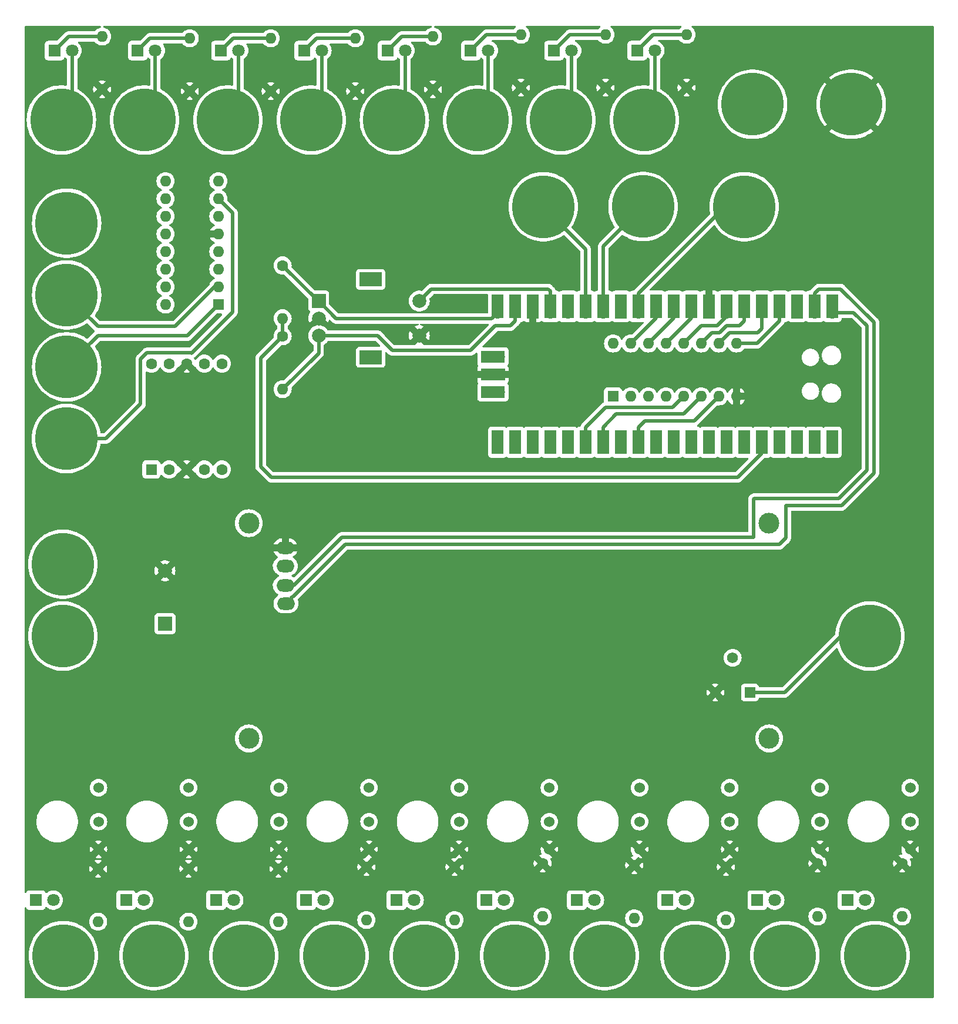
<source format=gbr>
%TF.GenerationSoftware,KiCad,Pcbnew,7.0.6*%
%TF.CreationDate,2023-07-29T11:39:48+05:30*%
%TF.ProjectId,Copy of Trainer Kit Prototype,436f7079-206f-4662-9054-7261696e6572,rev?*%
%TF.SameCoordinates,Original*%
%TF.FileFunction,Copper,L2,Bot*%
%TF.FilePolarity,Positive*%
%FSLAX46Y46*%
G04 Gerber Fmt 4.6, Leading zero omitted, Abs format (unit mm)*
G04 Created by KiCad (PCBNEW 7.0.6) date 2023-07-29 11:39:48*
%MOMM*%
%LPD*%
G01*
G04 APERTURE LIST*
%TA.AperFunction,ComponentPad*%
%ADD10C,3.000000*%
%TD*%
%TA.AperFunction,ComponentPad*%
%ADD11O,2.600000X1.800000*%
%TD*%
%TA.AperFunction,ComponentPad*%
%ADD12C,1.600000*%
%TD*%
%TA.AperFunction,ComponentPad*%
%ADD13O,1.600000X1.600000*%
%TD*%
%TA.AperFunction,ComponentPad*%
%ADD14C,1.524000*%
%TD*%
%TA.AperFunction,ComponentPad*%
%ADD15C,5.900000*%
%TD*%
%TA.AperFunction,ConnectorPad*%
%ADD16C,9.000000*%
%TD*%
%TA.AperFunction,ComponentPad*%
%ADD17R,1.560000X1.560000*%
%TD*%
%TA.AperFunction,ComponentPad*%
%ADD18C,1.560000*%
%TD*%
%TA.AperFunction,ComponentPad*%
%ADD19R,2.000000X2.000000*%
%TD*%
%TA.AperFunction,ComponentPad*%
%ADD20C,2.000000*%
%TD*%
%TA.AperFunction,ComponentPad*%
%ADD21R,3.200000X2.000000*%
%TD*%
%TA.AperFunction,ComponentPad*%
%ADD22R,1.800000X1.800000*%
%TD*%
%TA.AperFunction,ComponentPad*%
%ADD23C,1.800000*%
%TD*%
%TA.AperFunction,ComponentPad*%
%ADD24R,1.600000X1.600000*%
%TD*%
%TA.AperFunction,ComponentPad*%
%ADD25O,1.700000X1.700000*%
%TD*%
%TA.AperFunction,SMDPad,CuDef*%
%ADD26R,1.700000X3.500000*%
%TD*%
%TA.AperFunction,ComponentPad*%
%ADD27R,1.700000X1.700000*%
%TD*%
%TA.AperFunction,SMDPad,CuDef*%
%ADD28R,3.500000X1.700000*%
%TD*%
%TA.AperFunction,Conductor*%
%ADD29C,0.500000*%
%TD*%
G04 APERTURE END LIST*
D10*
%TO.P,U5,*%
%TO.N,*%
X32327900Y-71624000D03*
X32327900Y-102624700D03*
X107326480Y-102624700D03*
X107327000Y-71624000D03*
D11*
%TO.P,U5,1,VSS*%
%TO.N,GNDREF*%
X37592000Y-75184000D03*
%TO.P,U5,2,VDD*%
%TO.N,+5V*%
X37592000Y-77784000D03*
%TO.P,U5,3,VO*%
%TO.N,Net-(U3-GPIO0)*%
X37592000Y-80584000D03*
%TO.P,U5,4,RS*%
%TO.N,Net-(U3-GPIO1)*%
X37692000Y-83184000D03*
%TD*%
D12*
%TO.P,R7,1*%
%TO.N,GNDREF*%
X87884000Y-120904000D03*
D13*
%TO.P,R7,2*%
%TO.N,Net-(D7-K)*%
X87884000Y-128524000D03*
%TD*%
D14*
%TO.P,SW4,1,A*%
%TO.N,+5V*%
X49654000Y-109728000D03*
%TO.P,SW4,2,B*%
%TO.N,Net-(BP35-A)*%
X49654000Y-114608000D03*
%TO.P,SW4,3,C*%
%TO.N,GNDREF*%
X49654000Y-118608000D03*
%TD*%
D12*
%TO.P,R9,1*%
%TO.N,GNDREF*%
X114300000Y-120650000D03*
D13*
%TO.P,R9,2*%
%TO.N,Net-(D9-K)*%
X114300000Y-128270000D03*
%TD*%
D12*
%TO.P,R10,1*%
%TO.N,GNDREF*%
X126492000Y-120650000D03*
D13*
%TO.P,R10,2*%
%TO.N,Net-(D10-K)*%
X126492000Y-128270000D03*
%TD*%
D14*
%TO.P,SW5,1,A*%
%TO.N,+5V*%
X62654000Y-109728000D03*
%TO.P,SW5,2,B*%
%TO.N,Net-(BP36-A)*%
X62654000Y-114608000D03*
%TO.P,SW5,3,C*%
%TO.N,GNDREF*%
X62654000Y-118608000D03*
%TD*%
D15*
%TO.P,BP44,1,A*%
%TO.N,+5V*%
X5509000Y-87884000D03*
D16*
X5509000Y-87884000D03*
%TD*%
D17*
%TO.P,RV1,1,1*%
%TO.N,Net-(BP1-A)*%
X104568000Y-96012000D03*
D18*
%TO.P,RV1,2,2*%
%TO.N,Net-(U3-GPIO26_ADC0)*%
X102068000Y-91012000D03*
%TO.P,RV1,3,3*%
%TO.N,GNDREF*%
X99568000Y-96012000D03*
%TD*%
D15*
%TO.P,BP25,1,A*%
%TO.N,Net-(BP25-A)*%
X41313000Y-13556000D03*
D16*
X41313000Y-13556000D03*
%TD*%
D15*
%TO.P,BP38,1,A*%
%TO.N,Net-(BP38-A)*%
X83604000Y-133908000D03*
D16*
X83604000Y-133908000D03*
%TD*%
D12*
%TO.P,R3,1*%
%TO.N,GNDREF*%
X36604000Y-121408000D03*
D13*
%TO.P,R3,2*%
%TO.N,Net-(D3-K)*%
X36604000Y-129028000D03*
%TD*%
D19*
%TO.P,SW11,A,A*%
%TO.N,Net-(U3-GPIO15)*%
X42396000Y-39624000D03*
D20*
%TO.P,SW11,B,B*%
%TO.N,Net-(U3-GPIO14)*%
X42396000Y-44624000D03*
%TO.P,SW11,C,C*%
%TO.N,GNDREF*%
X42396000Y-42124000D03*
D21*
%TO.P,SW11,MP*%
%TO.N,N/C*%
X49896000Y-36524000D03*
X49896000Y-47724000D03*
D20*
%TO.P,SW11,S1,S1*%
%TO.N,GNDREF*%
X56896000Y-44624000D03*
%TO.P,SW11,S2,S2*%
%TO.N,Net-(U3-GPIO13)*%
X56896000Y-39624000D03*
%TD*%
D14*
%TO.P,SW10,1,A*%
%TO.N,+5V*%
X127654000Y-109728000D03*
%TO.P,SW10,2,B*%
%TO.N,Net-(BP41-A)*%
X127654000Y-114608000D03*
%TO.P,SW10,3,C*%
%TO.N,GNDREF*%
X127654000Y-118608000D03*
%TD*%
D15*
%TO.P,BP24,1,A*%
%TO.N,Net-(BP24-A)*%
X29313000Y-13556000D03*
D16*
X29313000Y-13556000D03*
%TD*%
D22*
%TO.P,D8,1,K*%
%TO.N,Net-(D8-K)*%
X92604000Y-125908000D03*
D23*
%TO.P,D8,2,A*%
%TO.N,Net-(BP39-A)*%
X95144000Y-125908000D03*
%TD*%
D12*
%TO.P,R11,1*%
%TO.N,GNDREF*%
X11176000Y-9144000D03*
D13*
%TO.P,R11,2*%
%TO.N,Net-(D11-K)*%
X11176000Y-1524000D03*
%TD*%
D22*
%TO.P,D16,1,K*%
%TO.N,Net-(D16-K)*%
X64313000Y-3556000D03*
D23*
%TO.P,D16,2,A*%
%TO.N,Net-(BP27-A)*%
X66853000Y-3556000D03*
%TD*%
D22*
%TO.P,D10,1,K*%
%TO.N,Net-(D10-K)*%
X118604000Y-125908000D03*
D23*
%TO.P,D10,2,A*%
%TO.N,Net-(BP41-A)*%
X121144000Y-125908000D03*
%TD*%
D24*
%TO.P,U2,1,E*%
%TO.N,Net-(U1-Qe)*%
X18288000Y-63885500D03*
D12*
%TO.P,U2,2,D*%
%TO.N,Net-(U1-Qd)*%
X20828000Y-63885500D03*
%TO.P,U2,3,CC*%
%TO.N,GNDREF*%
X23368000Y-63885500D03*
%TO.P,U2,4,C*%
%TO.N,Net-(U1-Qc)*%
X25908000Y-63885500D03*
%TO.P,U2,5,DP*%
%TO.N,unconnected-(U2-DP-Pad5)*%
X28448000Y-63885500D03*
%TO.P,U2,6,B*%
%TO.N,Net-(U1-Qb)*%
X28448000Y-48645500D03*
%TO.P,U2,7,A*%
%TO.N,Net-(U1-Qa)*%
X25908000Y-48645500D03*
%TO.P,U2,8,CC*%
%TO.N,GNDREF*%
X23368000Y-48645500D03*
%TO.P,U2,9,F*%
%TO.N,Net-(U1-Qf)*%
X20828000Y-48645500D03*
%TO.P,U2,10,G*%
%TO.N,Net-(U1-Qg)*%
X18288000Y-48645500D03*
%TD*%
D15*
%TO.P,BP43,1,A*%
%TO.N,Net-(BP43-A)*%
X5509000Y-77534000D03*
D16*
X5509000Y-77534000D03*
%TD*%
D15*
%TO.P,BP40,1,A*%
%TO.N,Net-(BP40-A)*%
X109604000Y-133908000D03*
D16*
X109604000Y-133908000D03*
%TD*%
D15*
%TO.P,,1,A*%
%TO.N,Net-(BP1-A)*%
X121841000Y-87884000D03*
D16*
X121841000Y-87884000D03*
%TD*%
D22*
%TO.P,D2,1,K*%
%TO.N,Net-(D2-K)*%
X14624000Y-125908000D03*
D23*
%TO.P,D2,2,A*%
%TO.N,Net-(BP33-A)*%
X17164000Y-125908000D03*
%TD*%
D15*
%TO.P,BP3,1,A*%
%TO.N,Net-(BP3-A)*%
X103744000Y-26047001D03*
D16*
X103744000Y-26047001D03*
%TD*%
D14*
%TO.P,SW8,1,A*%
%TO.N,+5V*%
X101654000Y-109728000D03*
%TO.P,SW8,2,B*%
%TO.N,Net-(BP39-A)*%
X101654000Y-114608000D03*
%TO.P,SW8,3,C*%
%TO.N,GNDREF*%
X101654000Y-118608000D03*
%TD*%
D15*
%TO.P,BP32,1,A*%
%TO.N,Net-(BP32-A)*%
X5604000Y-133908000D03*
D16*
X5604000Y-133908000D03*
%TD*%
D22*
%TO.P,D3,1,K*%
%TO.N,Net-(D3-K)*%
X27604000Y-125908000D03*
D23*
%TO.P,D3,2,A*%
%TO.N,Net-(BP34-A)*%
X30144000Y-125908000D03*
%TD*%
D12*
%TO.P,R6,1*%
%TO.N,GNDREF*%
X74676000Y-120650000D03*
D13*
%TO.P,R6,2*%
%TO.N,Net-(D6-K)*%
X74676000Y-128270000D03*
%TD*%
D14*
%TO.P,SW6,1,A*%
%TO.N,+5V*%
X75654000Y-109728000D03*
%TO.P,SW6,2,B*%
%TO.N,Net-(BP37-A)*%
X75654000Y-114608000D03*
%TO.P,SW6,3,C*%
%TO.N,GNDREF*%
X75654000Y-118608000D03*
%TD*%
D24*
%TO.P,U1,1,DB*%
%TO.N,Net-(BP19-A)*%
X27940000Y-40132000D03*
D13*
%TO.P,U1,2,DC*%
%TO.N,Net-(BP20-A)*%
X27940000Y-37592000D03*
%TO.P,U1,3,~{LT}*%
%TO.N,+5V*%
X27940000Y-35052000D03*
%TO.P,U1,4,~{BI}*%
X27940000Y-32512000D03*
%TO.P,U1,5,~{EL}*%
%TO.N,GNDREF*%
X27940000Y-29972000D03*
%TO.P,U1,6,DD*%
%TO.N,Net-(BP21-A)*%
X27940000Y-27432000D03*
%TO.P,U1,7,DA*%
%TO.N,Net-(BP18-A)*%
X27940000Y-24892000D03*
%TO.P,U1,8,Vss*%
%TO.N,Vss*%
X27940000Y-22352000D03*
%TO.P,U1,9,Qe*%
%TO.N,Net-(U1-Qe)*%
X20320000Y-22352000D03*
%TO.P,U1,10,Qd*%
%TO.N,Net-(U1-Qd)*%
X20320000Y-24892000D03*
%TO.P,U1,11,Qc*%
%TO.N,Net-(U1-Qc)*%
X20320000Y-27432000D03*
%TO.P,U1,12,Qb*%
%TO.N,Net-(U1-Qb)*%
X20320000Y-29972000D03*
%TO.P,U1,13,Qa*%
%TO.N,Net-(U1-Qa)*%
X20320000Y-32512000D03*
%TO.P,U1,14,Qg*%
%TO.N,Net-(U1-Qg)*%
X20320000Y-35052000D03*
%TO.P,U1,15,Qf*%
%TO.N,Net-(U1-Qf)*%
X20320000Y-37592000D03*
%TO.P,U1,16,Vdd*%
%TO.N,Vdd*%
X20320000Y-40132000D03*
%TD*%
D15*
%TO.P,BP22,1,A*%
%TO.N,Net-(BP22-A)*%
X5313000Y-13556000D03*
D16*
X5313000Y-13556000D03*
%TD*%
D22*
%TO.P,D13,1,K*%
%TO.N,Net-(D13-K)*%
X28313000Y-3556000D03*
D23*
%TO.P,D13,2,A*%
%TO.N,Net-(BP24-A)*%
X30853000Y-3556000D03*
%TD*%
D15*
%TO.P,BP18,1,A*%
%TO.N,Net-(BP18-A)*%
X6017000Y-59436000D03*
D16*
X6017000Y-59436000D03*
%TD*%
D12*
%TO.P,R14,1*%
%TO.N,GNDREF*%
X47673000Y-9398000D03*
D13*
%TO.P,R14,2*%
%TO.N,Net-(D14-K)*%
X47673000Y-1778000D03*
%TD*%
D12*
%TO.P,R13,1*%
%TO.N,GNDREF*%
X35481000Y-9398000D03*
D13*
%TO.P,R13,2*%
%TO.N,Net-(D13-K)*%
X35481000Y-1778000D03*
%TD*%
D15*
%TO.P,BP31,1,A*%
%TO.N,+5V*%
X104949000Y-11291000D03*
D16*
X104949000Y-11291000D03*
%TD*%
D15*
%TO.P,BP37,1,A*%
%TO.N,Net-(BP37-A)*%
X70604000Y-133908000D03*
D16*
X70604000Y-133908000D03*
%TD*%
D12*
%TO.P,R16,1*%
%TO.N,GNDREF*%
X71549000Y-8890000D03*
D13*
%TO.P,R16,2*%
%TO.N,Net-(D16-K)*%
X71549000Y-1270000D03*
%TD*%
D14*
%TO.P,SW1,1,A*%
%TO.N,+5V*%
X10654000Y-109728000D03*
%TO.P,SW1,2,B*%
%TO.N,Net-(BP32-A)*%
X10654000Y-114608000D03*
%TO.P,SW1,3,C*%
%TO.N,GNDREF*%
X10654000Y-118608000D03*
%TD*%
D15*
%TO.P,BP29,1,A*%
%TO.N,Net-(BP29-A)*%
X89313000Y-13556000D03*
D16*
X89313000Y-13556000D03*
%TD*%
D15*
%TO.P,BP30,1,A*%
%TO.N,GNDREF*%
X119173000Y-11291000D03*
D16*
X119173000Y-11291000D03*
%TD*%
D15*
%TO.P,BP35,1,A*%
%TO.N,Net-(BP35-A)*%
X44604000Y-133908000D03*
D16*
X44604000Y-133908000D03*
%TD*%
D15*
%TO.P,BP2,1,A*%
%TO.N,Net-(BP2-A)*%
X89140000Y-26027001D03*
D16*
X89140000Y-26027001D03*
%TD*%
D22*
%TO.P,D15,1,K*%
%TO.N,Net-(D15-K)*%
X52313000Y-3556000D03*
D23*
%TO.P,D15,2,A*%
%TO.N,Net-(BP26-A)*%
X54853000Y-3556000D03*
%TD*%
D15*
%TO.P,BP4,1,A*%
%TO.N,Net-(BP4-A)*%
X74788000Y-26047001D03*
D16*
X74788000Y-26047001D03*
%TD*%
D12*
%TO.P,R15,1*%
%TO.N,GNDREF*%
X58863000Y-9144000D03*
D13*
%TO.P,R15,2*%
%TO.N,Net-(D15-K)*%
X58863000Y-1524000D03*
%TD*%
D22*
%TO.P,D14,1,K*%
%TO.N,Net-(D14-K)*%
X40313000Y-3556000D03*
D23*
%TO.P,D14,2,A*%
%TO.N,Net-(BP25-A)*%
X42853000Y-3556000D03*
%TD*%
D15*
%TO.P,BP34,1,A*%
%TO.N,Net-(BP34-A)*%
X31604000Y-133908000D03*
D16*
X31604000Y-133908000D03*
%TD*%
D15*
%TO.P,BP19,1,A*%
%TO.N,Net-(BP19-A)*%
X6069000Y-49114000D03*
D16*
X6069000Y-49114000D03*
%TD*%
D12*
%TO.P,R12,1*%
%TO.N,GNDREF*%
X23811000Y-9398000D03*
D13*
%TO.P,R12,2*%
%TO.N,Net-(D12-K)*%
X23811000Y-1778000D03*
%TD*%
D12*
%TO.P,R5,1*%
%TO.N,GNDREF*%
X61976000Y-121158000D03*
D13*
%TO.P,R5,2*%
%TO.N,Net-(D5-K)*%
X61976000Y-128778000D03*
%TD*%
D22*
%TO.P,D11,1,K*%
%TO.N,Net-(D11-K)*%
X4313000Y-3556000D03*
D23*
%TO.P,D11,2,A*%
%TO.N,Net-(BP22-A)*%
X6853000Y-3556000D03*
%TD*%
D12*
%TO.P,R26,1*%
%TO.N,Net-(U3-GPIO15)*%
X37196000Y-34504000D03*
D13*
%TO.P,R26,2*%
%TO.N,+3V3*%
X37196000Y-42124000D03*
%TD*%
D22*
%TO.P,D9,1,K*%
%TO.N,Net-(D9-K)*%
X105604000Y-125908000D03*
D23*
%TO.P,D9,2,A*%
%TO.N,Net-(BP40-A)*%
X108144000Y-125908000D03*
%TD*%
D22*
%TO.P,D12,1,K*%
%TO.N,Net-(D12-K)*%
X16313000Y-3556000D03*
D23*
%TO.P,D12,2,A*%
%TO.N,Net-(BP23-A)*%
X18853000Y-3556000D03*
%TD*%
D14*
%TO.P,SW9,1,A*%
%TO.N,+5V*%
X114654000Y-109728000D03*
%TO.P,SW9,2,B*%
%TO.N,Net-(BP40-A)*%
X114654000Y-114608000D03*
%TO.P,SW9,3,C*%
%TO.N,GNDREF*%
X114654000Y-118608000D03*
%TD*%
D15*
%TO.P,BP26,1,A*%
%TO.N,Net-(BP26-A)*%
X53313000Y-13556000D03*
D16*
X53313000Y-13556000D03*
%TD*%
D12*
%TO.P,R4,1*%
%TO.N,GNDREF*%
X49276000Y-121158000D03*
D13*
%TO.P,R4,2*%
%TO.N,Net-(D4-K)*%
X49276000Y-128778000D03*
%TD*%
D12*
%TO.P,R18,1*%
%TO.N,GNDREF*%
X95425000Y-8890000D03*
D13*
%TO.P,R18,2*%
%TO.N,Net-(D18-K)*%
X95425000Y-1270000D03*
%TD*%
D15*
%TO.P,BP28,1,A*%
%TO.N,Net-(BP28-A)*%
X77313000Y-13556000D03*
D16*
X77313000Y-13556000D03*
%TD*%
D12*
%TO.P,R1,1*%
%TO.N,GNDREF*%
X10604000Y-121408000D03*
D13*
%TO.P,R1,2*%
%TO.N,Net-(D1-K)*%
X10604000Y-129028000D03*
%TD*%
D14*
%TO.P,SW3,1,A*%
%TO.N,+5V*%
X36654000Y-109728000D03*
%TO.P,SW3,2,B*%
%TO.N,Net-(BP34-A)*%
X36654000Y-114608000D03*
%TO.P,SW3,3,C*%
%TO.N,GNDREF*%
X36654000Y-118608000D03*
%TD*%
D24*
%TO.P,U7,1,+I1-G*%
%TO.N,Net-(U3-GPIO16)*%
X84836000Y-53364001D03*
D13*
%TO.P,U7,2,V+*%
%TO.N,Net-(U3-GPIO17)*%
X87376000Y-53364001D03*
%TO.P,U7,3,-IG*%
%TO.N,Net-(U3-GPIO18)*%
X89916000Y-53364001D03*
%TO.P,U7,4,-I1-G*%
%TO.N,Net-(U3-GPIO19)*%
X92456000Y-53364001D03*
%TO.P,U7,5,COMP1*%
%TO.N,Net-(U3-GPIO20)*%
X94996000Y-53364001D03*
%TO.P,U7,6,+IN*%
%TO.N,Net-(U3-GPIO21)*%
X97536000Y-53364001D03*
%TO.P,U7,7,-IN*%
%TO.N,Net-(U3-GPIO22)*%
X100076000Y-53364001D03*
%TO.P,U7,8,COMP2*%
%TO.N,GNDREF*%
X102616000Y-53364001D03*
%TO.P,U7,9,COMP3*%
%TO.N,Net-(U3-GPIO2)*%
X102616000Y-45744001D03*
%TO.P,U7,10,V-*%
%TO.N,Net-(U3-GPIO3)*%
X100076000Y-45744001D03*
%TO.P,U7,11,VC*%
%TO.N,Net-(U3-GPIO4)*%
X97536000Y-45744001D03*
%TO.P,U7,12,MODE*%
%TO.N,Net-(U3-GPIO5)*%
X94996000Y-45744001D03*
%TO.P,U7,13,GND*%
%TO.N,Net-(U3-GPIO6)*%
X92456000Y-45744001D03*
%TO.P,U7,14,VG*%
%TO.N,Net-(U3-GPIO7)*%
X89916000Y-45744001D03*
%TO.P,U7,15,BAL*%
%TO.N,Net-(U3-GPIO8)*%
X87376000Y-45744001D03*
%TO.P,U7,16,V1-G*%
%TO.N,+5V*%
X84836000Y-45744001D03*
%TD*%
D22*
%TO.P,D5,1,K*%
%TO.N,Net-(D5-K)*%
X53604000Y-125908000D03*
D23*
%TO.P,D5,2,A*%
%TO.N,Net-(BP36-A)*%
X56144000Y-125908000D03*
%TD*%
D15*
%TO.P,BP23,1,A*%
%TO.N,Net-(BP23-A)*%
X17313000Y-13556000D03*
D16*
X17313000Y-13556000D03*
%TD*%
D15*
%TO.P,BP27,1,A*%
%TO.N,Net-(BP27-A)*%
X65313000Y-13556000D03*
D16*
X65313000Y-13556000D03*
%TD*%
D15*
%TO.P,BP20,1,A*%
%TO.N,Net-(BP20-A)*%
X6069000Y-38764000D03*
D16*
X6069000Y-38764000D03*
%TD*%
D15*
%TO.P,BP41,1,A*%
%TO.N,Net-(BP41-A)*%
X122604000Y-133908000D03*
D16*
X122604000Y-133908000D03*
%TD*%
D12*
%TO.P,R17,1*%
%TO.N,GNDREF*%
X83741000Y-8890000D03*
D13*
%TO.P,R17,2*%
%TO.N,Net-(D17-K)*%
X83741000Y-1270000D03*
%TD*%
D22*
%TO.P,D1,1,K*%
%TO.N,Net-(D1-K)*%
X1604000Y-125908000D03*
D23*
%TO.P,D1,2,A*%
%TO.N,Net-(BP32-A)*%
X4144000Y-125908000D03*
%TD*%
D12*
%TO.P,R8,1*%
%TO.N,GNDREF*%
X101092000Y-121158000D03*
D13*
%TO.P,R8,2*%
%TO.N,Net-(D8-K)*%
X101092000Y-128778000D03*
%TD*%
D22*
%TO.P,D6,1,K*%
%TO.N,Net-(D6-K)*%
X66604000Y-125908000D03*
D23*
%TO.P,D6,2,A*%
%TO.N,Net-(BP37-A)*%
X69144000Y-125908000D03*
%TD*%
D19*
%TO.P,D21,1,K*%
%TO.N,Net-(BP43-A)*%
X20241000Y-86096000D03*
D20*
%TO.P,D21,2,A*%
%TO.N,GNDREF*%
X20241000Y-78496000D03*
%TD*%
D15*
%TO.P,BP39,1,A*%
%TO.N,Net-(BP39-A)*%
X96604000Y-133908000D03*
D16*
X96604000Y-133908000D03*
%TD*%
D14*
%TO.P,SW,1,A*%
%TO.N,+5V*%
X23654000Y-109728000D03*
%TO.P,SW,2,B*%
%TO.N,Net-(BP33-A)*%
X23654000Y-114608000D03*
%TO.P,SW,3,C*%
%TO.N,GNDREF*%
X23654000Y-118608000D03*
%TD*%
D12*
%TO.P,R25,1*%
%TO.N,+3V3*%
X37196000Y-44704000D03*
D13*
%TO.P,R25,2*%
%TO.N,Net-(U3-GPIO14)*%
X37196000Y-52324000D03*
%TD*%
D22*
%TO.P,D17,1,K*%
%TO.N,Net-(D17-K)*%
X76313000Y-3556000D03*
D23*
%TO.P,D17,2,A*%
%TO.N,Net-(BP28-A)*%
X78853000Y-3556000D03*
%TD*%
D22*
%TO.P,D7,1,K*%
%TO.N,Net-(D7-K)*%
X79604000Y-125908000D03*
D23*
%TO.P,D7,2,A*%
%TO.N,Net-(BP38-A)*%
X82144000Y-125908000D03*
%TD*%
D15*
%TO.P,BP33,1,A*%
%TO.N,Net-(BP33-A)*%
X18624000Y-133908000D03*
D16*
X18624000Y-133908000D03*
%TD*%
D14*
%TO.P,SW7,1,A*%
%TO.N,+5V*%
X88654000Y-109728000D03*
%TO.P,SW7,2,B*%
%TO.N,Net-(BP38-A)*%
X88654000Y-114608000D03*
%TO.P,SW7,3,C*%
%TO.N,GNDREF*%
X88654000Y-118608000D03*
%TD*%
D22*
%TO.P,D4,1,K*%
%TO.N,Net-(D4-K)*%
X40604000Y-125908000D03*
D23*
%TO.P,D4,2,A*%
%TO.N,Net-(BP35-A)*%
X43144000Y-125908000D03*
%TD*%
D15*
%TO.P,BP36,1,A*%
%TO.N,Net-(BP36-A)*%
X57604000Y-133908000D03*
D16*
X57604000Y-133908000D03*
%TD*%
D22*
%TO.P,D18,1,K*%
%TO.N,Net-(D18-K)*%
X88313000Y-3556000D03*
D23*
%TO.P,D18,2,A*%
%TO.N,Net-(BP29-A)*%
X90853000Y-3556000D03*
%TD*%
D12*
%TO.P,R2,1*%
%TO.N,GNDREF*%
X23624000Y-121408000D03*
D13*
%TO.P,R2,2*%
%TO.N,Net-(D2-K)*%
X23624000Y-129028000D03*
%TD*%
D15*
%TO.P,BP21,1,A*%
%TO.N,Net-(BP21-A)*%
X6069000Y-28414000D03*
D16*
X6069000Y-28414000D03*
%TD*%
D25*
%TO.P,U3,1,GPIO0*%
%TO.N,Net-(U3-GPIO0)*%
X116443999Y-41287002D03*
D26*
X116443999Y-40387002D03*
D25*
%TO.P,U3,2,GPIO1*%
%TO.N,Net-(U3-GPIO1)*%
X113903999Y-41287000D03*
D26*
X113903999Y-40387000D03*
D27*
%TO.P,U3,3,GND*%
%TO.N,unconnected-(U3-GND-Pad3)*%
X111364000Y-41287002D03*
D26*
X111364000Y-40387002D03*
D25*
%TO.P,U3,4,GPIO2*%
%TO.N,Net-(U3-GPIO2)*%
X108823999Y-41287000D03*
D26*
X108823999Y-40387000D03*
D25*
%TO.P,U3,5,GPIO3*%
%TO.N,Net-(U3-GPIO3)*%
X106283999Y-41287002D03*
D26*
X106283999Y-40387002D03*
D25*
%TO.P,U3,6,GPIO4*%
%TO.N,Net-(U3-GPIO4)*%
X103744000Y-41287001D03*
D26*
X103744000Y-40387001D03*
D25*
%TO.P,U3,7,GPIO5*%
%TO.N,Net-(U3-GPIO5)*%
X101204000Y-41287000D03*
D26*
X101204000Y-40387000D03*
D27*
%TO.P,U3,8,GND*%
%TO.N,GNDREF*%
X98663999Y-41287000D03*
D26*
X98663999Y-40387000D03*
D25*
%TO.P,U3,9,GPIO6*%
%TO.N,Net-(U3-GPIO6)*%
X96124000Y-41287001D03*
D26*
X96124000Y-40387001D03*
D25*
%TO.P,U3,10,GPIO7*%
%TO.N,Net-(U3-GPIO7)*%
X93583999Y-41287002D03*
D26*
X93583999Y-40387002D03*
D25*
%TO.P,U3,11,GPIO8*%
%TO.N,Net-(U3-GPIO8)*%
X91044000Y-41287000D03*
D26*
X91044000Y-40387000D03*
D25*
%TO.P,U3,12,GPIO9*%
%TO.N,Net-(BP3-A)*%
X88504000Y-41287002D03*
D26*
X88504000Y-40387002D03*
D27*
%TO.P,U3,13,GND*%
%TO.N,unconnected-(U3-GND-Pad13)*%
X85963999Y-41287002D03*
D26*
X85963999Y-40387002D03*
D25*
%TO.P,U3,14,GPIO10*%
%TO.N,Net-(BP2-A)*%
X83423999Y-41287002D03*
D26*
X83423999Y-40387002D03*
D25*
%TO.P,U3,15,GPIO11*%
%TO.N,Net-(BP4-A)*%
X80884000Y-41287001D03*
D26*
X80884000Y-40387001D03*
D25*
%TO.P,U3,16,GPIO12*%
%TO.N,unconnected-(U3-GPIO12-Pad16)*%
X78344000Y-41287000D03*
D26*
X78344000Y-40387000D03*
D25*
%TO.P,U3,17,GPIO13*%
%TO.N,Net-(U3-GPIO13)*%
X75803999Y-41287000D03*
D26*
X75803999Y-40387000D03*
D27*
%TO.P,U3,18,GND*%
%TO.N,GNDREF*%
X73264000Y-41287001D03*
D26*
X73264000Y-40387001D03*
D25*
%TO.P,U3,19,GPIO14*%
%TO.N,Net-(U3-GPIO14)*%
X70723999Y-41287002D03*
D26*
X70723999Y-40387002D03*
D25*
%TO.P,U3,20,GPIO15*%
%TO.N,Net-(U3-GPIO15)*%
X68184000Y-41287000D03*
D26*
X68184000Y-40387000D03*
D25*
%TO.P,U3,21,GPIO16*%
%TO.N,Net-(U3-GPIO16)*%
X68184000Y-59067001D03*
D26*
X68184000Y-59967001D03*
D25*
%TO.P,U3,22,GPIO17*%
%TO.N,Net-(U3-GPIO17)*%
X70724000Y-59067002D03*
D26*
X70724000Y-59967002D03*
D27*
%TO.P,U3,23,GND*%
%TO.N,unconnected-(U3-GND-Pad23)*%
X73264000Y-59067000D03*
D26*
X73264000Y-59967000D03*
D25*
%TO.P,U3,24,GPIO18*%
%TO.N,Net-(U3-GPIO18)*%
X75804000Y-59067000D03*
D26*
X75804000Y-59967000D03*
D25*
%TO.P,U3,25,GPIO19*%
%TO.N,Net-(U3-GPIO19)*%
X78344000Y-59067001D03*
D26*
X78344000Y-59967001D03*
D25*
%TO.P,U3,26,GPIO20*%
%TO.N,Net-(U3-GPIO20)*%
X80883999Y-59067000D03*
D26*
X80883999Y-59967000D03*
D25*
%TO.P,U3,27,GPIO21*%
%TO.N,Net-(U3-GPIO21)*%
X83424000Y-59067002D03*
D26*
X83424000Y-59967002D03*
D27*
%TO.P,U3,28,GND*%
%TO.N,unconnected-(U3-GND-Pad28)*%
X85964000Y-59067000D03*
D26*
X85964000Y-59967000D03*
D25*
%TO.P,U3,29,GPIO22*%
%TO.N,Net-(U3-GPIO22)*%
X88504000Y-59067001D03*
D26*
X88504000Y-59967001D03*
D25*
%TO.P,U3,30,RUN*%
%TO.N,unconnected-(U3-RUN-Pad30)*%
X91044000Y-59067001D03*
D26*
X91044000Y-59967001D03*
D25*
%TO.P,U3,31,GPIO26_ADC0*%
%TO.N,Net-(U3-GPIO26_ADC0)*%
X93584000Y-59067002D03*
D26*
X93584000Y-59967002D03*
D25*
%TO.P,U3,32,GPIO27_ADC1*%
%TO.N,unconnected-(U3-GPIO27_ADC1-Pad32)*%
X96124000Y-59067000D03*
D26*
X96124000Y-59967000D03*
D27*
%TO.P,U3,33,AGND*%
%TO.N,unconnected-(U3-AGND-Pad33)*%
X98664000Y-59067000D03*
D26*
X98664000Y-59967000D03*
D25*
%TO.P,U3,34,GPIO28_ADC2*%
%TO.N,unconnected-(U3-GPIO28_ADC2-Pad34)*%
X101204000Y-59067001D03*
D26*
X101204000Y-59967001D03*
D25*
%TO.P,U3,35,ADC_VREF*%
%TO.N,unconnected-(U3-ADC_VREF-Pad35)*%
X103743999Y-59067000D03*
D26*
X103743999Y-59967000D03*
D25*
%TO.P,U3,36,3V3*%
%TO.N,+3V3*%
X106284000Y-59067002D03*
D26*
X106284000Y-59967002D03*
D25*
%TO.P,U3,37,3V3_EN*%
%TO.N,unconnected-(U3-3V3_EN-Pad37)*%
X108824000Y-59067000D03*
D26*
X108824000Y-59967000D03*
D27*
%TO.P,U3,38,GND*%
%TO.N,unconnected-(U3-GND-Pad38)*%
X111364000Y-59067001D03*
D26*
X111364000Y-59967001D03*
D25*
%TO.P,U3,39,VSYS*%
%TO.N,unconnected-(U3-VSYS-Pad39)*%
X113903999Y-59067001D03*
D26*
X113903999Y-59967001D03*
D25*
%TO.P,U3,40,VBUS*%
%TO.N,unconnected-(U3-VBUS-Pad40)*%
X116444000Y-59067002D03*
D26*
X116444000Y-59967002D03*
D25*
%TO.P,U3,41,SWCLK*%
%TO.N,unconnected-(U3-SWCLK-Pad41)*%
X68413999Y-47637002D03*
D28*
X67513999Y-47637002D03*
D27*
%TO.P,U3,42,GND*%
%TO.N,GNDREF*%
X68413999Y-50177002D03*
D28*
X67513999Y-50177002D03*
D25*
%TO.P,U3,43,SWDIO*%
%TO.N,unconnected-(U3-SWDIO-Pad43)*%
X68413999Y-52717000D03*
D28*
X67513999Y-52717000D03*
%TD*%
D29*
%TO.N,Net-(D11-K)*%
X6345000Y-1524000D02*
X4313000Y-3556000D01*
X11176000Y-1524000D02*
X6345000Y-1524000D01*
%TO.N,Net-(D12-K)*%
X18091000Y-1778000D02*
X16313000Y-3556000D01*
X23811000Y-1778000D02*
X18091000Y-1778000D01*
%TO.N,Net-(D13-K)*%
X30091000Y-1778000D02*
X28313000Y-3556000D01*
X35481000Y-1778000D02*
X30091000Y-1778000D01*
%TO.N,Net-(D14-K)*%
X42091000Y-1778000D02*
X40313000Y-3556000D01*
X47673000Y-1778000D02*
X42091000Y-1778000D01*
%TO.N,Net-(D15-K)*%
X54345000Y-1524000D02*
X52313000Y-3556000D01*
X58863000Y-1524000D02*
X54345000Y-1524000D01*
%TO.N,Net-(D16-K)*%
X66599000Y-1270000D02*
X64313000Y-3556000D01*
X71549000Y-1270000D02*
X66599000Y-1270000D01*
%TO.N,Net-(D17-K)*%
X76313000Y-3556000D02*
X78599000Y-1270000D01*
X78599000Y-1270000D02*
X83741000Y-1270000D01*
%TO.N,Net-(D18-K)*%
X90599000Y-1270000D02*
X95425000Y-1270000D01*
X88313000Y-3556000D02*
X90599000Y-1270000D01*
%TO.N,Net-(BP1-A)*%
X109541070Y-96012000D02*
X104568000Y-96012000D01*
X117669070Y-87884000D02*
X109541070Y-96012000D01*
X121841000Y-87884000D02*
X117669070Y-87884000D01*
%TO.N,Net-(U3-GPIO20)*%
X80883999Y-57800001D02*
X80883999Y-59067000D01*
X83769999Y-54914001D02*
X80883999Y-57800001D01*
X94996000Y-53364001D02*
X93446000Y-54914001D01*
X93446000Y-54914001D02*
X83769999Y-54914001D01*
%TO.N,Net-(U3-GPIO21)*%
X97536000Y-53364001D02*
X94986000Y-55914001D01*
X83424000Y-57800000D02*
X83424000Y-59067002D01*
X94986000Y-55914001D02*
X85309999Y-55914001D01*
X85309999Y-55914001D02*
X83424000Y-57800000D01*
%TO.N,Net-(U3-GPIO22)*%
X89454919Y-56914001D02*
X88504000Y-57864920D01*
X96526000Y-56914001D02*
X89454919Y-56914001D01*
X88504000Y-57864920D02*
X88504000Y-59067001D01*
X100076000Y-53364001D02*
X96526000Y-56914001D01*
%TO.N,Net-(U3-GPIO2)*%
X108823999Y-42489081D02*
X108823999Y-41287000D01*
X102616000Y-45744001D02*
X105569079Y-45744001D01*
X105569079Y-45744001D02*
X108823999Y-42489081D01*
%TO.N,Net-(U3-GPIO3)*%
X105704865Y-44194001D02*
X106283999Y-43614867D01*
X106283999Y-43614867D02*
X106283999Y-41287002D01*
X101626000Y-44194001D02*
X105704865Y-44194001D01*
X100076000Y-45744001D02*
X101626000Y-44194001D01*
%TO.N,Net-(U3-GPIO4)*%
X103053082Y-43180000D02*
X101225787Y-43180000D01*
X103744000Y-42489082D02*
X103053082Y-43180000D01*
X101225787Y-43180000D02*
X100211786Y-44194001D01*
X100211786Y-44194001D02*
X99086000Y-44194001D01*
X99086000Y-44194001D02*
X97536000Y-45744001D01*
X103744000Y-41287001D02*
X103744000Y-42489082D01*
%TO.N,Net-(U3-GPIO5)*%
X101204000Y-41787573D02*
X99797572Y-43194001D01*
X101204000Y-41287000D02*
X101204000Y-41787573D01*
X99797572Y-43194001D02*
X97546000Y-43194001D01*
X97546000Y-43194001D02*
X94996000Y-45744001D01*
%TO.N,Net-(U3-GPIO6)*%
X96124000Y-42076001D02*
X92456000Y-45744001D01*
X96124000Y-41287001D02*
X96124000Y-42076001D01*
%TO.N,Net-(U3-GPIO8)*%
X91044000Y-41287000D02*
X91044000Y-42076001D01*
X91044000Y-42076001D02*
X87376000Y-45744001D01*
%TO.N,Net-(BP19-A)*%
X6069000Y-49114000D02*
X10569000Y-44614000D01*
X10569000Y-44614000D02*
X23458000Y-44614000D01*
X23458000Y-44614000D02*
X27940000Y-40132000D01*
%TO.N,Net-(BP20-A)*%
X27380000Y-37592000D02*
X27940000Y-37592000D01*
X10569000Y-43264000D02*
X21708000Y-43264000D01*
X6069000Y-38764000D02*
X10569000Y-43264000D01*
X21708000Y-43264000D02*
X27380000Y-37592000D01*
%TO.N,Net-(BP18-A)*%
X16738000Y-48003468D02*
X17645968Y-47095500D01*
X24043266Y-47128734D02*
X29972000Y-41200000D01*
X16738000Y-54434000D02*
X16738000Y-48003468D01*
X6017000Y-59436000D02*
X11736000Y-59436000D01*
X17645968Y-47095500D02*
X24010032Y-47095500D01*
X29972000Y-26924000D02*
X27940000Y-24892000D01*
X24010032Y-47095500D02*
X24043266Y-47128734D01*
X11736000Y-59436000D02*
X16738000Y-54434000D01*
X29972000Y-41200000D02*
X29972000Y-26924000D01*
%TO.N,Net-(BP28-A)*%
X78853000Y-3556000D02*
X78853000Y-12016000D01*
X78853000Y-12016000D02*
X77313000Y-13556000D01*
%TO.N,Net-(BP29-A)*%
X90853000Y-12016000D02*
X89313000Y-13556000D01*
X90853000Y-3556000D02*
X90853000Y-12016000D01*
%TO.N,Net-(BP27-A)*%
X66853000Y-12016000D02*
X65313000Y-13556000D01*
X66853000Y-3556000D02*
X66853000Y-12016000D01*
%TO.N,Net-(BP26-A)*%
X54853000Y-12016000D02*
X53313000Y-13556000D01*
X54853000Y-3556000D02*
X54853000Y-12016000D01*
%TO.N,Net-(BP25-A)*%
X42853000Y-12016000D02*
X41313000Y-13556000D01*
X42853000Y-3556000D02*
X42853000Y-12016000D01*
%TO.N,Net-(BP24-A)*%
X30853000Y-3556000D02*
X30853000Y-12016000D01*
X30853000Y-12016000D02*
X29313000Y-13556000D01*
%TO.N,Net-(BP23-A)*%
X18853000Y-3556000D02*
X18853000Y-12016000D01*
X18853000Y-12016000D02*
X17313000Y-13556000D01*
%TO.N,Net-(BP22-A)*%
X6853000Y-12016000D02*
X5313000Y-13556000D01*
X6853000Y-3556000D02*
X6853000Y-12016000D01*
%TO.N,Net-(U3-GPIO0)*%
X37592000Y-80584000D02*
X38796000Y-80584000D01*
X105156000Y-68072000D02*
X117348000Y-68072000D01*
X121412000Y-43180000D02*
X119519002Y-41287002D01*
X121412000Y-64008000D02*
X121412000Y-43180000D01*
X105077000Y-68151000D02*
X105156000Y-68072000D01*
X38796000Y-80584000D02*
X45704000Y-73676000D01*
X105077000Y-73676000D02*
X105077000Y-68151000D01*
X45704000Y-73676000D02*
X105077000Y-73676000D01*
X117348000Y-68072000D02*
X121412000Y-64008000D01*
X119519002Y-41287002D02*
X116443999Y-41287002D01*
%TO.N,Net-(U3-GPIO1)*%
X46233452Y-74676000D02*
X108824000Y-74676000D01*
X38675452Y-82234000D02*
X46233452Y-74676000D01*
X122428000Y-64406214D02*
X122428000Y-42672000D01*
X113903999Y-38496001D02*
X113903999Y-41287000D01*
X117643002Y-37887002D02*
X114512998Y-37887002D01*
X117762214Y-69072000D02*
X122428000Y-64406214D01*
X109728000Y-73772000D02*
X109728000Y-69072000D01*
X37692000Y-83184000D02*
X38642000Y-82234000D01*
X114512998Y-37887002D02*
X113903999Y-38496001D01*
X108824000Y-74676000D02*
X109728000Y-73772000D01*
X38642000Y-82234000D02*
X38675452Y-82234000D01*
X109728000Y-69072000D02*
X117762214Y-69072000D01*
X122428000Y-42672000D02*
X117643002Y-37887002D01*
%TO.N,Net-(BP2-A)*%
X89140000Y-26027001D02*
X83423999Y-31743002D01*
X83423999Y-31743002D02*
X83423999Y-41287002D01*
%TO.N,Net-(BP3-A)*%
X88504000Y-38496000D02*
X100952999Y-26047001D01*
X100952999Y-26047001D02*
X103744000Y-26047001D01*
X88504000Y-41287002D02*
X88504000Y-38496000D01*
%TO.N,Net-(BP4-A)*%
X80884000Y-32143001D02*
X80884000Y-41287001D01*
X74788000Y-26047001D02*
X80884000Y-32143001D01*
%TO.N,+3V3*%
X35577000Y-65024000D02*
X102786999Y-65024000D01*
X37196000Y-44704000D02*
X34036000Y-47864000D01*
X102786999Y-65024000D02*
X106284000Y-61526999D01*
X106284000Y-61526999D02*
X106284000Y-59067002D01*
X34036000Y-47864000D02*
X34036000Y-63483000D01*
X34036000Y-63483000D02*
X35577000Y-65024000D01*
X37196000Y-42124000D02*
X37196000Y-44704000D01*
%TO.N,Net-(U3-GPIO14)*%
X67871001Y-43180000D02*
X70033082Y-43180000D01*
X50896000Y-44624000D02*
X53008000Y-46736000D01*
X42396000Y-44624000D02*
X42396000Y-47124000D01*
X70033082Y-43180000D02*
X70723999Y-42489083D01*
X42396000Y-44624000D02*
X50896000Y-44624000D01*
X53008000Y-46736000D02*
X64315001Y-46736000D01*
X64315001Y-46736000D02*
X67871001Y-43180000D01*
X70723999Y-42489083D02*
X70723999Y-41287002D01*
X42396000Y-47124000D02*
X37196000Y-52324000D01*
%TO.N,Net-(U3-GPIO15)*%
X67334000Y-42137000D02*
X68184000Y-41287000D01*
X37196000Y-34504000D02*
X42316000Y-39624000D01*
X44909000Y-42137000D02*
X67334000Y-42137000D01*
X42316000Y-39624000D02*
X42396000Y-39624000D01*
X42396000Y-39624000D02*
X44909000Y-42137000D01*
%TO.N,Net-(U3-GPIO13)*%
X58632999Y-37887001D02*
X75479001Y-37887001D01*
X56896000Y-39624000D02*
X58632999Y-37887001D01*
X75803999Y-38211999D02*
X75803999Y-41287000D01*
X75479001Y-37887001D02*
X75803999Y-38211999D01*
%TO.N,Net-(U3-GPIO7)*%
X93583999Y-42076002D02*
X89916000Y-45744001D01*
X93583999Y-41287002D02*
X93583999Y-42076002D01*
%TD*%
%TA.AperFunction,Conductor*%
%TO.N,GNDREF*%
G36*
X42439333Y-41476073D02*
G01*
X42483680Y-41504574D01*
X42736916Y-41757810D01*
X42669100Y-41699048D01*
X42538315Y-41639320D01*
X42431763Y-41624000D01*
X42360237Y-41624000D01*
X42253685Y-41639320D01*
X42122900Y-41699048D01*
X42055066Y-41757824D01*
X42308318Y-41504574D01*
X42369641Y-41471089D01*
X42439333Y-41476073D01*
G37*
%TD.AperFunction*%
%TA.AperFunction,Conductor*%
G36*
X73707039Y-39906686D02*
G01*
X73752794Y-39959490D01*
X73764000Y-40011001D01*
X73764000Y-41179617D01*
X73732682Y-41072961D01*
X73653395Y-40949588D01*
X73542562Y-40853550D01*
X73409161Y-40792628D01*
X73300473Y-40777001D01*
X73227527Y-40777001D01*
X73118839Y-40792628D01*
X72985438Y-40853550D01*
X72874605Y-40949588D01*
X72795318Y-41072961D01*
X72764000Y-41179617D01*
X72764000Y-40011001D01*
X72783685Y-39943962D01*
X72836489Y-39898207D01*
X72888000Y-39887001D01*
X73640000Y-39887001D01*
X73707039Y-39906686D01*
G37*
%TD.AperFunction*%
%TA.AperFunction,Conductor*%
G36*
X10962198Y-20185D02*
G01*
X11007953Y-72989D01*
X11017897Y-142147D01*
X10988872Y-205703D01*
X10930094Y-243477D01*
X10927263Y-244271D01*
X10904920Y-250258D01*
X10729511Y-297258D01*
X10729502Y-297261D01*
X10523267Y-393431D01*
X10523265Y-393432D01*
X10336858Y-523954D01*
X10175954Y-684858D01*
X10150912Y-720623D01*
X10096335Y-764248D01*
X10049337Y-773500D01*
X6408705Y-773500D01*
X6390735Y-772191D01*
X6366972Y-768710D01*
X6321533Y-772686D01*
X6314931Y-773264D01*
X6309530Y-773500D01*
X6301289Y-773500D01*
X6279579Y-776037D01*
X6268724Y-777306D01*
X6261318Y-777954D01*
X6192199Y-784001D01*
X6185132Y-785460D01*
X6185120Y-785404D01*
X6177763Y-787035D01*
X6177777Y-787092D01*
X6170743Y-788759D01*
X6098575Y-815025D01*
X6025675Y-839181D01*
X6019126Y-842236D01*
X6019101Y-842183D01*
X6012308Y-845471D01*
X6012334Y-845523D01*
X6005880Y-848764D01*
X5941708Y-890971D01*
X5876347Y-931285D01*
X5870683Y-935765D01*
X5870647Y-935719D01*
X5864798Y-940484D01*
X5864835Y-940528D01*
X5859310Y-945164D01*
X5806597Y-1001035D01*
X4688450Y-2119181D01*
X4627127Y-2152666D01*
X4600769Y-2155500D01*
X3365129Y-2155500D01*
X3365123Y-2155501D01*
X3305516Y-2161908D01*
X3170671Y-2212202D01*
X3170664Y-2212206D01*
X3055455Y-2298452D01*
X3055452Y-2298455D01*
X2969206Y-2413664D01*
X2969202Y-2413671D01*
X2918908Y-2548517D01*
X2912501Y-2608116D01*
X2912500Y-2608135D01*
X2912500Y-4503870D01*
X2912501Y-4503876D01*
X2918908Y-4563483D01*
X2969202Y-4698328D01*
X2969206Y-4698335D01*
X3055452Y-4813544D01*
X3055455Y-4813547D01*
X3170664Y-4899793D01*
X3170671Y-4899797D01*
X3305517Y-4950091D01*
X3305516Y-4950091D01*
X3312444Y-4950835D01*
X3365127Y-4956500D01*
X5260872Y-4956499D01*
X5320483Y-4950091D01*
X5455331Y-4899796D01*
X5570546Y-4813546D01*
X5656796Y-4698331D01*
X5685454Y-4621493D01*
X5727326Y-4565559D01*
X5792790Y-4541141D01*
X5861063Y-4555992D01*
X5892866Y-4580843D01*
X5901216Y-4589913D01*
X6054662Y-4709344D01*
X6095474Y-4766052D01*
X6102499Y-4807196D01*
X6102499Y-8470683D01*
X6082814Y-8537722D01*
X6030010Y-8583477D01*
X5967385Y-8594183D01*
X5537573Y-8555500D01*
X5088427Y-8555500D01*
X4641090Y-8595761D01*
X4641085Y-8595761D01*
X4641083Y-8595762D01*
X4199156Y-8675960D01*
X3766214Y-8795445D01*
X3766189Y-8795453D01*
X3345702Y-8953264D01*
X3345688Y-8953270D01*
X2941039Y-9148139D01*
X2941033Y-9148142D01*
X2555458Y-9378512D01*
X2192108Y-9642502D01*
X2192080Y-9642524D01*
X1853868Y-9938011D01*
X1853865Y-9938014D01*
X1853859Y-9938019D01*
X1853858Y-9938021D01*
X1833341Y-9959480D01*
X1543465Y-10262667D01*
X1263429Y-10613821D01*
X1263428Y-10613822D01*
X1016004Y-10988654D01*
X1016004Y-10988655D01*
X803165Y-11384175D01*
X803164Y-11384178D01*
X651230Y-11739647D01*
X626636Y-11797187D01*
X487843Y-12224347D01*
X387901Y-12662223D01*
X327611Y-13107307D01*
X327610Y-13107316D01*
X307460Y-13555996D01*
X307460Y-13556003D01*
X327610Y-14004683D01*
X327611Y-14004692D01*
X387901Y-14449776D01*
X487843Y-14887652D01*
X590661Y-15204094D01*
X626639Y-15314821D01*
X803164Y-15727822D01*
X1016000Y-16123338D01*
X1016004Y-16123344D01*
X1016004Y-16123345D01*
X1263428Y-16498177D01*
X1263429Y-16498178D01*
X1263433Y-16498183D01*
X1543471Y-16849339D01*
X1853858Y-17173979D01*
X1853865Y-17173985D01*
X1853868Y-17173988D01*
X2192080Y-17469475D01*
X2192089Y-17469482D01*
X2192097Y-17469489D01*
X2192107Y-17469496D01*
X2192108Y-17469497D01*
X2555458Y-17733487D01*
X2941033Y-17963857D01*
X2941039Y-17963860D01*
X3345688Y-18158729D01*
X3345702Y-18158735D01*
X3766189Y-18316546D01*
X3766193Y-18316547D01*
X3766203Y-18316551D01*
X4199163Y-18436041D01*
X4641090Y-18516239D01*
X5088427Y-18556500D01*
X5088434Y-18556500D01*
X5537566Y-18556500D01*
X5537573Y-18556500D01*
X5984910Y-18516239D01*
X6426837Y-18436041D01*
X6859797Y-18316551D01*
X7280303Y-18158733D01*
X7684969Y-17963856D01*
X8070537Y-17733490D01*
X8433903Y-17469489D01*
X8772142Y-17173979D01*
X9082529Y-16849339D01*
X9362567Y-16498183D01*
X9610000Y-16123338D01*
X9822836Y-15727822D01*
X9999361Y-15314821D01*
X10138155Y-14887658D01*
X10238099Y-14449774D01*
X10298389Y-14004693D01*
X10318540Y-13556003D01*
X12307460Y-13556003D01*
X12327610Y-14004683D01*
X12327611Y-14004692D01*
X12387901Y-14449776D01*
X12487843Y-14887652D01*
X12590661Y-15204094D01*
X12626639Y-15314821D01*
X12803164Y-15727822D01*
X13016000Y-16123338D01*
X13016004Y-16123344D01*
X13016004Y-16123345D01*
X13263428Y-16498177D01*
X13263429Y-16498178D01*
X13263433Y-16498183D01*
X13543471Y-16849339D01*
X13853858Y-17173979D01*
X13853865Y-17173985D01*
X13853868Y-17173988D01*
X14192080Y-17469475D01*
X14192089Y-17469482D01*
X14192097Y-17469489D01*
X14192107Y-17469496D01*
X14192108Y-17469497D01*
X14555458Y-17733487D01*
X14941033Y-17963857D01*
X14941039Y-17963860D01*
X15345688Y-18158729D01*
X15345702Y-18158735D01*
X15766189Y-18316546D01*
X15766193Y-18316547D01*
X15766203Y-18316551D01*
X16199163Y-18436041D01*
X16641090Y-18516239D01*
X17088427Y-18556500D01*
X17088434Y-18556500D01*
X17537566Y-18556500D01*
X17537573Y-18556500D01*
X17984910Y-18516239D01*
X18426837Y-18436041D01*
X18859797Y-18316551D01*
X19280303Y-18158733D01*
X19684969Y-17963856D01*
X20070537Y-17733490D01*
X20433903Y-17469489D01*
X20772142Y-17173979D01*
X21082529Y-16849339D01*
X21362567Y-16498183D01*
X21610000Y-16123338D01*
X21822836Y-15727822D01*
X21999361Y-15314821D01*
X22138155Y-14887658D01*
X22238099Y-14449774D01*
X22298389Y-14004693D01*
X22318540Y-13556003D01*
X24307460Y-13556003D01*
X24327610Y-14004683D01*
X24327611Y-14004692D01*
X24387901Y-14449776D01*
X24487843Y-14887652D01*
X24590661Y-15204094D01*
X24626639Y-15314821D01*
X24803164Y-15727822D01*
X25016000Y-16123338D01*
X25016004Y-16123344D01*
X25016004Y-16123345D01*
X25263428Y-16498177D01*
X25263429Y-16498178D01*
X25263433Y-16498183D01*
X25543471Y-16849339D01*
X25853858Y-17173979D01*
X25853865Y-17173985D01*
X25853868Y-17173988D01*
X26192080Y-17469475D01*
X26192089Y-17469482D01*
X26192097Y-17469489D01*
X26192107Y-17469496D01*
X26192108Y-17469497D01*
X26555458Y-17733487D01*
X26941033Y-17963857D01*
X26941039Y-17963860D01*
X27345688Y-18158729D01*
X27345702Y-18158735D01*
X27766189Y-18316546D01*
X27766193Y-18316547D01*
X27766203Y-18316551D01*
X28199163Y-18436041D01*
X28641090Y-18516239D01*
X29088427Y-18556500D01*
X29088434Y-18556500D01*
X29537566Y-18556500D01*
X29537573Y-18556500D01*
X29984910Y-18516239D01*
X30426837Y-18436041D01*
X30859797Y-18316551D01*
X31280303Y-18158733D01*
X31684969Y-17963856D01*
X32070537Y-17733490D01*
X32433903Y-17469489D01*
X32772142Y-17173979D01*
X33082529Y-16849339D01*
X33362567Y-16498183D01*
X33610000Y-16123338D01*
X33822836Y-15727822D01*
X33999361Y-15314821D01*
X34138155Y-14887658D01*
X34238099Y-14449774D01*
X34298389Y-14004693D01*
X34318540Y-13556003D01*
X36307460Y-13556003D01*
X36327610Y-14004683D01*
X36327611Y-14004692D01*
X36387901Y-14449776D01*
X36487843Y-14887652D01*
X36590661Y-15204094D01*
X36626639Y-15314821D01*
X36803164Y-15727822D01*
X37016000Y-16123338D01*
X37016004Y-16123344D01*
X37016004Y-16123345D01*
X37263428Y-16498177D01*
X37263429Y-16498178D01*
X37263433Y-16498183D01*
X37543471Y-16849339D01*
X37853858Y-17173979D01*
X37853865Y-17173985D01*
X37853868Y-17173988D01*
X38192080Y-17469475D01*
X38192089Y-17469482D01*
X38192097Y-17469489D01*
X38192107Y-17469496D01*
X38192108Y-17469497D01*
X38555458Y-17733487D01*
X38941033Y-17963857D01*
X38941039Y-17963860D01*
X39345688Y-18158729D01*
X39345702Y-18158735D01*
X39766189Y-18316546D01*
X39766193Y-18316547D01*
X39766203Y-18316551D01*
X40199163Y-18436041D01*
X40641090Y-18516239D01*
X41088427Y-18556500D01*
X41088434Y-18556500D01*
X41537566Y-18556500D01*
X41537573Y-18556500D01*
X41984910Y-18516239D01*
X42426837Y-18436041D01*
X42859797Y-18316551D01*
X43280303Y-18158733D01*
X43684969Y-17963856D01*
X44070537Y-17733490D01*
X44433903Y-17469489D01*
X44772142Y-17173979D01*
X45082529Y-16849339D01*
X45362567Y-16498183D01*
X45610000Y-16123338D01*
X45822836Y-15727822D01*
X45999361Y-15314821D01*
X46138155Y-14887658D01*
X46238099Y-14449774D01*
X46298389Y-14004693D01*
X46318540Y-13556000D01*
X46314345Y-13462602D01*
X46309431Y-13353167D01*
X46298389Y-13107307D01*
X46238099Y-12662226D01*
X46138155Y-12224342D01*
X45999361Y-11797179D01*
X45822836Y-11384178D01*
X45610000Y-10988662D01*
X45421414Y-10702966D01*
X45362571Y-10613822D01*
X45362570Y-10613821D01*
X45352428Y-10601103D01*
X47177001Y-10601103D01*
X47226679Y-10624268D01*
X47446389Y-10683139D01*
X47446400Y-10683141D01*
X47672998Y-10702966D01*
X47673002Y-10702966D01*
X47899599Y-10683141D01*
X47899610Y-10683139D01*
X48119317Y-10624269D01*
X48119326Y-10624265D01*
X48168998Y-10601103D01*
X47669531Y-10101636D01*
X47656350Y-10110443D01*
X47653315Y-10120782D01*
X47636681Y-10141424D01*
X47177001Y-10601103D01*
X45352428Y-10601103D01*
X45082534Y-10262667D01*
X45082532Y-10262665D01*
X45082529Y-10262661D01*
X44772142Y-9938021D01*
X44721754Y-9893998D01*
X44433919Y-9642524D01*
X44433907Y-9642515D01*
X44433903Y-9642511D01*
X44433891Y-9642502D01*
X44097363Y-9398000D01*
X46368034Y-9398000D01*
X46387858Y-9624599D01*
X46387860Y-9624610D01*
X46446731Y-9844322D01*
X46469895Y-9893997D01*
X46965892Y-9398000D01*
X47268014Y-9398000D01*
X47287835Y-9523148D01*
X47345359Y-9636045D01*
X47434955Y-9725641D01*
X47547852Y-9783165D01*
X47641519Y-9798000D01*
X47704481Y-9798000D01*
X47798148Y-9783165D01*
X47911045Y-9725641D01*
X48000641Y-9636045D01*
X48058165Y-9523148D01*
X48077986Y-9398000D01*
X48077437Y-9394531D01*
X48376636Y-9394531D01*
X48876103Y-9893998D01*
X48899265Y-9844326D01*
X48899269Y-9844317D01*
X48958139Y-9624610D01*
X48958141Y-9624599D01*
X48977966Y-9398000D01*
X48977966Y-9397997D01*
X48958141Y-9171400D01*
X48958139Y-9171389D01*
X48899268Y-8951679D01*
X48876103Y-8902001D01*
X48416424Y-9361681D01*
X48388339Y-9377016D01*
X48376636Y-9394531D01*
X48077437Y-9394531D01*
X48058165Y-9272852D01*
X48000641Y-9159955D01*
X47911045Y-9070359D01*
X47798148Y-9012835D01*
X47704481Y-8998000D01*
X47641519Y-8998000D01*
X47547852Y-9012835D01*
X47434955Y-9070359D01*
X47345359Y-9159955D01*
X47287835Y-9272852D01*
X47268014Y-9398000D01*
X46965892Y-9398000D01*
X46965893Y-9397999D01*
X46965892Y-9397998D01*
X46469895Y-8902000D01*
X46469894Y-8902001D01*
X46446733Y-8951672D01*
X46387859Y-9171392D01*
X46387858Y-9171400D01*
X46368034Y-9397997D01*
X46368034Y-9398000D01*
X44097363Y-9398000D01*
X44070546Y-9378516D01*
X44070541Y-9378513D01*
X44070537Y-9378510D01*
X43684969Y-9148144D01*
X43680099Y-9145798D01*
X43673693Y-9142713D01*
X43621835Y-9095888D01*
X43603500Y-9030996D01*
X43603500Y-8194895D01*
X47177000Y-8194895D01*
X47672998Y-8690892D01*
X47672999Y-8690893D01*
X47673000Y-8690893D01*
X47673000Y-8690892D01*
X48168997Y-8194895D01*
X48119322Y-8171731D01*
X47899610Y-8112860D01*
X47899599Y-8112858D01*
X47673002Y-8093034D01*
X47672998Y-8093034D01*
X47446400Y-8112858D01*
X47446392Y-8112859D01*
X47226672Y-8171733D01*
X47177001Y-8194894D01*
X47177000Y-8194895D01*
X43603500Y-8194895D01*
X43603500Y-4807198D01*
X43623185Y-4740159D01*
X43651338Y-4709344D01*
X43651341Y-4709342D01*
X43804784Y-4589913D01*
X43961979Y-4419153D01*
X44088924Y-4224849D01*
X44182157Y-4012300D01*
X44239134Y-3787305D01*
X44258300Y-3556000D01*
X44258300Y-3555993D01*
X44239135Y-3324702D01*
X44239133Y-3324691D01*
X44182157Y-3099699D01*
X44088924Y-2887151D01*
X43979929Y-2720321D01*
X43959742Y-2653432D01*
X43978922Y-2586246D01*
X44031380Y-2540096D01*
X44083738Y-2528500D01*
X46546337Y-2528500D01*
X46613376Y-2548185D01*
X46647912Y-2581377D01*
X46672954Y-2617141D01*
X46833858Y-2778045D01*
X46833861Y-2778047D01*
X47020266Y-2908568D01*
X47226504Y-3004739D01*
X47446308Y-3063635D01*
X47608230Y-3077801D01*
X47672998Y-3083468D01*
X47673000Y-3083468D01*
X47673002Y-3083468D01*
X47729673Y-3078509D01*
X47899692Y-3063635D01*
X48119496Y-3004739D01*
X48325734Y-2908568D01*
X48512139Y-2778047D01*
X48673047Y-2617139D01*
X48803568Y-2430734D01*
X48899739Y-2224496D01*
X48958635Y-2004692D01*
X48978468Y-1778000D01*
X48958635Y-1551308D01*
X48899739Y-1331504D01*
X48803568Y-1125266D01*
X48674214Y-940528D01*
X48673045Y-938858D01*
X48512141Y-777954D01*
X48325734Y-647432D01*
X48325732Y-647431D01*
X48119497Y-551261D01*
X48119488Y-551258D01*
X47899697Y-492366D01*
X47899693Y-492365D01*
X47899692Y-492365D01*
X47899691Y-492364D01*
X47899686Y-492364D01*
X47673002Y-472532D01*
X47672998Y-472532D01*
X47446313Y-492364D01*
X47446302Y-492366D01*
X47226511Y-551258D01*
X47226502Y-551261D01*
X47020267Y-647431D01*
X47020265Y-647432D01*
X46833858Y-777954D01*
X46672954Y-938858D01*
X46647912Y-974623D01*
X46593335Y-1018248D01*
X46546337Y-1027500D01*
X42154705Y-1027500D01*
X42136735Y-1026191D01*
X42112972Y-1022710D01*
X42067533Y-1026686D01*
X42060931Y-1027264D01*
X42055530Y-1027500D01*
X42047289Y-1027500D01*
X42025579Y-1030037D01*
X42014724Y-1031306D01*
X41999419Y-1032645D01*
X41938199Y-1038001D01*
X41931132Y-1039460D01*
X41931120Y-1039404D01*
X41923763Y-1041035D01*
X41923777Y-1041092D01*
X41916743Y-1042759D01*
X41844575Y-1069025D01*
X41771675Y-1093181D01*
X41765126Y-1096236D01*
X41765101Y-1096183D01*
X41758308Y-1099471D01*
X41758334Y-1099523D01*
X41751880Y-1102764D01*
X41687708Y-1144971D01*
X41622347Y-1185285D01*
X41616683Y-1189765D01*
X41616647Y-1189719D01*
X41610798Y-1194484D01*
X41610835Y-1194528D01*
X41605310Y-1199164D01*
X41552598Y-1255034D01*
X40688450Y-2119181D01*
X40627127Y-2152666D01*
X40600769Y-2155500D01*
X39365129Y-2155500D01*
X39365123Y-2155501D01*
X39305516Y-2161908D01*
X39170671Y-2212202D01*
X39170664Y-2212206D01*
X39055455Y-2298452D01*
X39055452Y-2298455D01*
X38969206Y-2413664D01*
X38969202Y-2413671D01*
X38918908Y-2548517D01*
X38912501Y-2608116D01*
X38912500Y-2608135D01*
X38912500Y-4503870D01*
X38912501Y-4503876D01*
X38918908Y-4563483D01*
X38969202Y-4698328D01*
X38969206Y-4698335D01*
X39055452Y-4813544D01*
X39055455Y-4813547D01*
X39170664Y-4899793D01*
X39170671Y-4899797D01*
X39305517Y-4950091D01*
X39305516Y-4950091D01*
X39312444Y-4950835D01*
X39365127Y-4956500D01*
X41260872Y-4956499D01*
X41320483Y-4950091D01*
X41455331Y-4899796D01*
X41570546Y-4813546D01*
X41656796Y-4698331D01*
X41685454Y-4621493D01*
X41727326Y-4565559D01*
X41792790Y-4541141D01*
X41861063Y-4555992D01*
X41892866Y-4580843D01*
X41901216Y-4589913D01*
X42054662Y-4709344D01*
X42095474Y-4766052D01*
X42102499Y-4807196D01*
X42102499Y-8470683D01*
X42082814Y-8537722D01*
X42030010Y-8583477D01*
X41967385Y-8594183D01*
X41537573Y-8555500D01*
X41088427Y-8555500D01*
X40641090Y-8595761D01*
X40641085Y-8595761D01*
X40641083Y-8595762D01*
X40199156Y-8675960D01*
X39766214Y-8795445D01*
X39766189Y-8795453D01*
X39345702Y-8953264D01*
X39345688Y-8953270D01*
X38941039Y-9148139D01*
X38941033Y-9148142D01*
X38555458Y-9378512D01*
X38192108Y-9642502D01*
X38192080Y-9642524D01*
X37853868Y-9938011D01*
X37853865Y-9938014D01*
X37853859Y-9938019D01*
X37853858Y-9938021D01*
X37833341Y-9959480D01*
X37543465Y-10262667D01*
X37263429Y-10613821D01*
X37263428Y-10613822D01*
X37016004Y-10988654D01*
X37016004Y-10988655D01*
X36803165Y-11384175D01*
X36803164Y-11384178D01*
X36651230Y-11739647D01*
X36626636Y-11797187D01*
X36487843Y-12224347D01*
X36387901Y-12662223D01*
X36327611Y-13107307D01*
X36327610Y-13107316D01*
X36307460Y-13555996D01*
X36307460Y-13556003D01*
X34318540Y-13556003D01*
X34318540Y-13556000D01*
X34314345Y-13462602D01*
X34309431Y-13353167D01*
X34298389Y-13107307D01*
X34238099Y-12662226D01*
X34138155Y-12224342D01*
X33999361Y-11797179D01*
X33822836Y-11384178D01*
X33610000Y-10988662D01*
X33421414Y-10702966D01*
X33362571Y-10613822D01*
X33362570Y-10613821D01*
X33352428Y-10601103D01*
X34985001Y-10601103D01*
X35034679Y-10624268D01*
X35254389Y-10683139D01*
X35254400Y-10683141D01*
X35480998Y-10702966D01*
X35481002Y-10702966D01*
X35707599Y-10683141D01*
X35707610Y-10683139D01*
X35927317Y-10624269D01*
X35927326Y-10624265D01*
X35976998Y-10601103D01*
X35477531Y-10101636D01*
X35464350Y-10110443D01*
X35461315Y-10120781D01*
X35444681Y-10141423D01*
X34985001Y-10601103D01*
X33352428Y-10601103D01*
X33082534Y-10262667D01*
X33082532Y-10262665D01*
X33082529Y-10262661D01*
X32772142Y-9938021D01*
X32721754Y-9893998D01*
X32433919Y-9642524D01*
X32433907Y-9642515D01*
X32433903Y-9642511D01*
X32433891Y-9642502D01*
X32097363Y-9398000D01*
X34176034Y-9398000D01*
X34195858Y-9624599D01*
X34195860Y-9624610D01*
X34254731Y-9844322D01*
X34277895Y-9893997D01*
X34773892Y-9398000D01*
X35076014Y-9398000D01*
X35095835Y-9523148D01*
X35153359Y-9636045D01*
X35242955Y-9725641D01*
X35355852Y-9783165D01*
X35449519Y-9798000D01*
X35512481Y-9798000D01*
X35606148Y-9783165D01*
X35719045Y-9725641D01*
X35808641Y-9636045D01*
X35866165Y-9523148D01*
X35885986Y-9398000D01*
X35885437Y-9394531D01*
X36184636Y-9394531D01*
X36684103Y-9893998D01*
X36707265Y-9844326D01*
X36707269Y-9844317D01*
X36766139Y-9624610D01*
X36766141Y-9624599D01*
X36785966Y-9398000D01*
X36785966Y-9397997D01*
X36766141Y-9171400D01*
X36766139Y-9171389D01*
X36707268Y-8951679D01*
X36684103Y-8902001D01*
X36224424Y-9361681D01*
X36196339Y-9377016D01*
X36184636Y-9394531D01*
X35885437Y-9394531D01*
X35866165Y-9272852D01*
X35808641Y-9159955D01*
X35719045Y-9070359D01*
X35606148Y-9012835D01*
X35512481Y-8998000D01*
X35449519Y-8998000D01*
X35355852Y-9012835D01*
X35242955Y-9070359D01*
X35153359Y-9159955D01*
X35095835Y-9272852D01*
X35076014Y-9398000D01*
X34773892Y-9398000D01*
X34773893Y-9397999D01*
X34773892Y-9397998D01*
X34277895Y-8902000D01*
X34277894Y-8902001D01*
X34254733Y-8951672D01*
X34195859Y-9171392D01*
X34195858Y-9171400D01*
X34176034Y-9397997D01*
X34176034Y-9398000D01*
X32097363Y-9398000D01*
X32070546Y-9378516D01*
X32070541Y-9378513D01*
X32070537Y-9378510D01*
X31684969Y-9148144D01*
X31680099Y-9145798D01*
X31673693Y-9142713D01*
X31621835Y-9095888D01*
X31603500Y-9030996D01*
X31603500Y-8194895D01*
X34985000Y-8194895D01*
X35480998Y-8690892D01*
X35480999Y-8690893D01*
X35481000Y-8690893D01*
X35481000Y-8690892D01*
X35976997Y-8194895D01*
X35927322Y-8171731D01*
X35707610Y-8112860D01*
X35707599Y-8112858D01*
X35481002Y-8093034D01*
X35480998Y-8093034D01*
X35254400Y-8112858D01*
X35254392Y-8112859D01*
X35034672Y-8171733D01*
X34985001Y-8194894D01*
X34985000Y-8194895D01*
X31603500Y-8194895D01*
X31603500Y-4807198D01*
X31623185Y-4740159D01*
X31651338Y-4709344D01*
X31651341Y-4709342D01*
X31804784Y-4589913D01*
X31961979Y-4419153D01*
X32088924Y-4224849D01*
X32182157Y-4012300D01*
X32239134Y-3787305D01*
X32258300Y-3556000D01*
X32258300Y-3555993D01*
X32239135Y-3324702D01*
X32239133Y-3324691D01*
X32182157Y-3099699D01*
X32088924Y-2887151D01*
X31979929Y-2720321D01*
X31959742Y-2653432D01*
X31978922Y-2586246D01*
X32031380Y-2540096D01*
X32083738Y-2528500D01*
X34354337Y-2528500D01*
X34421376Y-2548185D01*
X34455912Y-2581377D01*
X34480954Y-2617141D01*
X34641858Y-2778045D01*
X34641861Y-2778047D01*
X34828266Y-2908568D01*
X35034504Y-3004739D01*
X35254308Y-3063635D01*
X35416230Y-3077801D01*
X35480998Y-3083468D01*
X35481000Y-3083468D01*
X35481002Y-3083468D01*
X35537673Y-3078509D01*
X35707692Y-3063635D01*
X35927496Y-3004739D01*
X36133734Y-2908568D01*
X36320139Y-2778047D01*
X36481047Y-2617139D01*
X36611568Y-2430734D01*
X36707739Y-2224496D01*
X36766635Y-2004692D01*
X36786468Y-1778000D01*
X36766635Y-1551308D01*
X36707739Y-1331504D01*
X36611568Y-1125266D01*
X36482214Y-940528D01*
X36481045Y-938858D01*
X36320141Y-777954D01*
X36133734Y-647432D01*
X36133732Y-647431D01*
X35927497Y-551261D01*
X35927488Y-551258D01*
X35707697Y-492366D01*
X35707693Y-492365D01*
X35707692Y-492365D01*
X35707691Y-492364D01*
X35707686Y-492364D01*
X35481002Y-472532D01*
X35480998Y-472532D01*
X35254313Y-492364D01*
X35254302Y-492366D01*
X35034511Y-551258D01*
X35034502Y-551261D01*
X34828267Y-647431D01*
X34828265Y-647432D01*
X34641858Y-777954D01*
X34480954Y-938858D01*
X34455912Y-974623D01*
X34401335Y-1018248D01*
X34354337Y-1027500D01*
X30154705Y-1027500D01*
X30136735Y-1026191D01*
X30112972Y-1022710D01*
X30067533Y-1026686D01*
X30060931Y-1027264D01*
X30055530Y-1027500D01*
X30047289Y-1027500D01*
X30025579Y-1030037D01*
X30014724Y-1031306D01*
X29999419Y-1032645D01*
X29938199Y-1038001D01*
X29931132Y-1039460D01*
X29931120Y-1039404D01*
X29923763Y-1041035D01*
X29923777Y-1041092D01*
X29916743Y-1042759D01*
X29844575Y-1069025D01*
X29771675Y-1093181D01*
X29765126Y-1096236D01*
X29765101Y-1096183D01*
X29758308Y-1099471D01*
X29758334Y-1099523D01*
X29751880Y-1102764D01*
X29687708Y-1144971D01*
X29622347Y-1185285D01*
X29616683Y-1189765D01*
X29616647Y-1189719D01*
X29610798Y-1194484D01*
X29610835Y-1194528D01*
X29605310Y-1199164D01*
X29552598Y-1255034D01*
X28688450Y-2119181D01*
X28627127Y-2152666D01*
X28600769Y-2155500D01*
X27365129Y-2155500D01*
X27365123Y-2155501D01*
X27305516Y-2161908D01*
X27170671Y-2212202D01*
X27170664Y-2212206D01*
X27055455Y-2298452D01*
X27055452Y-2298455D01*
X26969206Y-2413664D01*
X26969202Y-2413671D01*
X26918908Y-2548517D01*
X26912501Y-2608116D01*
X26912500Y-2608135D01*
X26912500Y-4503870D01*
X26912501Y-4503876D01*
X26918908Y-4563483D01*
X26969202Y-4698328D01*
X26969206Y-4698335D01*
X27055452Y-4813544D01*
X27055455Y-4813547D01*
X27170664Y-4899793D01*
X27170671Y-4899797D01*
X27305517Y-4950091D01*
X27305516Y-4950091D01*
X27312444Y-4950835D01*
X27365127Y-4956500D01*
X29260872Y-4956499D01*
X29320483Y-4950091D01*
X29455331Y-4899796D01*
X29570546Y-4813546D01*
X29656796Y-4698331D01*
X29685454Y-4621493D01*
X29727326Y-4565559D01*
X29792790Y-4541141D01*
X29861063Y-4555992D01*
X29892866Y-4580843D01*
X29901216Y-4589913D01*
X30040517Y-4698335D01*
X30054662Y-4709344D01*
X30095475Y-4766055D01*
X30102500Y-4807198D01*
X30102500Y-8470683D01*
X30082815Y-8537722D01*
X30030011Y-8583477D01*
X29967386Y-8594183D01*
X29537573Y-8555500D01*
X29088427Y-8555500D01*
X28641090Y-8595761D01*
X28641085Y-8595761D01*
X28641083Y-8595762D01*
X28199156Y-8675960D01*
X27766214Y-8795445D01*
X27766189Y-8795453D01*
X27345702Y-8953264D01*
X27345688Y-8953270D01*
X26941039Y-9148139D01*
X26941033Y-9148142D01*
X26555458Y-9378512D01*
X26192108Y-9642502D01*
X26192080Y-9642524D01*
X25853868Y-9938011D01*
X25853865Y-9938014D01*
X25853859Y-9938019D01*
X25853858Y-9938021D01*
X25833341Y-9959480D01*
X25543465Y-10262667D01*
X25263429Y-10613821D01*
X25263428Y-10613822D01*
X25016004Y-10988654D01*
X25016004Y-10988655D01*
X24803165Y-11384175D01*
X24803164Y-11384178D01*
X24651230Y-11739647D01*
X24626636Y-11797187D01*
X24487843Y-12224347D01*
X24387901Y-12662223D01*
X24327611Y-13107307D01*
X24327610Y-13107316D01*
X24307460Y-13555996D01*
X24307460Y-13556003D01*
X22318540Y-13556003D01*
X22318540Y-13556000D01*
X22314345Y-13462602D01*
X22309431Y-13353167D01*
X22298389Y-13107307D01*
X22238099Y-12662226D01*
X22138155Y-12224342D01*
X21999361Y-11797179D01*
X21822836Y-11384178D01*
X21610000Y-10988662D01*
X21421414Y-10702966D01*
X21362571Y-10613822D01*
X21362570Y-10613821D01*
X21352428Y-10601103D01*
X23315001Y-10601103D01*
X23364679Y-10624268D01*
X23584389Y-10683139D01*
X23584400Y-10683141D01*
X23810998Y-10702966D01*
X23811002Y-10702966D01*
X24037599Y-10683141D01*
X24037610Y-10683139D01*
X24257317Y-10624269D01*
X24257326Y-10624265D01*
X24306998Y-10601103D01*
X23807531Y-10101636D01*
X23794350Y-10110443D01*
X23791315Y-10120782D01*
X23774681Y-10141424D01*
X23315001Y-10601103D01*
X21352428Y-10601103D01*
X21082534Y-10262667D01*
X21082532Y-10262665D01*
X21082529Y-10262661D01*
X20772142Y-9938021D01*
X20721754Y-9893998D01*
X20433919Y-9642524D01*
X20433907Y-9642515D01*
X20433903Y-9642511D01*
X20433891Y-9642502D01*
X20097363Y-9398000D01*
X22506034Y-9398000D01*
X22525858Y-9624599D01*
X22525860Y-9624610D01*
X22584731Y-9844322D01*
X22607895Y-9893997D01*
X23103892Y-9398000D01*
X23406014Y-9398000D01*
X23425835Y-9523148D01*
X23483359Y-9636045D01*
X23572955Y-9725641D01*
X23685852Y-9783165D01*
X23779519Y-9798000D01*
X23842481Y-9798000D01*
X23936148Y-9783165D01*
X24049045Y-9725641D01*
X24138641Y-9636045D01*
X24196165Y-9523148D01*
X24215986Y-9398000D01*
X24215437Y-9394531D01*
X24514636Y-9394531D01*
X25014103Y-9893997D01*
X25037265Y-9844326D01*
X25037269Y-9844317D01*
X25096139Y-9624610D01*
X25096141Y-9624599D01*
X25115966Y-9398000D01*
X25115966Y-9397997D01*
X25096141Y-9171400D01*
X25096139Y-9171389D01*
X25037268Y-8951679D01*
X25014103Y-8902001D01*
X24554424Y-9361681D01*
X24526339Y-9377016D01*
X24514636Y-9394531D01*
X24215437Y-9394531D01*
X24196165Y-9272852D01*
X24138641Y-9159955D01*
X24049045Y-9070359D01*
X23936148Y-9012835D01*
X23842481Y-8998000D01*
X23779519Y-8998000D01*
X23685852Y-9012835D01*
X23572955Y-9070359D01*
X23483359Y-9159955D01*
X23425835Y-9272852D01*
X23406014Y-9398000D01*
X23103892Y-9398000D01*
X23103892Y-9397998D01*
X22607895Y-8902000D01*
X22607894Y-8902001D01*
X22584733Y-8951672D01*
X22525859Y-9171392D01*
X22525858Y-9171400D01*
X22506034Y-9397997D01*
X22506034Y-9398000D01*
X20097363Y-9398000D01*
X20070546Y-9378516D01*
X20070541Y-9378513D01*
X20070537Y-9378510D01*
X19684969Y-9148144D01*
X19680099Y-9145798D01*
X19673693Y-9142713D01*
X19621835Y-9095888D01*
X19603500Y-9030996D01*
X19603500Y-8194895D01*
X23315000Y-8194895D01*
X23810998Y-8690892D01*
X23810999Y-8690893D01*
X23811000Y-8690893D01*
X23811000Y-8690892D01*
X24306997Y-8194895D01*
X24257322Y-8171731D01*
X24037610Y-8112860D01*
X24037599Y-8112858D01*
X23811002Y-8093034D01*
X23810998Y-8093034D01*
X23584400Y-8112858D01*
X23584392Y-8112859D01*
X23364672Y-8171733D01*
X23315001Y-8194894D01*
X23315000Y-8194895D01*
X19603500Y-8194895D01*
X19603500Y-4807198D01*
X19623185Y-4740159D01*
X19651338Y-4709344D01*
X19651341Y-4709342D01*
X19804784Y-4589913D01*
X19961979Y-4419153D01*
X20088924Y-4224849D01*
X20182157Y-4012300D01*
X20239134Y-3787305D01*
X20258300Y-3556000D01*
X20258300Y-3555993D01*
X20239135Y-3324702D01*
X20239133Y-3324691D01*
X20182157Y-3099699D01*
X20088924Y-2887151D01*
X19979929Y-2720321D01*
X19959742Y-2653432D01*
X19978922Y-2586246D01*
X20031380Y-2540096D01*
X20083738Y-2528500D01*
X22684337Y-2528500D01*
X22751376Y-2548185D01*
X22785912Y-2581377D01*
X22810954Y-2617141D01*
X22971858Y-2778045D01*
X22971861Y-2778047D01*
X23158266Y-2908568D01*
X23364504Y-3004739D01*
X23584308Y-3063635D01*
X23746230Y-3077801D01*
X23810998Y-3083468D01*
X23811000Y-3083468D01*
X23811002Y-3083468D01*
X23867672Y-3078509D01*
X24037692Y-3063635D01*
X24257496Y-3004739D01*
X24463734Y-2908568D01*
X24650139Y-2778047D01*
X24811047Y-2617139D01*
X24941568Y-2430734D01*
X25037739Y-2224496D01*
X25096635Y-2004692D01*
X25116468Y-1778000D01*
X25096635Y-1551308D01*
X25037739Y-1331504D01*
X24941568Y-1125266D01*
X24812214Y-940528D01*
X24811045Y-938858D01*
X24650141Y-777954D01*
X24463734Y-647432D01*
X24463732Y-647431D01*
X24257497Y-551261D01*
X24257488Y-551258D01*
X24037697Y-492366D01*
X24037693Y-492365D01*
X24037692Y-492365D01*
X24037691Y-492364D01*
X24037686Y-492364D01*
X23811002Y-472532D01*
X23810998Y-472532D01*
X23584313Y-492364D01*
X23584302Y-492366D01*
X23364511Y-551258D01*
X23364502Y-551261D01*
X23158267Y-647431D01*
X23158265Y-647432D01*
X22971858Y-777954D01*
X22810954Y-938858D01*
X22785912Y-974623D01*
X22731335Y-1018248D01*
X22684337Y-1027500D01*
X18154705Y-1027500D01*
X18136735Y-1026191D01*
X18112972Y-1022710D01*
X18067533Y-1026686D01*
X18060931Y-1027264D01*
X18055530Y-1027500D01*
X18047289Y-1027500D01*
X18025579Y-1030037D01*
X18014724Y-1031306D01*
X17999419Y-1032645D01*
X17938199Y-1038001D01*
X17931132Y-1039460D01*
X17931120Y-1039404D01*
X17923763Y-1041035D01*
X17923777Y-1041092D01*
X17916743Y-1042759D01*
X17844575Y-1069025D01*
X17771675Y-1093181D01*
X17765126Y-1096236D01*
X17765101Y-1096183D01*
X17758308Y-1099471D01*
X17758334Y-1099523D01*
X17751880Y-1102764D01*
X17687708Y-1144971D01*
X17622347Y-1185285D01*
X17616683Y-1189765D01*
X17616647Y-1189719D01*
X17610798Y-1194484D01*
X17610835Y-1194528D01*
X17605310Y-1199164D01*
X17552598Y-1255034D01*
X16688450Y-2119181D01*
X16627127Y-2152666D01*
X16600769Y-2155500D01*
X15365129Y-2155500D01*
X15365123Y-2155501D01*
X15305516Y-2161908D01*
X15170671Y-2212202D01*
X15170664Y-2212206D01*
X15055455Y-2298452D01*
X15055452Y-2298455D01*
X14969206Y-2413664D01*
X14969202Y-2413671D01*
X14918908Y-2548517D01*
X14912501Y-2608116D01*
X14912500Y-2608135D01*
X14912500Y-4503870D01*
X14912501Y-4503876D01*
X14918908Y-4563483D01*
X14969202Y-4698328D01*
X14969206Y-4698335D01*
X15055452Y-4813544D01*
X15055455Y-4813547D01*
X15170664Y-4899793D01*
X15170671Y-4899797D01*
X15305517Y-4950091D01*
X15305516Y-4950091D01*
X15312444Y-4950835D01*
X15365127Y-4956500D01*
X17260872Y-4956499D01*
X17320483Y-4950091D01*
X17455331Y-4899796D01*
X17570546Y-4813546D01*
X17656796Y-4698331D01*
X17685454Y-4621493D01*
X17727326Y-4565559D01*
X17792790Y-4541141D01*
X17861063Y-4555992D01*
X17892866Y-4580843D01*
X17901216Y-4589913D01*
X18040517Y-4698335D01*
X18054662Y-4709344D01*
X18095475Y-4766055D01*
X18102500Y-4807198D01*
X18102500Y-8470683D01*
X18082815Y-8537722D01*
X18030011Y-8583477D01*
X17967386Y-8594183D01*
X17537573Y-8555500D01*
X17088427Y-8555500D01*
X16641090Y-8595761D01*
X16641085Y-8595761D01*
X16641083Y-8595762D01*
X16199156Y-8675960D01*
X15766214Y-8795445D01*
X15766189Y-8795453D01*
X15345702Y-8953264D01*
X15345688Y-8953270D01*
X14941039Y-9148139D01*
X14941033Y-9148142D01*
X14555458Y-9378512D01*
X14192108Y-9642502D01*
X14192080Y-9642524D01*
X13853868Y-9938011D01*
X13853865Y-9938014D01*
X13853859Y-9938019D01*
X13853858Y-9938021D01*
X13833341Y-9959480D01*
X13543465Y-10262667D01*
X13263429Y-10613821D01*
X13263428Y-10613822D01*
X13016004Y-10988654D01*
X13016004Y-10988655D01*
X12803165Y-11384175D01*
X12803164Y-11384178D01*
X12651230Y-11739647D01*
X12626636Y-11797187D01*
X12487843Y-12224347D01*
X12387901Y-12662223D01*
X12327611Y-13107307D01*
X12327610Y-13107316D01*
X12307460Y-13555996D01*
X12307460Y-13556003D01*
X10318540Y-13556003D01*
X10318540Y-13556000D01*
X10314345Y-13462602D01*
X10309431Y-13353167D01*
X10298389Y-13107307D01*
X10238099Y-12662226D01*
X10138155Y-12224342D01*
X9999361Y-11797179D01*
X9822836Y-11384178D01*
X9610000Y-10988662D01*
X9421414Y-10702966D01*
X9362571Y-10613822D01*
X9362570Y-10613821D01*
X9149869Y-10347103D01*
X10680001Y-10347103D01*
X10729679Y-10370268D01*
X10949389Y-10429139D01*
X10949400Y-10429141D01*
X11175998Y-10448966D01*
X11176002Y-10448966D01*
X11402599Y-10429141D01*
X11402610Y-10429139D01*
X11622317Y-10370269D01*
X11622326Y-10370265D01*
X11671998Y-10347103D01*
X11172531Y-9847636D01*
X11159350Y-9856443D01*
X11156315Y-9866782D01*
X11139681Y-9887424D01*
X10680001Y-10347103D01*
X9149869Y-10347103D01*
X9082534Y-10262667D01*
X9082532Y-10262665D01*
X9082529Y-10262661D01*
X8772142Y-9938021D01*
X8721754Y-9893998D01*
X8433919Y-9642524D01*
X8433907Y-9642515D01*
X8433903Y-9642511D01*
X8433891Y-9642502D01*
X8070546Y-9378516D01*
X8070541Y-9378513D01*
X8070537Y-9378510D01*
X7684969Y-9148144D01*
X7680099Y-9145798D01*
X7676365Y-9144000D01*
X9871034Y-9144000D01*
X9890858Y-9370599D01*
X9890860Y-9370610D01*
X9949731Y-9590322D01*
X9972895Y-9639997D01*
X10468892Y-9144000D01*
X10771014Y-9144000D01*
X10790835Y-9269148D01*
X10848359Y-9382045D01*
X10937955Y-9471641D01*
X11050852Y-9529165D01*
X11144519Y-9544000D01*
X11207481Y-9544000D01*
X11301148Y-9529165D01*
X11414045Y-9471641D01*
X11503641Y-9382045D01*
X11561165Y-9269148D01*
X11580986Y-9144000D01*
X11580437Y-9140531D01*
X11879636Y-9140531D01*
X12379103Y-9639998D01*
X12402265Y-9590326D01*
X12402269Y-9590317D01*
X12461139Y-9370610D01*
X12461141Y-9370599D01*
X12480966Y-9144000D01*
X12480966Y-9143997D01*
X12461141Y-8917400D01*
X12461139Y-8917389D01*
X12402268Y-8697679D01*
X12379103Y-8648001D01*
X11919424Y-9107681D01*
X11891339Y-9123016D01*
X11879636Y-9140531D01*
X11580437Y-9140531D01*
X11561165Y-9018852D01*
X11503641Y-8905955D01*
X11414045Y-8816359D01*
X11301148Y-8758835D01*
X11207481Y-8744000D01*
X11144519Y-8744000D01*
X11050852Y-8758835D01*
X10937955Y-8816359D01*
X10848359Y-8905955D01*
X10790835Y-9018852D01*
X10771014Y-9144000D01*
X10468892Y-9144000D01*
X10468893Y-9143999D01*
X10468892Y-9143998D01*
X9972895Y-8648000D01*
X9972894Y-8648001D01*
X9949733Y-8697672D01*
X9890859Y-8917392D01*
X9890858Y-8917400D01*
X9871034Y-9143997D01*
X9871034Y-9144000D01*
X7676365Y-9144000D01*
X7673693Y-9142713D01*
X7621835Y-9095888D01*
X7603500Y-9030996D01*
X7603500Y-7940895D01*
X10680000Y-7940895D01*
X11175998Y-8436892D01*
X11175999Y-8436893D01*
X11176000Y-8436893D01*
X11176000Y-8436892D01*
X11671997Y-7940895D01*
X11622322Y-7917731D01*
X11402610Y-7858860D01*
X11402599Y-7858858D01*
X11176002Y-7839034D01*
X11175998Y-7839034D01*
X10949400Y-7858858D01*
X10949392Y-7858859D01*
X10729672Y-7917733D01*
X10680001Y-7940894D01*
X10680000Y-7940895D01*
X7603500Y-7940895D01*
X7603500Y-4807198D01*
X7623185Y-4740159D01*
X7651338Y-4709344D01*
X7651341Y-4709342D01*
X7804784Y-4589913D01*
X7961979Y-4419153D01*
X8088924Y-4224849D01*
X8182157Y-4012300D01*
X8239134Y-3787305D01*
X8258300Y-3556000D01*
X8258300Y-3555993D01*
X8239135Y-3324702D01*
X8239133Y-3324691D01*
X8182157Y-3099699D01*
X8088924Y-2887151D01*
X7961983Y-2692852D01*
X7961980Y-2692849D01*
X7961979Y-2692847D01*
X7804784Y-2522087D01*
X7772217Y-2496739D01*
X7771721Y-2496353D01*
X7730908Y-2439643D01*
X7727234Y-2369870D01*
X7761866Y-2309187D01*
X7823807Y-2276860D01*
X7847884Y-2274500D01*
X10049337Y-2274500D01*
X10116376Y-2294185D01*
X10150912Y-2327377D01*
X10175954Y-2363141D01*
X10336858Y-2524045D01*
X10371334Y-2548185D01*
X10523266Y-2654568D01*
X10729504Y-2750739D01*
X10949308Y-2809635D01*
X11111230Y-2823801D01*
X11175998Y-2829468D01*
X11176000Y-2829468D01*
X11176002Y-2829468D01*
X11232672Y-2824509D01*
X11402692Y-2809635D01*
X11622496Y-2750739D01*
X11828734Y-2654568D01*
X12015139Y-2524047D01*
X12176047Y-2363139D01*
X12306568Y-2176734D01*
X12402739Y-1970496D01*
X12461635Y-1750692D01*
X12481468Y-1524000D01*
X12461635Y-1297308D01*
X12402739Y-1077504D01*
X12306568Y-871266D01*
X12177214Y-686528D01*
X12176045Y-684858D01*
X12015141Y-523954D01*
X11828734Y-393432D01*
X11828732Y-393431D01*
X11622497Y-297261D01*
X11622488Y-297258D01*
X11453066Y-251862D01*
X11424747Y-244274D01*
X11365087Y-207910D01*
X11334558Y-145063D01*
X11342853Y-75688D01*
X11387338Y-21810D01*
X11453890Y-535D01*
X11456841Y-500D01*
X58582159Y-500D01*
X58649198Y-20185D01*
X58694953Y-72989D01*
X58704897Y-142147D01*
X58675872Y-205703D01*
X58617094Y-243477D01*
X58614263Y-244271D01*
X58591920Y-250258D01*
X58416511Y-297258D01*
X58416502Y-297261D01*
X58210267Y-393431D01*
X58210265Y-393432D01*
X58023858Y-523954D01*
X57862954Y-684858D01*
X57837912Y-720623D01*
X57783335Y-764248D01*
X57736337Y-773500D01*
X54408705Y-773500D01*
X54390735Y-772191D01*
X54366972Y-768710D01*
X54321533Y-772686D01*
X54314931Y-773264D01*
X54309530Y-773500D01*
X54301289Y-773500D01*
X54279579Y-776037D01*
X54268724Y-777306D01*
X54261318Y-777954D01*
X54192199Y-784001D01*
X54185132Y-785460D01*
X54185120Y-785404D01*
X54177763Y-787035D01*
X54177777Y-787092D01*
X54170743Y-788759D01*
X54098575Y-815025D01*
X54025675Y-839181D01*
X54019126Y-842236D01*
X54019101Y-842183D01*
X54012308Y-845471D01*
X54012334Y-845523D01*
X54005880Y-848764D01*
X53941708Y-890971D01*
X53876347Y-931285D01*
X53870683Y-935765D01*
X53870647Y-935719D01*
X53864798Y-940484D01*
X53864835Y-940528D01*
X53859310Y-945164D01*
X53806597Y-1001035D01*
X52688450Y-2119181D01*
X52627127Y-2152666D01*
X52600769Y-2155500D01*
X51365129Y-2155500D01*
X51365123Y-2155501D01*
X51305516Y-2161908D01*
X51170671Y-2212202D01*
X51170664Y-2212206D01*
X51055455Y-2298452D01*
X51055452Y-2298455D01*
X50969206Y-2413664D01*
X50969202Y-2413671D01*
X50918908Y-2548517D01*
X50912501Y-2608116D01*
X50912500Y-2608135D01*
X50912500Y-4503870D01*
X50912501Y-4503876D01*
X50918908Y-4563483D01*
X50969202Y-4698328D01*
X50969206Y-4698335D01*
X51055452Y-4813544D01*
X51055455Y-4813547D01*
X51170664Y-4899793D01*
X51170671Y-4899797D01*
X51305517Y-4950091D01*
X51305516Y-4950091D01*
X51312444Y-4950835D01*
X51365127Y-4956500D01*
X53260872Y-4956499D01*
X53320483Y-4950091D01*
X53455331Y-4899796D01*
X53570546Y-4813546D01*
X53656796Y-4698331D01*
X53685454Y-4621493D01*
X53727326Y-4565559D01*
X53792790Y-4541141D01*
X53861063Y-4555992D01*
X53892866Y-4580843D01*
X53901216Y-4589913D01*
X54040517Y-4698335D01*
X54054662Y-4709344D01*
X54095475Y-4766055D01*
X54102500Y-4807198D01*
X54102500Y-8470683D01*
X54082815Y-8537722D01*
X54030011Y-8583477D01*
X53967386Y-8594183D01*
X53537573Y-8555500D01*
X53088427Y-8555500D01*
X52641090Y-8595761D01*
X52641085Y-8595761D01*
X52641083Y-8595762D01*
X52199156Y-8675960D01*
X51766214Y-8795445D01*
X51766189Y-8795453D01*
X51345702Y-8953264D01*
X51345688Y-8953270D01*
X50941039Y-9148139D01*
X50941033Y-9148142D01*
X50555458Y-9378512D01*
X50192108Y-9642502D01*
X50192080Y-9642524D01*
X49853868Y-9938011D01*
X49853865Y-9938014D01*
X49853859Y-9938019D01*
X49853858Y-9938021D01*
X49833341Y-9959480D01*
X49543465Y-10262667D01*
X49263429Y-10613821D01*
X49263428Y-10613822D01*
X49016004Y-10988654D01*
X49016004Y-10988655D01*
X48803165Y-11384175D01*
X48803164Y-11384178D01*
X48651230Y-11739647D01*
X48626636Y-11797187D01*
X48487843Y-12224347D01*
X48387901Y-12662223D01*
X48327611Y-13107307D01*
X48327610Y-13107316D01*
X48307460Y-13555996D01*
X48307460Y-13556003D01*
X48327610Y-14004683D01*
X48327611Y-14004692D01*
X48387901Y-14449776D01*
X48487843Y-14887652D01*
X48590661Y-15204094D01*
X48626639Y-15314821D01*
X48803164Y-15727822D01*
X49016000Y-16123338D01*
X49016004Y-16123344D01*
X49016004Y-16123345D01*
X49263428Y-16498177D01*
X49263429Y-16498178D01*
X49263433Y-16498183D01*
X49543471Y-16849339D01*
X49853858Y-17173979D01*
X49853865Y-17173985D01*
X49853868Y-17173988D01*
X50192080Y-17469475D01*
X50192089Y-17469482D01*
X50192097Y-17469489D01*
X50192107Y-17469496D01*
X50192108Y-17469497D01*
X50555458Y-17733487D01*
X50941033Y-17963857D01*
X50941039Y-17963860D01*
X51345688Y-18158729D01*
X51345702Y-18158735D01*
X51766189Y-18316546D01*
X51766193Y-18316547D01*
X51766203Y-18316551D01*
X52199163Y-18436041D01*
X52641090Y-18516239D01*
X53088427Y-18556500D01*
X53088434Y-18556500D01*
X53537566Y-18556500D01*
X53537573Y-18556500D01*
X53984910Y-18516239D01*
X54426837Y-18436041D01*
X54859797Y-18316551D01*
X55280303Y-18158733D01*
X55684969Y-17963856D01*
X56070537Y-17733490D01*
X56433903Y-17469489D01*
X56772142Y-17173979D01*
X57082529Y-16849339D01*
X57362567Y-16498183D01*
X57610000Y-16123338D01*
X57822836Y-15727822D01*
X57999361Y-15314821D01*
X58138155Y-14887658D01*
X58238099Y-14449774D01*
X58298389Y-14004693D01*
X58318540Y-13556000D01*
X58314345Y-13462602D01*
X58309431Y-13353167D01*
X58298389Y-13107307D01*
X58238099Y-12662226D01*
X58138155Y-12224342D01*
X57999361Y-11797179D01*
X57822836Y-11384178D01*
X57610000Y-10988662D01*
X57421414Y-10702966D01*
X57362571Y-10613822D01*
X57362570Y-10613821D01*
X57149869Y-10347103D01*
X58367001Y-10347103D01*
X58416679Y-10370268D01*
X58636389Y-10429139D01*
X58636400Y-10429141D01*
X58862998Y-10448966D01*
X58863002Y-10448966D01*
X59089599Y-10429141D01*
X59089610Y-10429139D01*
X59309317Y-10370269D01*
X59309326Y-10370265D01*
X59358998Y-10347103D01*
X58859531Y-9847636D01*
X58846348Y-9856444D01*
X58843312Y-9866786D01*
X58826680Y-9887424D01*
X58367001Y-10347103D01*
X57149869Y-10347103D01*
X57082534Y-10262667D01*
X57082532Y-10262665D01*
X57082529Y-10262661D01*
X56772142Y-9938021D01*
X56721754Y-9893998D01*
X56433919Y-9642524D01*
X56433907Y-9642515D01*
X56433903Y-9642511D01*
X56433891Y-9642502D01*
X56070546Y-9378516D01*
X56070541Y-9378513D01*
X56070537Y-9378510D01*
X55684969Y-9148144D01*
X55680099Y-9145798D01*
X55676365Y-9144000D01*
X57558034Y-9144000D01*
X57577858Y-9370599D01*
X57577860Y-9370610D01*
X57636731Y-9590322D01*
X57659895Y-9639997D01*
X58155892Y-9144000D01*
X58458014Y-9144000D01*
X58477835Y-9269148D01*
X58535359Y-9382045D01*
X58624955Y-9471641D01*
X58737852Y-9529165D01*
X58831519Y-9544000D01*
X58894481Y-9544000D01*
X58988148Y-9529165D01*
X59101045Y-9471641D01*
X59190641Y-9382045D01*
X59248165Y-9269148D01*
X59267986Y-9144000D01*
X59267437Y-9140531D01*
X59566636Y-9140531D01*
X60066103Y-9639998D01*
X60089265Y-9590326D01*
X60089269Y-9590317D01*
X60148139Y-9370610D01*
X60148141Y-9370599D01*
X60167966Y-9144000D01*
X60167966Y-9143997D01*
X60148141Y-8917400D01*
X60148139Y-8917389D01*
X60089268Y-8697679D01*
X60066103Y-8648001D01*
X59606424Y-9107681D01*
X59578339Y-9123016D01*
X59566636Y-9140531D01*
X59267437Y-9140531D01*
X59248165Y-9018852D01*
X59190641Y-8905955D01*
X59101045Y-8816359D01*
X58988148Y-8758835D01*
X58894481Y-8744000D01*
X58831519Y-8744000D01*
X58737852Y-8758835D01*
X58624955Y-8816359D01*
X58535359Y-8905955D01*
X58477835Y-9018852D01*
X58458014Y-9144000D01*
X58155892Y-9144000D01*
X58155893Y-9143999D01*
X58155892Y-9143998D01*
X57659895Y-8648000D01*
X57659894Y-8648001D01*
X57636733Y-8697672D01*
X57577859Y-8917392D01*
X57577858Y-8917400D01*
X57558034Y-9143997D01*
X57558034Y-9144000D01*
X55676365Y-9144000D01*
X55673693Y-9142713D01*
X55621835Y-9095888D01*
X55603500Y-9030996D01*
X55603500Y-7940895D01*
X58367000Y-7940895D01*
X58862998Y-8436892D01*
X58862999Y-8436893D01*
X58863000Y-8436893D01*
X58863000Y-8436892D01*
X59358997Y-7940895D01*
X59309322Y-7917731D01*
X59089610Y-7858860D01*
X59089599Y-7858858D01*
X58863002Y-7839034D01*
X58862998Y-7839034D01*
X58636400Y-7858858D01*
X58636392Y-7858859D01*
X58416672Y-7917733D01*
X58367001Y-7940894D01*
X58367000Y-7940895D01*
X55603500Y-7940895D01*
X55603500Y-4807198D01*
X55623185Y-4740159D01*
X55651338Y-4709344D01*
X55651341Y-4709342D01*
X55804784Y-4589913D01*
X55961979Y-4419153D01*
X56088924Y-4224849D01*
X56182157Y-4012300D01*
X56239134Y-3787305D01*
X56258300Y-3556000D01*
X56258300Y-3555993D01*
X56239135Y-3324702D01*
X56239133Y-3324691D01*
X56182157Y-3099699D01*
X56088924Y-2887151D01*
X55961983Y-2692852D01*
X55961980Y-2692849D01*
X55961979Y-2692847D01*
X55804784Y-2522087D01*
X55772217Y-2496739D01*
X55771721Y-2496353D01*
X55730908Y-2439643D01*
X55727234Y-2369870D01*
X55761866Y-2309187D01*
X55823807Y-2276860D01*
X55847884Y-2274500D01*
X57736337Y-2274500D01*
X57803376Y-2294185D01*
X57837912Y-2327377D01*
X57862954Y-2363141D01*
X58023858Y-2524045D01*
X58058334Y-2548185D01*
X58210266Y-2654568D01*
X58416504Y-2750739D01*
X58636308Y-2809635D01*
X58798230Y-2823801D01*
X58862998Y-2829468D01*
X58863000Y-2829468D01*
X58863002Y-2829468D01*
X58919672Y-2824509D01*
X59089692Y-2809635D01*
X59309496Y-2750739D01*
X59515734Y-2654568D01*
X59702139Y-2524047D01*
X59863047Y-2363139D01*
X59993568Y-2176734D01*
X60089739Y-1970496D01*
X60148635Y-1750692D01*
X60168468Y-1524000D01*
X60148635Y-1297308D01*
X60089739Y-1077504D01*
X59993568Y-871266D01*
X59864214Y-686528D01*
X59863045Y-684858D01*
X59702141Y-523954D01*
X59515734Y-393432D01*
X59515732Y-393431D01*
X59309497Y-297261D01*
X59309488Y-297258D01*
X59140066Y-251862D01*
X59111747Y-244274D01*
X59052087Y-207910D01*
X59021558Y-145063D01*
X59029853Y-75688D01*
X59074338Y-21810D01*
X59140890Y-535D01*
X59143841Y-500D01*
X70701403Y-500D01*
X70768442Y-20185D01*
X70814197Y-72989D01*
X70824141Y-142147D01*
X70795116Y-205703D01*
X70772531Y-226071D01*
X70719496Y-263205D01*
X70709855Y-269957D01*
X70548954Y-430858D01*
X70523912Y-466623D01*
X70469335Y-510248D01*
X70422337Y-519500D01*
X66662705Y-519500D01*
X66644735Y-518191D01*
X66620972Y-514710D01*
X66575890Y-518655D01*
X66568933Y-519264D01*
X66563532Y-519500D01*
X66555287Y-519500D01*
X66529222Y-522546D01*
X66522705Y-523308D01*
X66517403Y-523771D01*
X66446201Y-530001D01*
X66439134Y-531461D01*
X66439122Y-531404D01*
X66431753Y-533038D01*
X66431767Y-533095D01*
X66424739Y-534760D01*
X66352568Y-561027D01*
X66352568Y-561028D01*
X66279665Y-585186D01*
X66279663Y-585186D01*
X66279660Y-585188D01*
X66273123Y-588236D01*
X66273098Y-588184D01*
X66266310Y-591470D01*
X66266336Y-591521D01*
X66259885Y-594761D01*
X66195723Y-636961D01*
X66130346Y-677285D01*
X66124682Y-681765D01*
X66124646Y-681719D01*
X66118798Y-686484D01*
X66118835Y-686528D01*
X66113310Y-691164D01*
X66060614Y-747017D01*
X64688449Y-2119181D01*
X64627126Y-2152666D01*
X64600768Y-2155500D01*
X63365129Y-2155500D01*
X63365123Y-2155501D01*
X63305516Y-2161908D01*
X63170671Y-2212202D01*
X63170664Y-2212206D01*
X63055455Y-2298452D01*
X63055452Y-2298455D01*
X62969206Y-2413664D01*
X62969202Y-2413671D01*
X62918908Y-2548517D01*
X62912501Y-2608116D01*
X62912500Y-2608135D01*
X62912500Y-4503870D01*
X62912501Y-4503876D01*
X62918908Y-4563483D01*
X62969202Y-4698328D01*
X62969206Y-4698335D01*
X63055452Y-4813544D01*
X63055455Y-4813547D01*
X63170664Y-4899793D01*
X63170671Y-4899797D01*
X63305517Y-4950091D01*
X63305516Y-4950091D01*
X63312444Y-4950835D01*
X63365127Y-4956500D01*
X65260872Y-4956499D01*
X65320483Y-4950091D01*
X65455331Y-4899796D01*
X65570546Y-4813546D01*
X65656796Y-4698331D01*
X65685454Y-4621493D01*
X65727326Y-4565559D01*
X65792790Y-4541141D01*
X65861063Y-4555992D01*
X65892866Y-4580843D01*
X65901216Y-4589913D01*
X66040517Y-4698335D01*
X66054662Y-4709344D01*
X66095475Y-4766055D01*
X66102500Y-4807198D01*
X66102499Y-8470683D01*
X66082814Y-8537722D01*
X66030010Y-8583477D01*
X65967385Y-8594183D01*
X65537573Y-8555500D01*
X65088427Y-8555500D01*
X64641090Y-8595761D01*
X64641085Y-8595761D01*
X64641083Y-8595762D01*
X64199156Y-8675960D01*
X63766214Y-8795445D01*
X63766189Y-8795453D01*
X63345702Y-8953264D01*
X63345688Y-8953270D01*
X62941039Y-9148139D01*
X62941033Y-9148142D01*
X62555458Y-9378512D01*
X62192108Y-9642502D01*
X62192080Y-9642524D01*
X61853868Y-9938011D01*
X61853865Y-9938014D01*
X61853859Y-9938019D01*
X61853858Y-9938021D01*
X61833341Y-9959480D01*
X61543465Y-10262667D01*
X61263429Y-10613821D01*
X61263428Y-10613822D01*
X61016004Y-10988654D01*
X61016004Y-10988655D01*
X60803165Y-11384175D01*
X60803164Y-11384178D01*
X60651230Y-11739647D01*
X60626636Y-11797187D01*
X60487843Y-12224347D01*
X60387901Y-12662223D01*
X60327611Y-13107307D01*
X60327610Y-13107316D01*
X60307460Y-13555996D01*
X60307460Y-13556003D01*
X60327610Y-14004683D01*
X60327611Y-14004692D01*
X60387901Y-14449776D01*
X60487843Y-14887652D01*
X60590661Y-15204094D01*
X60626639Y-15314821D01*
X60803164Y-15727822D01*
X61016000Y-16123338D01*
X61016004Y-16123344D01*
X61016004Y-16123345D01*
X61263428Y-16498177D01*
X61263429Y-16498178D01*
X61263433Y-16498183D01*
X61543471Y-16849339D01*
X61853858Y-17173979D01*
X61853865Y-17173985D01*
X61853868Y-17173988D01*
X62192080Y-17469475D01*
X62192089Y-17469482D01*
X62192097Y-17469489D01*
X62192107Y-17469496D01*
X62192108Y-17469497D01*
X62555458Y-17733487D01*
X62941033Y-17963857D01*
X62941039Y-17963860D01*
X63345688Y-18158729D01*
X63345702Y-18158735D01*
X63766189Y-18316546D01*
X63766193Y-18316547D01*
X63766203Y-18316551D01*
X64199163Y-18436041D01*
X64641090Y-18516239D01*
X65088427Y-18556500D01*
X65088434Y-18556500D01*
X65537566Y-18556500D01*
X65537573Y-18556500D01*
X65984910Y-18516239D01*
X66426837Y-18436041D01*
X66859797Y-18316551D01*
X67280303Y-18158733D01*
X67684969Y-17963856D01*
X68070537Y-17733490D01*
X68433903Y-17469489D01*
X68772142Y-17173979D01*
X69082529Y-16849339D01*
X69362567Y-16498183D01*
X69610000Y-16123338D01*
X69822836Y-15727822D01*
X69999361Y-15314821D01*
X70138155Y-14887658D01*
X70238099Y-14449774D01*
X70298389Y-14004693D01*
X70318540Y-13556000D01*
X70314345Y-13462602D01*
X70309431Y-13353167D01*
X70298389Y-13107307D01*
X70238099Y-12662226D01*
X70138155Y-12224342D01*
X69999361Y-11797179D01*
X69822836Y-11384178D01*
X69610000Y-10988662D01*
X69421414Y-10702966D01*
X69362571Y-10613822D01*
X69362570Y-10613821D01*
X69082534Y-10262667D01*
X69082532Y-10262665D01*
X69082529Y-10262661D01*
X68920415Y-10093103D01*
X71053001Y-10093103D01*
X71102679Y-10116268D01*
X71322389Y-10175139D01*
X71322400Y-10175141D01*
X71548998Y-10194966D01*
X71549002Y-10194966D01*
X71775599Y-10175141D01*
X71775610Y-10175139D01*
X71995317Y-10116269D01*
X71995326Y-10116265D01*
X72044998Y-10093103D01*
X71545531Y-9593636D01*
X71532350Y-9602443D01*
X71529315Y-9612782D01*
X71512681Y-9633424D01*
X71053001Y-10093103D01*
X68920415Y-10093103D01*
X68772142Y-9938021D01*
X68721754Y-9893998D01*
X68433919Y-9642524D01*
X68433907Y-9642515D01*
X68433903Y-9642511D01*
X68433891Y-9642502D01*
X68070546Y-9378516D01*
X68070541Y-9378513D01*
X68070537Y-9378510D01*
X67684969Y-9148144D01*
X67680099Y-9145798D01*
X67673693Y-9142713D01*
X67621835Y-9095888D01*
X67603500Y-9030996D01*
X67603500Y-8890000D01*
X70244034Y-8890000D01*
X70263858Y-9116599D01*
X70263860Y-9116610D01*
X70322731Y-9336322D01*
X70345895Y-9385997D01*
X70841892Y-8890000D01*
X71144014Y-8890000D01*
X71163835Y-9015148D01*
X71221359Y-9128045D01*
X71310955Y-9217641D01*
X71423852Y-9275165D01*
X71517519Y-9290000D01*
X71580481Y-9290000D01*
X71674148Y-9275165D01*
X71787045Y-9217641D01*
X71876641Y-9128045D01*
X71934165Y-9015148D01*
X71953986Y-8890000D01*
X71953437Y-8886531D01*
X72252636Y-8886531D01*
X72752103Y-9385997D01*
X72775265Y-9336326D01*
X72775269Y-9336317D01*
X72834139Y-9116610D01*
X72834141Y-9116599D01*
X72853966Y-8890000D01*
X72853966Y-8889997D01*
X72834141Y-8663400D01*
X72834139Y-8663389D01*
X72775268Y-8443679D01*
X72752103Y-8394001D01*
X72292424Y-8853681D01*
X72264339Y-8869016D01*
X72252636Y-8886531D01*
X71953437Y-8886531D01*
X71934165Y-8764852D01*
X71876641Y-8651955D01*
X71787045Y-8562359D01*
X71674148Y-8504835D01*
X71580481Y-8490000D01*
X71517519Y-8490000D01*
X71423852Y-8504835D01*
X71310955Y-8562359D01*
X71221359Y-8651955D01*
X71163835Y-8764852D01*
X71144014Y-8890000D01*
X70841892Y-8890000D01*
X70841893Y-8889999D01*
X70841892Y-8889998D01*
X70345895Y-8394000D01*
X70345894Y-8394001D01*
X70322733Y-8443672D01*
X70263859Y-8663392D01*
X70263858Y-8663400D01*
X70244034Y-8889997D01*
X70244034Y-8890000D01*
X67603500Y-8890000D01*
X67603500Y-7686895D01*
X71053000Y-7686895D01*
X71548998Y-8182892D01*
X71548999Y-8182893D01*
X71549000Y-8182893D01*
X71549000Y-8182892D01*
X72044997Y-7686895D01*
X71995322Y-7663731D01*
X71775610Y-7604860D01*
X71775599Y-7604858D01*
X71549002Y-7585034D01*
X71548998Y-7585034D01*
X71322400Y-7604858D01*
X71322392Y-7604859D01*
X71102672Y-7663733D01*
X71053001Y-7686894D01*
X71053000Y-7686895D01*
X67603500Y-7686895D01*
X67603500Y-4807198D01*
X67623185Y-4740159D01*
X67651338Y-4709344D01*
X67651341Y-4709342D01*
X67804784Y-4589913D01*
X67961979Y-4419153D01*
X68088924Y-4224849D01*
X68182157Y-4012300D01*
X68239134Y-3787305D01*
X68258300Y-3556000D01*
X68258300Y-3555993D01*
X68239135Y-3324702D01*
X68239133Y-3324691D01*
X68182157Y-3099699D01*
X68088924Y-2887151D01*
X67961983Y-2692852D01*
X67961980Y-2692849D01*
X67961979Y-2692847D01*
X67804784Y-2522087D01*
X67804779Y-2522083D01*
X67804777Y-2522081D01*
X67621634Y-2379535D01*
X67621628Y-2379531D01*
X67417503Y-2269064D01*
X67417502Y-2269064D01*
X67396288Y-2261781D01*
X67339274Y-2221396D01*
X67313143Y-2156597D01*
X67326194Y-2087957D01*
X67374283Y-2037269D01*
X67436552Y-2020500D01*
X70422337Y-2020500D01*
X70489376Y-2040185D01*
X70523912Y-2073377D01*
X70548954Y-2109141D01*
X70709858Y-2270045D01*
X70719591Y-2276860D01*
X70896266Y-2400568D01*
X71102504Y-2496739D01*
X71322308Y-2555635D01*
X71484230Y-2569801D01*
X71548998Y-2575468D01*
X71549000Y-2575468D01*
X71549002Y-2575468D01*
X71605673Y-2570509D01*
X71775692Y-2555635D01*
X71995496Y-2496739D01*
X72201734Y-2400568D01*
X72388139Y-2270047D01*
X72549047Y-2109139D01*
X72679568Y-1922734D01*
X72775739Y-1716496D01*
X72834635Y-1496692D01*
X72854468Y-1270000D01*
X72834635Y-1043308D01*
X72775739Y-823504D01*
X72679568Y-617266D01*
X72549047Y-430861D01*
X72549045Y-430858D01*
X72388144Y-269957D01*
X72388140Y-269954D01*
X72388139Y-269953D01*
X72325471Y-226073D01*
X72281849Y-171499D01*
X72274655Y-102001D01*
X72306177Y-39646D01*
X72366407Y-4231D01*
X72396597Y-500D01*
X82893403Y-500D01*
X82960442Y-20185D01*
X83006197Y-72989D01*
X83016141Y-142147D01*
X82987116Y-205703D01*
X82964531Y-226071D01*
X82911496Y-263205D01*
X82901855Y-269957D01*
X82740954Y-430858D01*
X82715912Y-466623D01*
X82661335Y-510248D01*
X82614337Y-519500D01*
X78662705Y-519500D01*
X78644735Y-518191D01*
X78620972Y-514710D01*
X78575890Y-518655D01*
X78568933Y-519264D01*
X78563532Y-519500D01*
X78555287Y-519500D01*
X78529222Y-522546D01*
X78522705Y-523308D01*
X78517403Y-523771D01*
X78446201Y-530001D01*
X78439134Y-531461D01*
X78439122Y-531404D01*
X78431753Y-533038D01*
X78431767Y-533095D01*
X78424739Y-534760D01*
X78352567Y-561027D01*
X78352568Y-561028D01*
X78279665Y-585186D01*
X78279663Y-585186D01*
X78279660Y-585188D01*
X78273123Y-588236D01*
X78273098Y-588184D01*
X78266310Y-591470D01*
X78266336Y-591521D01*
X78259885Y-594761D01*
X78195723Y-636961D01*
X78130346Y-677285D01*
X78124682Y-681765D01*
X78124646Y-681719D01*
X78118798Y-686484D01*
X78118835Y-686528D01*
X78113310Y-691164D01*
X78060614Y-747017D01*
X76688449Y-2119181D01*
X76627126Y-2152666D01*
X76600768Y-2155500D01*
X75365129Y-2155500D01*
X75365123Y-2155501D01*
X75305516Y-2161908D01*
X75170671Y-2212202D01*
X75170664Y-2212206D01*
X75055455Y-2298452D01*
X75055452Y-2298455D01*
X74969206Y-2413664D01*
X74969202Y-2413671D01*
X74918908Y-2548517D01*
X74912501Y-2608116D01*
X74912500Y-2608135D01*
X74912500Y-4503870D01*
X74912501Y-4503876D01*
X74918908Y-4563483D01*
X74969202Y-4698328D01*
X74969206Y-4698335D01*
X75055452Y-4813544D01*
X75055455Y-4813547D01*
X75170664Y-4899793D01*
X75170671Y-4899797D01*
X75305517Y-4950091D01*
X75305516Y-4950091D01*
X75312444Y-4950835D01*
X75365127Y-4956500D01*
X77260872Y-4956499D01*
X77320483Y-4950091D01*
X77455331Y-4899796D01*
X77570546Y-4813546D01*
X77656796Y-4698331D01*
X77685454Y-4621493D01*
X77727326Y-4565559D01*
X77792790Y-4541141D01*
X77861063Y-4555992D01*
X77892866Y-4580843D01*
X77901216Y-4589913D01*
X78040517Y-4698335D01*
X78054662Y-4709344D01*
X78095475Y-4766055D01*
X78102500Y-4807198D01*
X78102500Y-8470683D01*
X78082815Y-8537722D01*
X78030011Y-8583477D01*
X77967386Y-8594183D01*
X77537573Y-8555500D01*
X77088427Y-8555500D01*
X76641090Y-8595761D01*
X76641085Y-8595761D01*
X76641083Y-8595762D01*
X76199156Y-8675960D01*
X75766214Y-8795445D01*
X75766189Y-8795453D01*
X75345702Y-8953264D01*
X75345688Y-8953270D01*
X74941039Y-9148139D01*
X74941033Y-9148142D01*
X74555458Y-9378512D01*
X74192108Y-9642502D01*
X74192080Y-9642524D01*
X73853868Y-9938011D01*
X73853865Y-9938014D01*
X73853859Y-9938019D01*
X73853858Y-9938021D01*
X73833341Y-9959480D01*
X73543465Y-10262667D01*
X73263429Y-10613821D01*
X73263428Y-10613822D01*
X73016004Y-10988654D01*
X73016004Y-10988655D01*
X72803165Y-11384175D01*
X72803164Y-11384178D01*
X72651230Y-11739647D01*
X72626636Y-11797187D01*
X72487843Y-12224347D01*
X72387901Y-12662223D01*
X72327611Y-13107307D01*
X72327610Y-13107316D01*
X72307460Y-13555996D01*
X72307460Y-13556003D01*
X72327610Y-14004683D01*
X72327611Y-14004692D01*
X72387901Y-14449776D01*
X72487843Y-14887652D01*
X72590661Y-15204094D01*
X72626639Y-15314821D01*
X72803164Y-15727822D01*
X73016000Y-16123338D01*
X73016004Y-16123344D01*
X73016004Y-16123345D01*
X73263428Y-16498177D01*
X73263429Y-16498178D01*
X73263433Y-16498183D01*
X73543471Y-16849339D01*
X73853858Y-17173979D01*
X73853865Y-17173985D01*
X73853868Y-17173988D01*
X74192080Y-17469475D01*
X74192089Y-17469482D01*
X74192097Y-17469489D01*
X74192107Y-17469496D01*
X74192108Y-17469497D01*
X74555458Y-17733487D01*
X74941033Y-17963857D01*
X74941039Y-17963860D01*
X75345688Y-18158729D01*
X75345702Y-18158735D01*
X75766189Y-18316546D01*
X75766193Y-18316547D01*
X75766203Y-18316551D01*
X76199163Y-18436041D01*
X76641090Y-18516239D01*
X77088427Y-18556500D01*
X77088434Y-18556500D01*
X77537566Y-18556500D01*
X77537573Y-18556500D01*
X77984910Y-18516239D01*
X78426837Y-18436041D01*
X78859797Y-18316551D01*
X79280303Y-18158733D01*
X79684969Y-17963856D01*
X80070537Y-17733490D01*
X80433903Y-17469489D01*
X80772142Y-17173979D01*
X81082529Y-16849339D01*
X81362567Y-16498183D01*
X81610000Y-16123338D01*
X81822836Y-15727822D01*
X81999361Y-15314821D01*
X82138155Y-14887658D01*
X82238099Y-14449774D01*
X82298389Y-14004693D01*
X82318540Y-13556000D01*
X82314345Y-13462602D01*
X82309431Y-13353167D01*
X82298389Y-13107307D01*
X82238099Y-12662226D01*
X82138155Y-12224342D01*
X81999361Y-11797179D01*
X81822836Y-11384178D01*
X81610000Y-10988662D01*
X81421414Y-10702966D01*
X81362571Y-10613822D01*
X81362570Y-10613821D01*
X81082534Y-10262667D01*
X81082532Y-10262665D01*
X81082529Y-10262661D01*
X80920415Y-10093103D01*
X83245001Y-10093103D01*
X83294679Y-10116268D01*
X83514389Y-10175139D01*
X83514400Y-10175141D01*
X83740998Y-10194966D01*
X83741002Y-10194966D01*
X83967599Y-10175141D01*
X83967610Y-10175139D01*
X84187317Y-10116269D01*
X84187326Y-10116265D01*
X84236998Y-10093103D01*
X83737531Y-9593636D01*
X83724350Y-9602443D01*
X83721315Y-9612781D01*
X83704681Y-9633423D01*
X83245001Y-10093103D01*
X80920415Y-10093103D01*
X80772142Y-9938021D01*
X80721754Y-9893998D01*
X80433919Y-9642524D01*
X80433907Y-9642515D01*
X80433903Y-9642511D01*
X80433891Y-9642502D01*
X80070546Y-9378516D01*
X80070541Y-9378513D01*
X80070537Y-9378510D01*
X79684969Y-9148144D01*
X79680099Y-9145798D01*
X79673693Y-9142713D01*
X79621835Y-9095888D01*
X79603500Y-9030996D01*
X79603500Y-8890000D01*
X82436034Y-8890000D01*
X82455858Y-9116599D01*
X82455860Y-9116610D01*
X82514731Y-9336322D01*
X82537895Y-9385997D01*
X83033892Y-8890000D01*
X83336014Y-8890000D01*
X83355835Y-9015148D01*
X83413359Y-9128045D01*
X83502955Y-9217641D01*
X83615852Y-9275165D01*
X83709519Y-9290000D01*
X83772481Y-9290000D01*
X83866148Y-9275165D01*
X83979045Y-9217641D01*
X84068641Y-9128045D01*
X84126165Y-9015148D01*
X84145986Y-8890000D01*
X84145437Y-8886531D01*
X84444636Y-8886531D01*
X84944103Y-9385997D01*
X84967265Y-9336326D01*
X84967269Y-9336317D01*
X85026139Y-9116610D01*
X85026141Y-9116599D01*
X85045966Y-8890000D01*
X85045966Y-8889997D01*
X85026141Y-8663400D01*
X85026139Y-8663389D01*
X84967268Y-8443679D01*
X84944103Y-8394001D01*
X84484424Y-8853681D01*
X84456339Y-8869016D01*
X84444636Y-8886531D01*
X84145437Y-8886531D01*
X84126165Y-8764852D01*
X84068641Y-8651955D01*
X83979045Y-8562359D01*
X83866148Y-8504835D01*
X83772481Y-8490000D01*
X83709519Y-8490000D01*
X83615852Y-8504835D01*
X83502955Y-8562359D01*
X83413359Y-8651955D01*
X83355835Y-8764852D01*
X83336014Y-8890000D01*
X83033892Y-8890000D01*
X83033893Y-8889999D01*
X83033892Y-8889998D01*
X82537895Y-8394000D01*
X82537894Y-8394001D01*
X82514733Y-8443672D01*
X82455859Y-8663392D01*
X82455858Y-8663400D01*
X82436034Y-8889997D01*
X82436034Y-8890000D01*
X79603500Y-8890000D01*
X79603500Y-7686895D01*
X83245000Y-7686895D01*
X83740998Y-8182892D01*
X83740999Y-8182893D01*
X83741000Y-8182893D01*
X83741000Y-8182892D01*
X84236998Y-7686895D01*
X84187322Y-7663731D01*
X83967610Y-7604860D01*
X83967599Y-7604858D01*
X83741002Y-7585034D01*
X83740998Y-7585034D01*
X83514400Y-7604858D01*
X83514392Y-7604859D01*
X83294672Y-7663733D01*
X83245001Y-7686894D01*
X83245000Y-7686895D01*
X79603500Y-7686895D01*
X79603500Y-4807198D01*
X79623185Y-4740159D01*
X79651338Y-4709344D01*
X79651341Y-4709342D01*
X79804784Y-4589913D01*
X79961979Y-4419153D01*
X80088924Y-4224849D01*
X80182157Y-4012300D01*
X80239134Y-3787305D01*
X80258300Y-3556000D01*
X80258300Y-3555993D01*
X80239135Y-3324702D01*
X80239133Y-3324691D01*
X80182157Y-3099699D01*
X80088924Y-2887151D01*
X79961983Y-2692852D01*
X79961980Y-2692849D01*
X79961979Y-2692847D01*
X79804784Y-2522087D01*
X79804779Y-2522083D01*
X79804777Y-2522081D01*
X79621634Y-2379535D01*
X79621628Y-2379531D01*
X79417503Y-2269064D01*
X79417502Y-2269064D01*
X79396288Y-2261781D01*
X79339274Y-2221396D01*
X79313143Y-2156597D01*
X79326194Y-2087957D01*
X79374283Y-2037269D01*
X79436552Y-2020500D01*
X82614337Y-2020500D01*
X82681376Y-2040185D01*
X82715912Y-2073377D01*
X82740954Y-2109141D01*
X82901858Y-2270045D01*
X82911591Y-2276860D01*
X83088266Y-2400568D01*
X83294504Y-2496739D01*
X83514308Y-2555635D01*
X83676230Y-2569801D01*
X83740998Y-2575468D01*
X83741000Y-2575468D01*
X83741002Y-2575468D01*
X83797673Y-2570509D01*
X83967692Y-2555635D01*
X84187496Y-2496739D01*
X84393734Y-2400568D01*
X84580139Y-2270047D01*
X84741047Y-2109139D01*
X84871568Y-1922734D01*
X84967739Y-1716496D01*
X85026635Y-1496692D01*
X85046468Y-1270000D01*
X85026635Y-1043308D01*
X84967739Y-823504D01*
X84871568Y-617266D01*
X84741047Y-430861D01*
X84741045Y-430858D01*
X84580144Y-269957D01*
X84580140Y-269954D01*
X84580139Y-269953D01*
X84517471Y-226073D01*
X84473849Y-171499D01*
X84466655Y-102001D01*
X84498177Y-39646D01*
X84558407Y-4231D01*
X84588597Y-500D01*
X94577403Y-500D01*
X94644442Y-20185D01*
X94690197Y-72989D01*
X94700141Y-142147D01*
X94671116Y-205703D01*
X94648531Y-226071D01*
X94595496Y-263205D01*
X94585855Y-269957D01*
X94424954Y-430858D01*
X94399912Y-466623D01*
X94345335Y-510248D01*
X94298337Y-519500D01*
X90662705Y-519500D01*
X90644735Y-518191D01*
X90620972Y-514710D01*
X90575890Y-518655D01*
X90568933Y-519264D01*
X90563532Y-519500D01*
X90555287Y-519500D01*
X90529222Y-522546D01*
X90522705Y-523308D01*
X90517403Y-523771D01*
X90446201Y-530001D01*
X90439134Y-531461D01*
X90439122Y-531404D01*
X90431753Y-533038D01*
X90431767Y-533095D01*
X90424739Y-534760D01*
X90352567Y-561027D01*
X90352568Y-561028D01*
X90279665Y-585186D01*
X90279663Y-585186D01*
X90279660Y-585188D01*
X90273123Y-588236D01*
X90273098Y-588184D01*
X90266310Y-591470D01*
X90266336Y-591521D01*
X90259885Y-594761D01*
X90195723Y-636961D01*
X90130346Y-677285D01*
X90124682Y-681765D01*
X90124646Y-681719D01*
X90118798Y-686484D01*
X90118835Y-686528D01*
X90113310Y-691164D01*
X90060614Y-747017D01*
X88688449Y-2119181D01*
X88627126Y-2152666D01*
X88600768Y-2155500D01*
X87365129Y-2155500D01*
X87365123Y-2155501D01*
X87305516Y-2161908D01*
X87170671Y-2212202D01*
X87170664Y-2212206D01*
X87055455Y-2298452D01*
X87055452Y-2298455D01*
X86969206Y-2413664D01*
X86969202Y-2413671D01*
X86918908Y-2548517D01*
X86912501Y-2608116D01*
X86912500Y-2608135D01*
X86912500Y-4503870D01*
X86912501Y-4503876D01*
X86918908Y-4563483D01*
X86969202Y-4698328D01*
X86969206Y-4698335D01*
X87055452Y-4813544D01*
X87055455Y-4813547D01*
X87170664Y-4899793D01*
X87170671Y-4899797D01*
X87305517Y-4950091D01*
X87305516Y-4950091D01*
X87312444Y-4950835D01*
X87365127Y-4956500D01*
X89260872Y-4956499D01*
X89320483Y-4950091D01*
X89455331Y-4899796D01*
X89570546Y-4813546D01*
X89656796Y-4698331D01*
X89685454Y-4621493D01*
X89727326Y-4565559D01*
X89792790Y-4541141D01*
X89861063Y-4555992D01*
X89892866Y-4580843D01*
X89901216Y-4589913D01*
X90054662Y-4709344D01*
X90095474Y-4766052D01*
X90102499Y-4807196D01*
X90102499Y-8470683D01*
X90082814Y-8537722D01*
X90030010Y-8583477D01*
X89967385Y-8594183D01*
X89537573Y-8555500D01*
X89088427Y-8555500D01*
X88641090Y-8595761D01*
X88641085Y-8595761D01*
X88641083Y-8595762D01*
X88199156Y-8675960D01*
X87766214Y-8795445D01*
X87766189Y-8795453D01*
X87345702Y-8953264D01*
X87345688Y-8953270D01*
X86941039Y-9148139D01*
X86941033Y-9148142D01*
X86555458Y-9378512D01*
X86192108Y-9642502D01*
X86192080Y-9642524D01*
X85853868Y-9938011D01*
X85853865Y-9938014D01*
X85853859Y-9938019D01*
X85853858Y-9938021D01*
X85833341Y-9959480D01*
X85543465Y-10262667D01*
X85263429Y-10613821D01*
X85263428Y-10613822D01*
X85016004Y-10988654D01*
X85016004Y-10988655D01*
X84803165Y-11384175D01*
X84803164Y-11384178D01*
X84651230Y-11739647D01*
X84626636Y-11797187D01*
X84487843Y-12224347D01*
X84387901Y-12662223D01*
X84327611Y-13107307D01*
X84327610Y-13107316D01*
X84307460Y-13555996D01*
X84307460Y-13556003D01*
X84327610Y-14004683D01*
X84327611Y-14004692D01*
X84387901Y-14449776D01*
X84487843Y-14887652D01*
X84590661Y-15204094D01*
X84626639Y-15314821D01*
X84803164Y-15727822D01*
X85016000Y-16123338D01*
X85016004Y-16123344D01*
X85016004Y-16123345D01*
X85263428Y-16498177D01*
X85263429Y-16498178D01*
X85263433Y-16498183D01*
X85543471Y-16849339D01*
X85853858Y-17173979D01*
X85853865Y-17173985D01*
X85853868Y-17173988D01*
X86192080Y-17469475D01*
X86192089Y-17469482D01*
X86192097Y-17469489D01*
X86192107Y-17469496D01*
X86192108Y-17469497D01*
X86555458Y-17733487D01*
X86941033Y-17963857D01*
X86941039Y-17963860D01*
X87345688Y-18158729D01*
X87345702Y-18158735D01*
X87766189Y-18316546D01*
X87766193Y-18316547D01*
X87766203Y-18316551D01*
X88199163Y-18436041D01*
X88641090Y-18516239D01*
X89088427Y-18556500D01*
X89088434Y-18556500D01*
X89537566Y-18556500D01*
X89537573Y-18556500D01*
X89984910Y-18516239D01*
X90426837Y-18436041D01*
X90859797Y-18316551D01*
X91280303Y-18158733D01*
X91684969Y-17963856D01*
X92070537Y-17733490D01*
X92433903Y-17469489D01*
X92772142Y-17173979D01*
X93082529Y-16849339D01*
X93362567Y-16498183D01*
X93610000Y-16123338D01*
X93822836Y-15727822D01*
X93999361Y-15314821D01*
X94138155Y-14887658D01*
X94238099Y-14449774D01*
X94298389Y-14004693D01*
X94318540Y-13556000D01*
X94314345Y-13462602D01*
X94309431Y-13353167D01*
X94298389Y-13107307D01*
X94238099Y-12662226D01*
X94138155Y-12224342D01*
X93999361Y-11797179D01*
X93822836Y-11384178D01*
X93772696Y-11291003D01*
X99943460Y-11291003D01*
X99963610Y-11739683D01*
X99963611Y-11739692D01*
X100023901Y-12184776D01*
X100123843Y-12622652D01*
X100123845Y-12622658D01*
X100262639Y-13049821D01*
X100439164Y-13462822D01*
X100652000Y-13858338D01*
X100652004Y-13858344D01*
X100652004Y-13858345D01*
X100899428Y-14233177D01*
X100899429Y-14233178D01*
X100899433Y-14233183D01*
X101179471Y-14584339D01*
X101489858Y-14908979D01*
X101489865Y-14908985D01*
X101489868Y-14908988D01*
X101828080Y-15204475D01*
X101828089Y-15204482D01*
X101828097Y-15204489D01*
X101828107Y-15204496D01*
X101828108Y-15204497D01*
X102191458Y-15468487D01*
X102191462Y-15468489D01*
X102191463Y-15468490D01*
X102576296Y-15698417D01*
X102577033Y-15698857D01*
X102577039Y-15698860D01*
X102981688Y-15893729D01*
X102981702Y-15893735D01*
X103402189Y-16051546D01*
X103402193Y-16051547D01*
X103402203Y-16051551D01*
X103835163Y-16171041D01*
X104277090Y-16251239D01*
X104724427Y-16291500D01*
X104724434Y-16291500D01*
X105173566Y-16291500D01*
X105173573Y-16291500D01*
X105620910Y-16251239D01*
X106062837Y-16171041D01*
X106495797Y-16051551D01*
X106916303Y-15893733D01*
X107320969Y-15698856D01*
X107706537Y-15468490D01*
X108069903Y-15204489D01*
X108408142Y-14908979D01*
X108718529Y-14584339D01*
X108998567Y-14233183D01*
X109246000Y-13858338D01*
X109458836Y-13462822D01*
X109635361Y-13049821D01*
X109774155Y-12622658D01*
X109874099Y-12184774D01*
X109934389Y-11739693D01*
X109954540Y-11291003D01*
X114167960Y-11291003D01*
X114188108Y-11739638D01*
X114188109Y-11739647D01*
X114248393Y-12184686D01*
X114348325Y-12622519D01*
X114487106Y-13049642D01*
X114487109Y-13049650D01*
X114663609Y-13462594D01*
X114663613Y-13462602D01*
X114876433Y-13858087D01*
X114876433Y-13858088D01*
X115123833Y-14232883D01*
X115123843Y-14232896D01*
X115301375Y-14455516D01*
X116903849Y-12853041D01*
X116905658Y-12856033D01*
X117110833Y-13117920D01*
X117346080Y-13353167D01*
X117607967Y-13558342D01*
X117610956Y-13560149D01*
X116006829Y-15164275D01*
X116006830Y-15164276D01*
X116052405Y-15204094D01*
X116052418Y-15204104D01*
X116415734Y-15468070D01*
X116801270Y-15698417D01*
X116801285Y-15698425D01*
X117205876Y-15893265D01*
X117205892Y-15893271D01*
X117626352Y-16051073D01*
X117626368Y-16051079D01*
X118059266Y-16170551D01*
X118501150Y-16250741D01*
X118948453Y-16290999D01*
X118948457Y-16291000D01*
X119397543Y-16291000D01*
X119397546Y-16290999D01*
X119844849Y-16250741D01*
X120286733Y-16170551D01*
X120719631Y-16051079D01*
X120719647Y-16051073D01*
X121140107Y-15893271D01*
X121140123Y-15893265D01*
X121544714Y-15698425D01*
X121544729Y-15698417D01*
X121930265Y-15468070D01*
X122293588Y-15204099D01*
X122339168Y-15164275D01*
X122339169Y-15164275D01*
X120735043Y-13560149D01*
X120738033Y-13558342D01*
X120999920Y-13353167D01*
X121235167Y-13117920D01*
X121440342Y-12856033D01*
X121442149Y-12853042D01*
X123044623Y-14455516D01*
X123222165Y-14232884D01*
X123222166Y-14232883D01*
X123469566Y-13858088D01*
X123469566Y-13858087D01*
X123682386Y-13462602D01*
X123682390Y-13462594D01*
X123858890Y-13049650D01*
X123858893Y-13049642D01*
X123997674Y-12622519D01*
X124097606Y-12184686D01*
X124157890Y-11739647D01*
X124157891Y-11739638D01*
X124178040Y-11291003D01*
X124178040Y-11290996D01*
X124157891Y-10842361D01*
X124157890Y-10842352D01*
X124097606Y-10397313D01*
X123997674Y-9959480D01*
X123858893Y-9532357D01*
X123858890Y-9532349D01*
X123682390Y-9119405D01*
X123682386Y-9119397D01*
X123469566Y-8723912D01*
X123469566Y-8723911D01*
X123222166Y-8349116D01*
X123222156Y-8349103D01*
X123044623Y-8126482D01*
X121442148Y-9728956D01*
X121440342Y-9725967D01*
X121235167Y-9464080D01*
X120999920Y-9228833D01*
X120738033Y-9023658D01*
X120735042Y-9021850D01*
X122339169Y-7417723D01*
X122339169Y-7417722D01*
X122293592Y-7377903D01*
X122293581Y-7377895D01*
X121930265Y-7113929D01*
X121544729Y-6883582D01*
X121544714Y-6883574D01*
X121140123Y-6688734D01*
X121140107Y-6688728D01*
X120719647Y-6530926D01*
X120719631Y-6530920D01*
X120286733Y-6411448D01*
X119844849Y-6331258D01*
X119397546Y-6291000D01*
X118948453Y-6291000D01*
X118501150Y-6331258D01*
X118059266Y-6411448D01*
X117626368Y-6530920D01*
X117626352Y-6530926D01*
X117205892Y-6688728D01*
X117205876Y-6688734D01*
X116801285Y-6883574D01*
X116801270Y-6883582D01*
X116415734Y-7113929D01*
X116052411Y-7377899D01*
X116006830Y-7417722D01*
X116006830Y-7417723D01*
X117610957Y-9021850D01*
X117607967Y-9023658D01*
X117346080Y-9228833D01*
X117110833Y-9464080D01*
X116905658Y-9725967D01*
X116903850Y-9728957D01*
X115301375Y-8126482D01*
X115123848Y-8349095D01*
X115123837Y-8349110D01*
X114876433Y-8723911D01*
X114876433Y-8723912D01*
X114663613Y-9119397D01*
X114663609Y-9119405D01*
X114487109Y-9532349D01*
X114487106Y-9532357D01*
X114348325Y-9959480D01*
X114248393Y-10397313D01*
X114188109Y-10842352D01*
X114188108Y-10842361D01*
X114167960Y-11290996D01*
X114167960Y-11291003D01*
X109954540Y-11291003D01*
X109954540Y-11291000D01*
X109934389Y-10842307D01*
X109874099Y-10397226D01*
X109774155Y-9959342D01*
X109635361Y-9532179D01*
X109458836Y-9119178D01*
X109246000Y-8723662D01*
X109245995Y-8723654D01*
X108998571Y-8348822D01*
X108998570Y-8348821D01*
X108718534Y-7997667D01*
X108718532Y-7997665D01*
X108718529Y-7997661D01*
X108408142Y-7673021D01*
X108397509Y-7663731D01*
X108069919Y-7377524D01*
X108069907Y-7377515D01*
X108069903Y-7377511D01*
X108069891Y-7377502D01*
X107706541Y-7113512D01*
X107320966Y-6883142D01*
X107320960Y-6883139D01*
X106916311Y-6688270D01*
X106916297Y-6688264D01*
X106495810Y-6530453D01*
X106495785Y-6530445D01*
X106062843Y-6410960D01*
X105620916Y-6330762D01*
X105620915Y-6330761D01*
X105620910Y-6330761D01*
X105173573Y-6290500D01*
X104724427Y-6290500D01*
X104277090Y-6330761D01*
X104277085Y-6330761D01*
X104277083Y-6330762D01*
X103835156Y-6410960D01*
X103402214Y-6530445D01*
X103402189Y-6530453D01*
X102981702Y-6688264D01*
X102981688Y-6688270D01*
X102577039Y-6883139D01*
X102577033Y-6883142D01*
X102191458Y-7113512D01*
X101828108Y-7377502D01*
X101828080Y-7377524D01*
X101489868Y-7673011D01*
X101489865Y-7673014D01*
X101179465Y-7997667D01*
X100899429Y-8348821D01*
X100899428Y-8348822D01*
X100652004Y-8723654D01*
X100652004Y-8723655D01*
X100652001Y-8723660D01*
X100652000Y-8723662D01*
X100641056Y-8744000D01*
X100439165Y-9119175D01*
X100416843Y-9171400D01*
X100263928Y-9529165D01*
X100262636Y-9532187D01*
X100123843Y-9959347D01*
X100023901Y-10397223D01*
X99963611Y-10842307D01*
X99963610Y-10842316D01*
X99943460Y-11290996D01*
X99943460Y-11291003D01*
X93772696Y-11291003D01*
X93610000Y-10988662D01*
X93421414Y-10702966D01*
X93362571Y-10613822D01*
X93362570Y-10613821D01*
X93082534Y-10262667D01*
X93082532Y-10262665D01*
X93082529Y-10262661D01*
X92920415Y-10093103D01*
X94929001Y-10093103D01*
X94978679Y-10116268D01*
X95198389Y-10175139D01*
X95198400Y-10175141D01*
X95424998Y-10194966D01*
X95425002Y-10194966D01*
X95651599Y-10175141D01*
X95651610Y-10175139D01*
X95871317Y-10116269D01*
X95871326Y-10116265D01*
X95920998Y-10093103D01*
X95421531Y-9593636D01*
X95408350Y-9602443D01*
X95405315Y-9612782D01*
X95388681Y-9633424D01*
X94929001Y-10093103D01*
X92920415Y-10093103D01*
X92772142Y-9938021D01*
X92721754Y-9893998D01*
X92433919Y-9642524D01*
X92433907Y-9642515D01*
X92433903Y-9642511D01*
X92433891Y-9642502D01*
X92070546Y-9378516D01*
X92070541Y-9378513D01*
X92070537Y-9378510D01*
X91684969Y-9148144D01*
X91680099Y-9145798D01*
X91673693Y-9142713D01*
X91621835Y-9095888D01*
X91603500Y-9030996D01*
X91603500Y-8890000D01*
X94120034Y-8890000D01*
X94139858Y-9116599D01*
X94139860Y-9116610D01*
X94198731Y-9336322D01*
X94221895Y-9385997D01*
X94717892Y-8890000D01*
X95020014Y-8890000D01*
X95039835Y-9015148D01*
X95097359Y-9128045D01*
X95186955Y-9217641D01*
X95299852Y-9275165D01*
X95393519Y-9290000D01*
X95456481Y-9290000D01*
X95550148Y-9275165D01*
X95663045Y-9217641D01*
X95752641Y-9128045D01*
X95810165Y-9015148D01*
X95829986Y-8890000D01*
X95829437Y-8886531D01*
X96128636Y-8886531D01*
X96628103Y-9385997D01*
X96651265Y-9336326D01*
X96651269Y-9336317D01*
X96710139Y-9116610D01*
X96710141Y-9116599D01*
X96729966Y-8890000D01*
X96729966Y-8889997D01*
X96710141Y-8663400D01*
X96710139Y-8663389D01*
X96651268Y-8443679D01*
X96628103Y-8394001D01*
X96168424Y-8853681D01*
X96140339Y-8869016D01*
X96128636Y-8886531D01*
X95829437Y-8886531D01*
X95810165Y-8764852D01*
X95752641Y-8651955D01*
X95663045Y-8562359D01*
X95550148Y-8504835D01*
X95456481Y-8490000D01*
X95393519Y-8490000D01*
X95299852Y-8504835D01*
X95186955Y-8562359D01*
X95097359Y-8651955D01*
X95039835Y-8764852D01*
X95020014Y-8890000D01*
X94717892Y-8890000D01*
X94717893Y-8889999D01*
X94717892Y-8889998D01*
X94221895Y-8394000D01*
X94221894Y-8394001D01*
X94198733Y-8443672D01*
X94139859Y-8663392D01*
X94139858Y-8663400D01*
X94120034Y-8889997D01*
X94120034Y-8890000D01*
X91603500Y-8890000D01*
X91603500Y-7686895D01*
X94929000Y-7686895D01*
X95424998Y-8182892D01*
X95424999Y-8182893D01*
X95425000Y-8182893D01*
X95425000Y-8182892D01*
X95920997Y-7686895D01*
X95871322Y-7663731D01*
X95651610Y-7604860D01*
X95651599Y-7604858D01*
X95425002Y-7585034D01*
X95424998Y-7585034D01*
X95198400Y-7604858D01*
X95198392Y-7604859D01*
X94978672Y-7663733D01*
X94929001Y-7686894D01*
X94929000Y-7686895D01*
X91603500Y-7686895D01*
X91603500Y-4807198D01*
X91623185Y-4740159D01*
X91651338Y-4709344D01*
X91651341Y-4709342D01*
X91804784Y-4589913D01*
X91961979Y-4419153D01*
X92088924Y-4224849D01*
X92182157Y-4012300D01*
X92239134Y-3787305D01*
X92258300Y-3556000D01*
X92258300Y-3555993D01*
X92239135Y-3324702D01*
X92239133Y-3324691D01*
X92182157Y-3099699D01*
X92088924Y-2887151D01*
X91961983Y-2692852D01*
X91961980Y-2692849D01*
X91961979Y-2692847D01*
X91804784Y-2522087D01*
X91804779Y-2522083D01*
X91804777Y-2522081D01*
X91621634Y-2379535D01*
X91621628Y-2379531D01*
X91417503Y-2269064D01*
X91417502Y-2269064D01*
X91396288Y-2261781D01*
X91339274Y-2221396D01*
X91313143Y-2156597D01*
X91326194Y-2087957D01*
X91374283Y-2037269D01*
X91436552Y-2020500D01*
X94298337Y-2020500D01*
X94365376Y-2040185D01*
X94399912Y-2073377D01*
X94424954Y-2109141D01*
X94585858Y-2270045D01*
X94595591Y-2276860D01*
X94772266Y-2400568D01*
X94978504Y-2496739D01*
X95198308Y-2555635D01*
X95360230Y-2569801D01*
X95424998Y-2575468D01*
X95425000Y-2575468D01*
X95425002Y-2575468D01*
X95481673Y-2570509D01*
X95651692Y-2555635D01*
X95871496Y-2496739D01*
X96077734Y-2400568D01*
X96264139Y-2270047D01*
X96425047Y-2109139D01*
X96555568Y-1922734D01*
X96651739Y-1716496D01*
X96710635Y-1496692D01*
X96730468Y-1270000D01*
X96710635Y-1043308D01*
X96651739Y-823504D01*
X96555568Y-617266D01*
X96425047Y-430861D01*
X96425045Y-430858D01*
X96264144Y-269957D01*
X96264140Y-269954D01*
X96264139Y-269953D01*
X96201471Y-226073D01*
X96157849Y-171499D01*
X96150655Y-102001D01*
X96182177Y-39646D01*
X96242407Y-4231D01*
X96272597Y-500D01*
X130939500Y-500D01*
X131006539Y-20185D01*
X131052294Y-72989D01*
X131063500Y-124500D01*
X131063500Y-139875500D01*
X131043815Y-139942539D01*
X130991011Y-139988294D01*
X130939500Y-139999500D01*
X124500Y-139999500D01*
X57461Y-139979815D01*
X11706Y-139927011D01*
X500Y-139875500D01*
X500Y-133908003D01*
X598460Y-133908003D01*
X618610Y-134356683D01*
X618611Y-134356692D01*
X678901Y-134801776D01*
X778843Y-135239652D01*
X778845Y-135239658D01*
X917639Y-135666821D01*
X1094164Y-136079822D01*
X1307000Y-136475338D01*
X1307004Y-136475344D01*
X1307004Y-136475345D01*
X1554428Y-136850177D01*
X1554429Y-136850178D01*
X1554433Y-136850183D01*
X1834471Y-137201339D01*
X2144858Y-137525979D01*
X2144865Y-137525985D01*
X2144868Y-137525988D01*
X2483080Y-137821475D01*
X2483089Y-137821482D01*
X2483097Y-137821489D01*
X2483107Y-137821496D01*
X2483108Y-137821497D01*
X2846458Y-138085487D01*
X3232033Y-138315857D01*
X3232039Y-138315860D01*
X3636688Y-138510729D01*
X3636702Y-138510735D01*
X4057189Y-138668546D01*
X4057193Y-138668547D01*
X4057203Y-138668551D01*
X4490163Y-138788041D01*
X4932090Y-138868239D01*
X5379427Y-138908500D01*
X5379434Y-138908500D01*
X5828566Y-138908500D01*
X5828573Y-138908500D01*
X6275910Y-138868239D01*
X6717837Y-138788041D01*
X7150797Y-138668551D01*
X7571303Y-138510733D01*
X7975969Y-138315856D01*
X8361537Y-138085490D01*
X8724903Y-137821489D01*
X9063142Y-137525979D01*
X9373529Y-137201339D01*
X9653567Y-136850183D01*
X9901000Y-136475338D01*
X10113836Y-136079822D01*
X10290361Y-135666821D01*
X10429155Y-135239658D01*
X10529099Y-134801774D01*
X10589389Y-134356693D01*
X10609540Y-133908003D01*
X13618460Y-133908003D01*
X13638610Y-134356683D01*
X13638611Y-134356692D01*
X13698901Y-134801776D01*
X13798843Y-135239652D01*
X13798845Y-135239658D01*
X13937639Y-135666821D01*
X14114164Y-136079822D01*
X14327000Y-136475338D01*
X14327004Y-136475344D01*
X14327004Y-136475345D01*
X14574428Y-136850177D01*
X14574429Y-136850178D01*
X14574433Y-136850183D01*
X14854471Y-137201339D01*
X15164858Y-137525979D01*
X15164865Y-137525985D01*
X15164868Y-137525988D01*
X15503080Y-137821475D01*
X15503089Y-137821482D01*
X15503097Y-137821489D01*
X15503107Y-137821496D01*
X15503108Y-137821497D01*
X15866458Y-138085487D01*
X16252033Y-138315857D01*
X16252039Y-138315860D01*
X16656688Y-138510729D01*
X16656702Y-138510735D01*
X17077189Y-138668546D01*
X17077193Y-138668547D01*
X17077203Y-138668551D01*
X17510163Y-138788041D01*
X17952090Y-138868239D01*
X18399427Y-138908500D01*
X18399434Y-138908500D01*
X18848566Y-138908500D01*
X18848573Y-138908500D01*
X19295910Y-138868239D01*
X19737837Y-138788041D01*
X20170797Y-138668551D01*
X20591303Y-138510733D01*
X20995969Y-138315856D01*
X21381537Y-138085490D01*
X21744903Y-137821489D01*
X22083142Y-137525979D01*
X22393529Y-137201339D01*
X22673567Y-136850183D01*
X22921000Y-136475338D01*
X23133836Y-136079822D01*
X23310361Y-135666821D01*
X23449155Y-135239658D01*
X23549099Y-134801774D01*
X23609389Y-134356693D01*
X23629540Y-133908003D01*
X26598460Y-133908003D01*
X26618610Y-134356683D01*
X26618611Y-134356692D01*
X26678901Y-134801776D01*
X26778843Y-135239652D01*
X26778845Y-135239658D01*
X26917639Y-135666821D01*
X27094164Y-136079822D01*
X27307000Y-136475338D01*
X27307004Y-136475344D01*
X27307004Y-136475345D01*
X27554428Y-136850177D01*
X27554429Y-136850178D01*
X27554433Y-136850183D01*
X27834471Y-137201339D01*
X28144858Y-137525979D01*
X28144865Y-137525985D01*
X28144868Y-137525988D01*
X28483080Y-137821475D01*
X28483089Y-137821482D01*
X28483097Y-137821489D01*
X28483107Y-137821496D01*
X28483108Y-137821497D01*
X28846458Y-138085487D01*
X29232033Y-138315857D01*
X29232039Y-138315860D01*
X29636688Y-138510729D01*
X29636702Y-138510735D01*
X30057189Y-138668546D01*
X30057193Y-138668547D01*
X30057203Y-138668551D01*
X30490163Y-138788041D01*
X30932090Y-138868239D01*
X31379427Y-138908500D01*
X31379434Y-138908500D01*
X31828566Y-138908500D01*
X31828573Y-138908500D01*
X32275910Y-138868239D01*
X32717837Y-138788041D01*
X33150797Y-138668551D01*
X33571303Y-138510733D01*
X33975969Y-138315856D01*
X34361537Y-138085490D01*
X34724903Y-137821489D01*
X35063142Y-137525979D01*
X35373529Y-137201339D01*
X35653567Y-136850183D01*
X35901000Y-136475338D01*
X36113836Y-136079822D01*
X36290361Y-135666821D01*
X36429155Y-135239658D01*
X36529099Y-134801774D01*
X36589389Y-134356693D01*
X36609540Y-133908003D01*
X39598460Y-133908003D01*
X39618610Y-134356683D01*
X39618611Y-134356692D01*
X39678901Y-134801776D01*
X39778843Y-135239652D01*
X39778845Y-135239658D01*
X39917639Y-135666821D01*
X40094164Y-136079822D01*
X40307000Y-136475338D01*
X40307004Y-136475344D01*
X40307004Y-136475345D01*
X40554428Y-136850177D01*
X40554429Y-136850178D01*
X40554433Y-136850183D01*
X40834471Y-137201339D01*
X41144858Y-137525979D01*
X41144865Y-137525985D01*
X41144868Y-137525988D01*
X41483080Y-137821475D01*
X41483089Y-137821482D01*
X41483097Y-137821489D01*
X41483107Y-137821496D01*
X41483108Y-137821497D01*
X41846458Y-138085487D01*
X42232033Y-138315857D01*
X42232039Y-138315860D01*
X42636688Y-138510729D01*
X42636702Y-138510735D01*
X43057189Y-138668546D01*
X43057193Y-138668547D01*
X43057203Y-138668551D01*
X43490163Y-138788041D01*
X43932090Y-138868239D01*
X44379427Y-138908500D01*
X44379434Y-138908500D01*
X44828566Y-138908500D01*
X44828573Y-138908500D01*
X45275910Y-138868239D01*
X45717837Y-138788041D01*
X46150797Y-138668551D01*
X46571303Y-138510733D01*
X46975969Y-138315856D01*
X47361537Y-138085490D01*
X47724903Y-137821489D01*
X48063142Y-137525979D01*
X48373529Y-137201339D01*
X48653567Y-136850183D01*
X48901000Y-136475338D01*
X49113836Y-136079822D01*
X49290361Y-135666821D01*
X49429155Y-135239658D01*
X49529099Y-134801774D01*
X49589389Y-134356693D01*
X49609540Y-133908003D01*
X52598460Y-133908003D01*
X52618610Y-134356683D01*
X52618611Y-134356692D01*
X52678901Y-134801776D01*
X52778843Y-135239652D01*
X52778845Y-135239658D01*
X52917639Y-135666821D01*
X53094164Y-136079822D01*
X53307000Y-136475338D01*
X53307004Y-136475344D01*
X53307004Y-136475345D01*
X53554428Y-136850177D01*
X53554429Y-136850178D01*
X53554433Y-136850183D01*
X53834471Y-137201339D01*
X54144858Y-137525979D01*
X54144865Y-137525985D01*
X54144868Y-137525988D01*
X54483080Y-137821475D01*
X54483089Y-137821482D01*
X54483097Y-137821489D01*
X54483107Y-137821496D01*
X54483108Y-137821497D01*
X54846458Y-138085487D01*
X55232033Y-138315857D01*
X55232039Y-138315860D01*
X55636688Y-138510729D01*
X55636702Y-138510735D01*
X56057189Y-138668546D01*
X56057193Y-138668547D01*
X56057203Y-138668551D01*
X56490163Y-138788041D01*
X56932090Y-138868239D01*
X57379427Y-138908500D01*
X57379434Y-138908500D01*
X57828566Y-138908500D01*
X57828573Y-138908500D01*
X58275910Y-138868239D01*
X58717837Y-138788041D01*
X59150797Y-138668551D01*
X59571303Y-138510733D01*
X59975969Y-138315856D01*
X60361537Y-138085490D01*
X60724903Y-137821489D01*
X61063142Y-137525979D01*
X61373529Y-137201339D01*
X61653567Y-136850183D01*
X61901000Y-136475338D01*
X62113836Y-136079822D01*
X62290361Y-135666821D01*
X62429155Y-135239658D01*
X62529099Y-134801774D01*
X62589389Y-134356693D01*
X62609540Y-133908003D01*
X65598460Y-133908003D01*
X65618610Y-134356683D01*
X65618611Y-134356692D01*
X65678901Y-134801776D01*
X65778843Y-135239652D01*
X65778845Y-135239658D01*
X65917639Y-135666821D01*
X66094164Y-136079822D01*
X66307000Y-136475338D01*
X66307004Y-136475344D01*
X66307004Y-136475345D01*
X66554428Y-136850177D01*
X66554429Y-136850178D01*
X66554433Y-136850183D01*
X66834471Y-137201339D01*
X67144858Y-137525979D01*
X67144865Y-137525985D01*
X67144868Y-137525988D01*
X67483080Y-137821475D01*
X67483089Y-137821482D01*
X67483097Y-137821489D01*
X67483107Y-137821496D01*
X67483108Y-137821497D01*
X67846458Y-138085487D01*
X68232033Y-138315857D01*
X68232039Y-138315860D01*
X68636688Y-138510729D01*
X68636702Y-138510735D01*
X69057189Y-138668546D01*
X69057193Y-138668547D01*
X69057203Y-138668551D01*
X69490163Y-138788041D01*
X69932090Y-138868239D01*
X70379427Y-138908500D01*
X70379434Y-138908500D01*
X70828566Y-138908500D01*
X70828573Y-138908500D01*
X71275910Y-138868239D01*
X71717837Y-138788041D01*
X72150797Y-138668551D01*
X72571303Y-138510733D01*
X72975969Y-138315856D01*
X73361537Y-138085490D01*
X73724903Y-137821489D01*
X74063142Y-137525979D01*
X74373529Y-137201339D01*
X74653567Y-136850183D01*
X74901000Y-136475338D01*
X75113836Y-136079822D01*
X75290361Y-135666821D01*
X75429155Y-135239658D01*
X75529099Y-134801774D01*
X75589389Y-134356693D01*
X75609540Y-133908003D01*
X78598460Y-133908003D01*
X78618610Y-134356683D01*
X78618611Y-134356692D01*
X78678901Y-134801776D01*
X78778843Y-135239652D01*
X78778845Y-135239658D01*
X78917639Y-135666821D01*
X79094164Y-136079822D01*
X79307000Y-136475338D01*
X79307004Y-136475344D01*
X79307004Y-136475345D01*
X79554428Y-136850177D01*
X79554429Y-136850178D01*
X79554433Y-136850183D01*
X79834471Y-137201339D01*
X80144858Y-137525979D01*
X80144865Y-137525985D01*
X80144868Y-137525988D01*
X80483080Y-137821475D01*
X80483089Y-137821482D01*
X80483097Y-137821489D01*
X80483107Y-137821496D01*
X80483108Y-137821497D01*
X80846458Y-138085487D01*
X81232033Y-138315857D01*
X81232039Y-138315860D01*
X81636688Y-138510729D01*
X81636702Y-138510735D01*
X82057189Y-138668546D01*
X82057193Y-138668547D01*
X82057203Y-138668551D01*
X82490163Y-138788041D01*
X82932090Y-138868239D01*
X83379427Y-138908500D01*
X83379434Y-138908500D01*
X83828566Y-138908500D01*
X83828573Y-138908500D01*
X84275910Y-138868239D01*
X84717837Y-138788041D01*
X85150797Y-138668551D01*
X85571303Y-138510733D01*
X85975969Y-138315856D01*
X86361537Y-138085490D01*
X86724903Y-137821489D01*
X87063142Y-137525979D01*
X87373529Y-137201339D01*
X87653567Y-136850183D01*
X87901000Y-136475338D01*
X88113836Y-136079822D01*
X88290361Y-135666821D01*
X88429155Y-135239658D01*
X88529099Y-134801774D01*
X88589389Y-134356693D01*
X88609540Y-133908003D01*
X91598460Y-133908003D01*
X91618610Y-134356683D01*
X91618611Y-134356692D01*
X91678901Y-134801776D01*
X91778843Y-135239652D01*
X91778845Y-135239658D01*
X91917639Y-135666821D01*
X92094164Y-136079822D01*
X92307000Y-136475338D01*
X92307004Y-136475344D01*
X92307004Y-136475345D01*
X92554428Y-136850177D01*
X92554429Y-136850178D01*
X92554433Y-136850183D01*
X92834471Y-137201339D01*
X93144858Y-137525979D01*
X93144865Y-137525985D01*
X93144868Y-137525988D01*
X93483080Y-137821475D01*
X93483089Y-137821482D01*
X93483097Y-137821489D01*
X93483107Y-137821496D01*
X93483108Y-137821497D01*
X93846458Y-138085487D01*
X94232033Y-138315857D01*
X94232039Y-138315860D01*
X94636688Y-138510729D01*
X94636702Y-138510735D01*
X95057189Y-138668546D01*
X95057193Y-138668547D01*
X95057203Y-138668551D01*
X95490163Y-138788041D01*
X95932090Y-138868239D01*
X96379427Y-138908500D01*
X96379434Y-138908500D01*
X96828566Y-138908500D01*
X96828573Y-138908500D01*
X97275910Y-138868239D01*
X97717837Y-138788041D01*
X98150797Y-138668551D01*
X98571303Y-138510733D01*
X98975969Y-138315856D01*
X99361537Y-138085490D01*
X99724903Y-137821489D01*
X100063142Y-137525979D01*
X100373529Y-137201339D01*
X100653567Y-136850183D01*
X100901000Y-136475338D01*
X101113836Y-136079822D01*
X101290361Y-135666821D01*
X101429155Y-135239658D01*
X101529099Y-134801774D01*
X101589389Y-134356693D01*
X101609540Y-133908003D01*
X104598460Y-133908003D01*
X104618610Y-134356683D01*
X104618611Y-134356692D01*
X104678901Y-134801776D01*
X104778843Y-135239652D01*
X104778845Y-135239658D01*
X104917639Y-135666821D01*
X105094164Y-136079822D01*
X105307000Y-136475338D01*
X105307004Y-136475344D01*
X105307004Y-136475345D01*
X105554428Y-136850177D01*
X105554429Y-136850178D01*
X105554433Y-136850183D01*
X105834471Y-137201339D01*
X106144858Y-137525979D01*
X106144865Y-137525985D01*
X106144868Y-137525988D01*
X106483080Y-137821475D01*
X106483089Y-137821482D01*
X106483097Y-137821489D01*
X106483107Y-137821496D01*
X106483108Y-137821497D01*
X106846458Y-138085487D01*
X107232033Y-138315857D01*
X107232039Y-138315860D01*
X107636688Y-138510729D01*
X107636702Y-138510735D01*
X108057189Y-138668546D01*
X108057193Y-138668547D01*
X108057203Y-138668551D01*
X108490163Y-138788041D01*
X108932090Y-138868239D01*
X109379427Y-138908500D01*
X109379434Y-138908500D01*
X109828566Y-138908500D01*
X109828573Y-138908500D01*
X110275910Y-138868239D01*
X110717837Y-138788041D01*
X111150797Y-138668551D01*
X111571303Y-138510733D01*
X111975969Y-138315856D01*
X112361537Y-138085490D01*
X112724903Y-137821489D01*
X113063142Y-137525979D01*
X113373529Y-137201339D01*
X113653567Y-136850183D01*
X113901000Y-136475338D01*
X114113836Y-136079822D01*
X114290361Y-135666821D01*
X114429155Y-135239658D01*
X114529099Y-134801774D01*
X114589389Y-134356693D01*
X114609540Y-133908003D01*
X117598460Y-133908003D01*
X117618610Y-134356683D01*
X117618611Y-134356692D01*
X117678901Y-134801776D01*
X117778843Y-135239652D01*
X117778845Y-135239658D01*
X117917639Y-135666821D01*
X118094164Y-136079822D01*
X118307000Y-136475338D01*
X118307004Y-136475344D01*
X118307004Y-136475345D01*
X118554428Y-136850177D01*
X118554429Y-136850178D01*
X118554433Y-136850183D01*
X118834471Y-137201339D01*
X119144858Y-137525979D01*
X119144865Y-137525985D01*
X119144868Y-137525988D01*
X119483080Y-137821475D01*
X119483089Y-137821482D01*
X119483097Y-137821489D01*
X119483107Y-137821496D01*
X119483108Y-137821497D01*
X119846458Y-138085487D01*
X120232033Y-138315857D01*
X120232039Y-138315860D01*
X120636688Y-138510729D01*
X120636702Y-138510735D01*
X121057189Y-138668546D01*
X121057193Y-138668547D01*
X121057203Y-138668551D01*
X121490163Y-138788041D01*
X121932090Y-138868239D01*
X122379427Y-138908500D01*
X122379434Y-138908500D01*
X122828566Y-138908500D01*
X122828573Y-138908500D01*
X123275910Y-138868239D01*
X123717837Y-138788041D01*
X124150797Y-138668551D01*
X124571303Y-138510733D01*
X124975969Y-138315856D01*
X125361537Y-138085490D01*
X125724903Y-137821489D01*
X126063142Y-137525979D01*
X126373529Y-137201339D01*
X126653567Y-136850183D01*
X126901000Y-136475338D01*
X127113836Y-136079822D01*
X127290361Y-135666821D01*
X127429155Y-135239658D01*
X127529099Y-134801774D01*
X127589389Y-134356693D01*
X127609540Y-133908000D01*
X127589389Y-133459307D01*
X127529099Y-133014226D01*
X127429155Y-132576342D01*
X127290361Y-132149179D01*
X127113836Y-131736178D01*
X126901000Y-131340662D01*
X126900995Y-131340654D01*
X126653571Y-130965822D01*
X126653570Y-130965821D01*
X126373534Y-130614667D01*
X126373532Y-130614665D01*
X126373529Y-130614661D01*
X126063142Y-130290021D01*
X126022761Y-130254741D01*
X125724919Y-129994524D01*
X125724907Y-129994515D01*
X125724903Y-129994511D01*
X125606613Y-129908568D01*
X125361541Y-129730512D01*
X124975966Y-129500142D01*
X124975960Y-129500139D01*
X124571311Y-129305270D01*
X124571297Y-129305264D01*
X124150810Y-129147453D01*
X124150785Y-129147445D01*
X123717843Y-129027960D01*
X123275916Y-128947762D01*
X123275915Y-128947761D01*
X123275910Y-128947761D01*
X122828573Y-128907500D01*
X122379427Y-128907500D01*
X121932090Y-128947761D01*
X121932085Y-128947761D01*
X121932083Y-128947762D01*
X121490156Y-129027960D01*
X121057214Y-129147445D01*
X121057189Y-129147453D01*
X120636702Y-129305264D01*
X120636688Y-129305270D01*
X120232039Y-129500139D01*
X120232033Y-129500142D01*
X119846458Y-129730512D01*
X119483108Y-129994502D01*
X119483080Y-129994524D01*
X119144868Y-130290011D01*
X119144865Y-130290014D01*
X119144859Y-130290019D01*
X119144858Y-130290021D01*
X118977726Y-130464827D01*
X118834465Y-130614667D01*
X118554429Y-130965821D01*
X118554428Y-130965822D01*
X118307004Y-131340654D01*
X118307004Y-131340655D01*
X118094165Y-131736175D01*
X117917636Y-132149187D01*
X117778843Y-132576347D01*
X117678901Y-133014223D01*
X117618611Y-133459307D01*
X117618610Y-133459316D01*
X117598460Y-133907996D01*
X117598460Y-133908003D01*
X114609540Y-133908003D01*
X114609540Y-133908000D01*
X114589389Y-133459307D01*
X114529099Y-133014226D01*
X114429155Y-132576342D01*
X114290361Y-132149179D01*
X114113836Y-131736178D01*
X113901000Y-131340662D01*
X113900995Y-131340654D01*
X113653571Y-130965822D01*
X113653570Y-130965821D01*
X113373534Y-130614667D01*
X113373532Y-130614665D01*
X113373529Y-130614661D01*
X113063142Y-130290021D01*
X113022761Y-130254741D01*
X112724919Y-129994524D01*
X112724907Y-129994515D01*
X112724903Y-129994511D01*
X112606613Y-129908568D01*
X112361541Y-129730512D01*
X111975966Y-129500142D01*
X111975960Y-129500139D01*
X111571311Y-129305270D01*
X111571297Y-129305264D01*
X111150810Y-129147453D01*
X111150785Y-129147445D01*
X110717843Y-129027960D01*
X110275916Y-128947762D01*
X110275915Y-128947761D01*
X110275910Y-128947761D01*
X109828573Y-128907500D01*
X109379427Y-128907500D01*
X108932090Y-128947761D01*
X108932085Y-128947761D01*
X108932083Y-128947762D01*
X108490156Y-129027960D01*
X108057214Y-129147445D01*
X108057189Y-129147453D01*
X107636702Y-129305264D01*
X107636688Y-129305270D01*
X107232039Y-129500139D01*
X107232033Y-129500142D01*
X106846458Y-129730512D01*
X106483108Y-129994502D01*
X106483080Y-129994524D01*
X106144868Y-130290011D01*
X106144865Y-130290014D01*
X106144859Y-130290019D01*
X106144858Y-130290021D01*
X105977726Y-130464827D01*
X105834465Y-130614667D01*
X105554429Y-130965821D01*
X105554428Y-130965822D01*
X105307004Y-131340654D01*
X105307004Y-131340655D01*
X105094165Y-131736175D01*
X104917636Y-132149187D01*
X104778843Y-132576347D01*
X104678901Y-133014223D01*
X104618611Y-133459307D01*
X104618610Y-133459316D01*
X104598460Y-133907996D01*
X104598460Y-133908003D01*
X101609540Y-133908003D01*
X101609540Y-133908000D01*
X101589389Y-133459307D01*
X101529099Y-133014226D01*
X101429155Y-132576342D01*
X101290361Y-132149179D01*
X101113836Y-131736178D01*
X100901000Y-131340662D01*
X100900995Y-131340654D01*
X100653571Y-130965822D01*
X100653570Y-130965821D01*
X100373534Y-130614667D01*
X100373532Y-130614665D01*
X100373529Y-130614661D01*
X100063142Y-130290021D01*
X100022761Y-130254741D01*
X99724919Y-129994524D01*
X99724907Y-129994515D01*
X99724903Y-129994511D01*
X99606613Y-129908568D01*
X99361541Y-129730512D01*
X98975966Y-129500142D01*
X98975960Y-129500139D01*
X98571311Y-129305270D01*
X98571297Y-129305264D01*
X98150810Y-129147453D01*
X98150785Y-129147445D01*
X97717843Y-129027960D01*
X97275916Y-128947762D01*
X97275915Y-128947761D01*
X97275910Y-128947761D01*
X96828573Y-128907500D01*
X96379427Y-128907500D01*
X95932090Y-128947761D01*
X95932085Y-128947761D01*
X95932083Y-128947762D01*
X95490156Y-129027960D01*
X95057214Y-129147445D01*
X95057189Y-129147453D01*
X94636702Y-129305264D01*
X94636688Y-129305270D01*
X94232039Y-129500139D01*
X94232033Y-129500142D01*
X93846458Y-129730512D01*
X93483108Y-129994502D01*
X93483080Y-129994524D01*
X93144868Y-130290011D01*
X93144865Y-130290014D01*
X93144859Y-130290019D01*
X93144858Y-130290021D01*
X92977726Y-130464827D01*
X92834465Y-130614667D01*
X92554429Y-130965821D01*
X92554428Y-130965822D01*
X92307004Y-131340654D01*
X92307004Y-131340655D01*
X92094165Y-131736175D01*
X91917636Y-132149187D01*
X91778843Y-132576347D01*
X91678901Y-133014223D01*
X91618611Y-133459307D01*
X91618610Y-133459316D01*
X91598460Y-133907996D01*
X91598460Y-133908003D01*
X88609540Y-133908003D01*
X88609540Y-133908000D01*
X88589389Y-133459307D01*
X88529099Y-133014226D01*
X88429155Y-132576342D01*
X88290361Y-132149179D01*
X88113836Y-131736178D01*
X87901000Y-131340662D01*
X87900995Y-131340654D01*
X87653571Y-130965822D01*
X87653570Y-130965821D01*
X87373534Y-130614667D01*
X87373532Y-130614665D01*
X87373529Y-130614661D01*
X87063142Y-130290021D01*
X87022761Y-130254741D01*
X86724919Y-129994524D01*
X86724907Y-129994515D01*
X86724903Y-129994511D01*
X86606613Y-129908568D01*
X86361541Y-129730512D01*
X85975966Y-129500142D01*
X85975960Y-129500139D01*
X85571311Y-129305270D01*
X85571297Y-129305264D01*
X85150810Y-129147453D01*
X85150785Y-129147445D01*
X84717843Y-129027960D01*
X84275916Y-128947762D01*
X84275915Y-128947761D01*
X84275910Y-128947761D01*
X83828573Y-128907500D01*
X83379427Y-128907500D01*
X82932090Y-128947761D01*
X82932085Y-128947761D01*
X82932083Y-128947762D01*
X82490156Y-129027960D01*
X82057214Y-129147445D01*
X82057189Y-129147453D01*
X81636702Y-129305264D01*
X81636688Y-129305270D01*
X81232039Y-129500139D01*
X81232033Y-129500142D01*
X80846458Y-129730512D01*
X80483108Y-129994502D01*
X80483080Y-129994524D01*
X80144868Y-130290011D01*
X80144865Y-130290014D01*
X80144859Y-130290019D01*
X80144858Y-130290021D01*
X79977726Y-130464827D01*
X79834465Y-130614667D01*
X79554429Y-130965821D01*
X79554428Y-130965822D01*
X79307004Y-131340654D01*
X79307004Y-131340655D01*
X79094165Y-131736175D01*
X78917636Y-132149187D01*
X78778843Y-132576347D01*
X78678901Y-133014223D01*
X78618611Y-133459307D01*
X78618610Y-133459316D01*
X78598460Y-133907996D01*
X78598460Y-133908003D01*
X75609540Y-133908003D01*
X75609540Y-133908000D01*
X75589389Y-133459307D01*
X75529099Y-133014226D01*
X75429155Y-132576342D01*
X75290361Y-132149179D01*
X75113836Y-131736178D01*
X74901000Y-131340662D01*
X74900995Y-131340654D01*
X74653571Y-130965822D01*
X74653570Y-130965821D01*
X74373534Y-130614667D01*
X74373532Y-130614665D01*
X74373529Y-130614661D01*
X74063142Y-130290021D01*
X74022761Y-130254741D01*
X73724919Y-129994524D01*
X73724907Y-129994515D01*
X73724903Y-129994511D01*
X73606613Y-129908568D01*
X73361541Y-129730512D01*
X72975966Y-129500142D01*
X72975960Y-129500139D01*
X72571311Y-129305270D01*
X72571297Y-129305264D01*
X72150810Y-129147453D01*
X72150785Y-129147445D01*
X71717843Y-129027960D01*
X71275916Y-128947762D01*
X71275915Y-128947761D01*
X71275910Y-128947761D01*
X70828573Y-128907500D01*
X70379427Y-128907500D01*
X69932090Y-128947761D01*
X69932085Y-128947761D01*
X69932083Y-128947762D01*
X69490156Y-129027960D01*
X69057214Y-129147445D01*
X69057189Y-129147453D01*
X68636702Y-129305264D01*
X68636688Y-129305270D01*
X68232039Y-129500139D01*
X68232033Y-129500142D01*
X67846458Y-129730512D01*
X67483108Y-129994502D01*
X67483080Y-129994524D01*
X67144868Y-130290011D01*
X67144865Y-130290014D01*
X67144859Y-130290019D01*
X67144858Y-130290021D01*
X66977726Y-130464827D01*
X66834465Y-130614667D01*
X66554429Y-130965821D01*
X66554428Y-130965822D01*
X66307004Y-131340654D01*
X66307004Y-131340655D01*
X66094165Y-131736175D01*
X65917636Y-132149187D01*
X65778843Y-132576347D01*
X65678901Y-133014223D01*
X65618611Y-133459307D01*
X65618610Y-133459316D01*
X65598460Y-133907996D01*
X65598460Y-133908003D01*
X62609540Y-133908003D01*
X62609540Y-133908000D01*
X62589389Y-133459307D01*
X62529099Y-133014226D01*
X62429155Y-132576342D01*
X62290361Y-132149179D01*
X62113836Y-131736178D01*
X61901000Y-131340662D01*
X61900995Y-131340654D01*
X61653571Y-130965822D01*
X61653570Y-130965821D01*
X61373534Y-130614667D01*
X61373532Y-130614665D01*
X61373529Y-130614661D01*
X61063142Y-130290021D01*
X61022761Y-130254741D01*
X60724919Y-129994524D01*
X60724907Y-129994515D01*
X60724903Y-129994511D01*
X60606613Y-129908568D01*
X60361541Y-129730512D01*
X59975966Y-129500142D01*
X59975960Y-129500139D01*
X59571311Y-129305270D01*
X59571297Y-129305264D01*
X59150810Y-129147453D01*
X59150785Y-129147445D01*
X58717843Y-129027960D01*
X58275916Y-128947762D01*
X58275915Y-128947761D01*
X58275910Y-128947761D01*
X57828573Y-128907500D01*
X57379427Y-128907500D01*
X56932090Y-128947761D01*
X56932085Y-128947761D01*
X56932083Y-128947762D01*
X56490156Y-129027960D01*
X56057214Y-129147445D01*
X56057189Y-129147453D01*
X55636702Y-129305264D01*
X55636688Y-129305270D01*
X55232039Y-129500139D01*
X55232033Y-129500142D01*
X54846458Y-129730512D01*
X54483108Y-129994502D01*
X54483080Y-129994524D01*
X54144868Y-130290011D01*
X54144865Y-130290014D01*
X54144859Y-130290019D01*
X54144858Y-130290021D01*
X53977726Y-130464827D01*
X53834465Y-130614667D01*
X53554429Y-130965821D01*
X53554428Y-130965822D01*
X53307004Y-131340654D01*
X53307004Y-131340655D01*
X53094165Y-131736175D01*
X52917636Y-132149187D01*
X52778843Y-132576347D01*
X52678901Y-133014223D01*
X52618611Y-133459307D01*
X52618610Y-133459316D01*
X52598460Y-133907996D01*
X52598460Y-133908003D01*
X49609540Y-133908003D01*
X49609540Y-133908000D01*
X49589389Y-133459307D01*
X49529099Y-133014226D01*
X49429155Y-132576342D01*
X49290361Y-132149179D01*
X49113836Y-131736178D01*
X48901000Y-131340662D01*
X48900995Y-131340654D01*
X48653571Y-130965822D01*
X48653570Y-130965821D01*
X48373534Y-130614667D01*
X48373532Y-130614665D01*
X48373529Y-130614661D01*
X48063142Y-130290021D01*
X48022761Y-130254741D01*
X47724919Y-129994524D01*
X47724907Y-129994515D01*
X47724903Y-129994511D01*
X47606613Y-129908568D01*
X47361541Y-129730512D01*
X46975966Y-129500142D01*
X46975960Y-129500139D01*
X46571311Y-129305270D01*
X46571297Y-129305264D01*
X46150810Y-129147453D01*
X46150785Y-129147445D01*
X45717843Y-129027960D01*
X45275916Y-128947762D01*
X45275915Y-128947761D01*
X45275910Y-128947761D01*
X44828573Y-128907500D01*
X44379427Y-128907500D01*
X43932090Y-128947761D01*
X43932085Y-128947761D01*
X43932083Y-128947762D01*
X43490156Y-129027960D01*
X43057214Y-129147445D01*
X43057189Y-129147453D01*
X42636702Y-129305264D01*
X42636688Y-129305270D01*
X42232039Y-129500139D01*
X42232033Y-129500142D01*
X41846458Y-129730512D01*
X41483108Y-129994502D01*
X41483080Y-129994524D01*
X41144868Y-130290011D01*
X41144865Y-130290014D01*
X41144859Y-130290019D01*
X41144858Y-130290021D01*
X40977726Y-130464827D01*
X40834465Y-130614667D01*
X40554429Y-130965821D01*
X40554428Y-130965822D01*
X40307004Y-131340654D01*
X40307004Y-131340655D01*
X40094165Y-131736175D01*
X39917636Y-132149187D01*
X39778843Y-132576347D01*
X39678901Y-133014223D01*
X39618611Y-133459307D01*
X39618610Y-133459316D01*
X39598460Y-133907996D01*
X39598460Y-133908003D01*
X36609540Y-133908003D01*
X36609540Y-133908000D01*
X36589389Y-133459307D01*
X36529099Y-133014226D01*
X36429155Y-132576342D01*
X36290361Y-132149179D01*
X36113836Y-131736178D01*
X35901000Y-131340662D01*
X35900995Y-131340654D01*
X35653571Y-130965822D01*
X35653570Y-130965821D01*
X35373534Y-130614667D01*
X35373532Y-130614665D01*
X35373529Y-130614661D01*
X35063142Y-130290021D01*
X35022761Y-130254741D01*
X34724919Y-129994524D01*
X34724907Y-129994515D01*
X34724903Y-129994511D01*
X34606613Y-129908568D01*
X34361541Y-129730512D01*
X33975966Y-129500142D01*
X33975960Y-129500139D01*
X33571311Y-129305270D01*
X33571297Y-129305264D01*
X33150810Y-129147453D01*
X33150785Y-129147445D01*
X32717992Y-129028001D01*
X35298532Y-129028001D01*
X35318364Y-129254686D01*
X35318366Y-129254697D01*
X35377258Y-129474488D01*
X35377261Y-129474497D01*
X35473431Y-129680732D01*
X35473432Y-129680734D01*
X35603954Y-129867141D01*
X35764858Y-130028045D01*
X35764861Y-130028047D01*
X35951266Y-130158568D01*
X36157504Y-130254739D01*
X36377308Y-130313635D01*
X36539230Y-130327801D01*
X36603998Y-130333468D01*
X36604000Y-130333468D01*
X36604002Y-130333468D01*
X36660673Y-130328509D01*
X36830692Y-130313635D01*
X37050496Y-130254739D01*
X37256734Y-130158568D01*
X37443139Y-130028047D01*
X37604047Y-129867139D01*
X37734568Y-129680734D01*
X37830739Y-129474496D01*
X37889635Y-129254692D01*
X37909468Y-129028000D01*
X37909464Y-129027959D01*
X37900258Y-128922732D01*
X37889635Y-128801308D01*
X37883390Y-128778001D01*
X47970532Y-128778001D01*
X47990364Y-129004686D01*
X47990366Y-129004697D01*
X48049258Y-129224488D01*
X48049261Y-129224497D01*
X48145431Y-129430732D01*
X48145432Y-129430734D01*
X48275954Y-129617141D01*
X48436858Y-129778045D01*
X48436861Y-129778047D01*
X48623266Y-129908568D01*
X48829504Y-130004739D01*
X49049308Y-130063635D01*
X49211230Y-130077801D01*
X49275998Y-130083468D01*
X49276000Y-130083468D01*
X49276002Y-130083468D01*
X49332673Y-130078509D01*
X49502692Y-130063635D01*
X49722496Y-130004739D01*
X49928734Y-129908568D01*
X50115139Y-129778047D01*
X50276047Y-129617139D01*
X50406568Y-129430734D01*
X50502739Y-129224496D01*
X50561635Y-129004692D01*
X50581468Y-128778001D01*
X60670532Y-128778001D01*
X60690364Y-129004686D01*
X60690366Y-129004697D01*
X60749258Y-129224488D01*
X60749261Y-129224497D01*
X60845431Y-129430732D01*
X60845432Y-129430734D01*
X60975954Y-129617141D01*
X61136858Y-129778045D01*
X61136861Y-129778047D01*
X61323266Y-129908568D01*
X61529504Y-130004739D01*
X61749308Y-130063635D01*
X61911230Y-130077801D01*
X61975998Y-130083468D01*
X61976000Y-130083468D01*
X61976002Y-130083468D01*
X62032672Y-130078509D01*
X62202692Y-130063635D01*
X62422496Y-130004739D01*
X62628734Y-129908568D01*
X62815139Y-129778047D01*
X62976047Y-129617139D01*
X63106568Y-129430734D01*
X63202739Y-129224496D01*
X63261635Y-129004692D01*
X63281468Y-128778000D01*
X63261635Y-128551308D01*
X63202739Y-128331504D01*
X63174059Y-128270001D01*
X73370532Y-128270001D01*
X73390364Y-128496686D01*
X73390366Y-128496697D01*
X73449258Y-128716488D01*
X73449261Y-128716497D01*
X73545431Y-128922732D01*
X73545432Y-128922734D01*
X73675954Y-129109141D01*
X73836858Y-129270045D01*
X73836861Y-129270047D01*
X74023266Y-129400568D01*
X74229504Y-129496739D01*
X74229509Y-129496740D01*
X74229511Y-129496741D01*
X74282415Y-129510916D01*
X74449308Y-129555635D01*
X74611230Y-129569801D01*
X74675998Y-129575468D01*
X74676000Y-129575468D01*
X74676002Y-129575468D01*
X74732673Y-129570509D01*
X74902692Y-129555635D01*
X75122496Y-129496739D01*
X75328734Y-129400568D01*
X75515139Y-129270047D01*
X75676047Y-129109139D01*
X75806568Y-128922734D01*
X75902739Y-128716496D01*
X75954318Y-128524001D01*
X86578532Y-128524001D01*
X86598364Y-128750686D01*
X86598366Y-128750697D01*
X86657258Y-128970488D01*
X86657261Y-128970497D01*
X86753431Y-129176732D01*
X86753432Y-129176734D01*
X86883954Y-129363141D01*
X87044858Y-129524045D01*
X87044861Y-129524047D01*
X87231266Y-129654568D01*
X87437504Y-129750739D01*
X87657308Y-129809635D01*
X87819230Y-129823801D01*
X87883998Y-129829468D01*
X87884000Y-129829468D01*
X87884002Y-129829468D01*
X87940672Y-129824509D01*
X88110692Y-129809635D01*
X88330496Y-129750739D01*
X88536734Y-129654568D01*
X88723139Y-129524047D01*
X88884047Y-129363139D01*
X89014568Y-129176734D01*
X89110739Y-128970496D01*
X89162318Y-128778001D01*
X99786532Y-128778001D01*
X99806364Y-129004686D01*
X99806366Y-129004697D01*
X99865258Y-129224488D01*
X99865261Y-129224497D01*
X99961431Y-129430732D01*
X99961432Y-129430734D01*
X100091954Y-129617141D01*
X100252858Y-129778045D01*
X100252861Y-129778047D01*
X100439266Y-129908568D01*
X100645504Y-130004739D01*
X100865308Y-130063635D01*
X101027230Y-130077801D01*
X101091998Y-130083468D01*
X101092000Y-130083468D01*
X101092002Y-130083468D01*
X101148673Y-130078509D01*
X101318692Y-130063635D01*
X101538496Y-130004739D01*
X101744734Y-129908568D01*
X101931139Y-129778047D01*
X102092047Y-129617139D01*
X102222568Y-129430734D01*
X102318739Y-129224496D01*
X102377635Y-129004692D01*
X102397468Y-128778000D01*
X102377635Y-128551308D01*
X102318739Y-128331504D01*
X102290059Y-128270001D01*
X112994532Y-128270001D01*
X113014364Y-128496686D01*
X113014366Y-128496697D01*
X113073258Y-128716488D01*
X113073261Y-128716497D01*
X113169431Y-128922732D01*
X113169432Y-128922734D01*
X113299954Y-129109141D01*
X113460858Y-129270045D01*
X113460861Y-129270047D01*
X113647266Y-129400568D01*
X113853504Y-129496739D01*
X113853509Y-129496740D01*
X113853511Y-129496741D01*
X113906415Y-129510916D01*
X114073308Y-129555635D01*
X114235230Y-129569801D01*
X114299998Y-129575468D01*
X114300000Y-129575468D01*
X114300002Y-129575468D01*
X114356672Y-129570509D01*
X114526692Y-129555635D01*
X114746496Y-129496739D01*
X114952734Y-129400568D01*
X115139139Y-129270047D01*
X115300047Y-129109139D01*
X115430568Y-128922734D01*
X115526739Y-128716496D01*
X115585635Y-128496692D01*
X115605468Y-128270001D01*
X125186532Y-128270001D01*
X125206364Y-128496686D01*
X125206366Y-128496697D01*
X125265258Y-128716488D01*
X125265261Y-128716497D01*
X125361431Y-128922732D01*
X125361432Y-128922734D01*
X125491954Y-129109141D01*
X125652858Y-129270045D01*
X125652861Y-129270047D01*
X125839266Y-129400568D01*
X126045504Y-129496739D01*
X126045509Y-129496740D01*
X126045511Y-129496741D01*
X126098415Y-129510916D01*
X126265308Y-129555635D01*
X126427230Y-129569801D01*
X126491998Y-129575468D01*
X126492000Y-129575468D01*
X126492002Y-129575468D01*
X126548672Y-129570509D01*
X126718692Y-129555635D01*
X126938496Y-129496739D01*
X127144734Y-129400568D01*
X127331139Y-129270047D01*
X127492047Y-129109139D01*
X127622568Y-128922734D01*
X127718739Y-128716496D01*
X127777635Y-128496692D01*
X127797468Y-128270000D01*
X127777635Y-128043308D01*
X127718739Y-127823504D01*
X127622568Y-127617266D01*
X127492047Y-127430861D01*
X127492045Y-127430858D01*
X127331141Y-127269954D01*
X127144734Y-127139432D01*
X127144732Y-127139431D01*
X126938497Y-127043261D01*
X126938488Y-127043258D01*
X126718697Y-126984366D01*
X126718693Y-126984365D01*
X126718692Y-126984365D01*
X126718691Y-126984364D01*
X126718686Y-126984364D01*
X126492002Y-126964532D01*
X126491998Y-126964532D01*
X126265313Y-126984364D01*
X126265302Y-126984366D01*
X126045511Y-127043258D01*
X126045502Y-127043261D01*
X125839267Y-127139431D01*
X125839265Y-127139432D01*
X125652858Y-127269954D01*
X125491954Y-127430858D01*
X125361432Y-127617265D01*
X125361431Y-127617267D01*
X125265261Y-127823502D01*
X125265258Y-127823511D01*
X125206366Y-128043302D01*
X125206364Y-128043313D01*
X125186532Y-128269998D01*
X125186532Y-128270001D01*
X115605468Y-128270001D01*
X115605468Y-128270000D01*
X115585635Y-128043308D01*
X115526739Y-127823504D01*
X115430568Y-127617266D01*
X115300047Y-127430861D01*
X115300045Y-127430858D01*
X115139141Y-127269954D01*
X114952734Y-127139432D01*
X114952732Y-127139431D01*
X114746497Y-127043261D01*
X114746488Y-127043258D01*
X114526697Y-126984366D01*
X114526693Y-126984365D01*
X114526692Y-126984365D01*
X114526691Y-126984364D01*
X114526686Y-126984364D01*
X114300002Y-126964532D01*
X114299998Y-126964532D01*
X114073313Y-126984364D01*
X114073302Y-126984366D01*
X113853511Y-127043258D01*
X113853502Y-127043261D01*
X113647267Y-127139431D01*
X113647265Y-127139432D01*
X113460858Y-127269954D01*
X113299954Y-127430858D01*
X113169432Y-127617265D01*
X113169431Y-127617267D01*
X113073261Y-127823502D01*
X113073258Y-127823511D01*
X113014366Y-128043302D01*
X113014364Y-128043313D01*
X112994532Y-128269998D01*
X112994532Y-128270001D01*
X102290059Y-128270001D01*
X102222568Y-128125266D01*
X102092047Y-127938861D01*
X102092045Y-127938858D01*
X101931141Y-127777954D01*
X101744734Y-127647432D01*
X101744732Y-127647431D01*
X101538497Y-127551261D01*
X101538488Y-127551258D01*
X101318697Y-127492366D01*
X101318693Y-127492365D01*
X101318692Y-127492365D01*
X101318691Y-127492364D01*
X101318686Y-127492364D01*
X101092002Y-127472532D01*
X101091998Y-127472532D01*
X100865313Y-127492364D01*
X100865302Y-127492366D01*
X100645511Y-127551258D01*
X100645502Y-127551261D01*
X100439267Y-127647431D01*
X100439265Y-127647432D01*
X100252858Y-127777954D01*
X100091954Y-127938858D01*
X99961432Y-128125265D01*
X99961431Y-128125267D01*
X99865261Y-128331502D01*
X99865258Y-128331511D01*
X99806366Y-128551302D01*
X99806364Y-128551313D01*
X99786532Y-128777998D01*
X99786532Y-128778001D01*
X89162318Y-128778001D01*
X89169635Y-128750692D01*
X89189468Y-128524000D01*
X89169635Y-128297308D01*
X89110739Y-128077504D01*
X89014568Y-127871266D01*
X88884047Y-127684861D01*
X88884045Y-127684858D01*
X88723141Y-127523954D01*
X88536734Y-127393432D01*
X88536732Y-127393431D01*
X88330497Y-127297261D01*
X88330488Y-127297258D01*
X88110697Y-127238366D01*
X88110693Y-127238365D01*
X88110692Y-127238365D01*
X88110691Y-127238364D01*
X88110686Y-127238364D01*
X87884002Y-127218532D01*
X87883998Y-127218532D01*
X87657313Y-127238364D01*
X87657302Y-127238366D01*
X87437511Y-127297258D01*
X87437502Y-127297261D01*
X87231267Y-127393431D01*
X87231265Y-127393432D01*
X87044858Y-127523954D01*
X86883954Y-127684858D01*
X86753432Y-127871265D01*
X86753431Y-127871267D01*
X86657261Y-128077502D01*
X86657258Y-128077511D01*
X86598366Y-128297302D01*
X86598364Y-128297313D01*
X86578532Y-128523998D01*
X86578532Y-128524001D01*
X75954318Y-128524001D01*
X75961635Y-128496692D01*
X75981468Y-128270000D01*
X75961635Y-128043308D01*
X75902739Y-127823504D01*
X75806568Y-127617266D01*
X75676047Y-127430861D01*
X75676045Y-127430858D01*
X75515141Y-127269954D01*
X75328734Y-127139432D01*
X75328732Y-127139431D01*
X75122497Y-127043261D01*
X75122488Y-127043258D01*
X74902697Y-126984366D01*
X74902693Y-126984365D01*
X74902692Y-126984365D01*
X74902691Y-126984364D01*
X74902686Y-126984364D01*
X74676002Y-126964532D01*
X74675998Y-126964532D01*
X74449313Y-126984364D01*
X74449302Y-126984366D01*
X74229511Y-127043258D01*
X74229502Y-127043261D01*
X74023267Y-127139431D01*
X74023265Y-127139432D01*
X73836858Y-127269954D01*
X73675954Y-127430858D01*
X73545432Y-127617265D01*
X73545431Y-127617267D01*
X73449261Y-127823502D01*
X73449258Y-127823511D01*
X73390366Y-128043302D01*
X73390364Y-128043313D01*
X73370532Y-128269998D01*
X73370532Y-128270001D01*
X63174059Y-128270001D01*
X63106568Y-128125266D01*
X62976047Y-127938861D01*
X62976045Y-127938858D01*
X62815141Y-127777954D01*
X62628734Y-127647432D01*
X62628732Y-127647431D01*
X62422497Y-127551261D01*
X62422488Y-127551258D01*
X62202697Y-127492366D01*
X62202693Y-127492365D01*
X62202692Y-127492365D01*
X62202691Y-127492364D01*
X62202686Y-127492364D01*
X61976002Y-127472532D01*
X61975998Y-127472532D01*
X61749313Y-127492364D01*
X61749302Y-127492366D01*
X61529511Y-127551258D01*
X61529502Y-127551261D01*
X61323267Y-127647431D01*
X61323265Y-127647432D01*
X61136858Y-127777954D01*
X60975954Y-127938858D01*
X60845432Y-128125265D01*
X60845431Y-128125267D01*
X60749261Y-128331502D01*
X60749258Y-128331511D01*
X60690366Y-128551302D01*
X60690364Y-128551313D01*
X60670532Y-128777998D01*
X60670532Y-128778001D01*
X50581468Y-128778001D01*
X50581468Y-128778000D01*
X50561635Y-128551308D01*
X50502739Y-128331504D01*
X50406568Y-128125266D01*
X50276047Y-127938861D01*
X50276045Y-127938858D01*
X50115141Y-127777954D01*
X49928734Y-127647432D01*
X49928732Y-127647431D01*
X49722497Y-127551261D01*
X49722488Y-127551258D01*
X49502697Y-127492366D01*
X49502693Y-127492365D01*
X49502692Y-127492365D01*
X49502691Y-127492364D01*
X49502686Y-127492364D01*
X49276002Y-127472532D01*
X49275998Y-127472532D01*
X49049313Y-127492364D01*
X49049302Y-127492366D01*
X48829511Y-127551258D01*
X48829502Y-127551261D01*
X48623267Y-127647431D01*
X48623265Y-127647432D01*
X48436858Y-127777954D01*
X48275954Y-127938858D01*
X48145432Y-128125265D01*
X48145431Y-128125267D01*
X48049261Y-128331502D01*
X48049258Y-128331511D01*
X47990366Y-128551302D01*
X47990364Y-128551313D01*
X47970532Y-128777998D01*
X47970532Y-128778001D01*
X37883390Y-128778001D01*
X37830739Y-128581504D01*
X37734568Y-128375266D01*
X37604047Y-128188861D01*
X37604045Y-128188858D01*
X37443141Y-128027954D01*
X37256734Y-127897432D01*
X37256732Y-127897431D01*
X37050497Y-127801261D01*
X37050488Y-127801258D01*
X36830697Y-127742366D01*
X36830693Y-127742365D01*
X36830692Y-127742365D01*
X36830691Y-127742364D01*
X36830686Y-127742364D01*
X36604002Y-127722532D01*
X36603998Y-127722532D01*
X36377313Y-127742364D01*
X36377302Y-127742366D01*
X36157511Y-127801258D01*
X36157502Y-127801261D01*
X35951267Y-127897431D01*
X35951265Y-127897432D01*
X35764858Y-128027954D01*
X35603954Y-128188858D01*
X35473432Y-128375265D01*
X35473431Y-128375267D01*
X35377261Y-128581502D01*
X35377258Y-128581511D01*
X35318366Y-128801302D01*
X35318364Y-128801313D01*
X35298532Y-129027998D01*
X35298532Y-129028001D01*
X32717992Y-129028001D01*
X32717843Y-129027960D01*
X32275916Y-128947762D01*
X32275915Y-128947761D01*
X32275910Y-128947761D01*
X31828573Y-128907500D01*
X31379427Y-128907500D01*
X30932090Y-128947761D01*
X30932085Y-128947761D01*
X30932083Y-128947762D01*
X30490156Y-129027960D01*
X30057214Y-129147445D01*
X30057189Y-129147453D01*
X29636702Y-129305264D01*
X29636688Y-129305270D01*
X29232039Y-129500139D01*
X29232033Y-129500142D01*
X28846458Y-129730512D01*
X28483108Y-129994502D01*
X28483080Y-129994524D01*
X28144868Y-130290011D01*
X28144865Y-130290014D01*
X28144859Y-130290019D01*
X28144858Y-130290021D01*
X27977726Y-130464827D01*
X27834465Y-130614667D01*
X27554429Y-130965821D01*
X27554428Y-130965822D01*
X27307004Y-131340654D01*
X27307004Y-131340655D01*
X27094165Y-131736175D01*
X26917636Y-132149187D01*
X26778843Y-132576347D01*
X26678901Y-133014223D01*
X26618611Y-133459307D01*
X26618610Y-133459316D01*
X26598460Y-133907996D01*
X26598460Y-133908003D01*
X23629540Y-133908003D01*
X23629540Y-133908000D01*
X23609389Y-133459307D01*
X23549099Y-133014226D01*
X23449155Y-132576342D01*
X23310361Y-132149179D01*
X23133836Y-131736178D01*
X22921000Y-131340662D01*
X22920995Y-131340654D01*
X22673571Y-130965822D01*
X22673570Y-130965821D01*
X22393534Y-130614667D01*
X22393532Y-130614665D01*
X22393529Y-130614661D01*
X22083142Y-130290021D01*
X22042761Y-130254741D01*
X21744919Y-129994524D01*
X21744907Y-129994515D01*
X21744903Y-129994511D01*
X21626613Y-129908568D01*
X21381541Y-129730512D01*
X20995966Y-129500142D01*
X20995960Y-129500139D01*
X20591311Y-129305270D01*
X20591297Y-129305264D01*
X20170810Y-129147453D01*
X20170785Y-129147445D01*
X19737992Y-129028001D01*
X22318532Y-129028001D01*
X22338364Y-129254686D01*
X22338366Y-129254697D01*
X22397258Y-129474488D01*
X22397261Y-129474497D01*
X22493431Y-129680732D01*
X22493432Y-129680734D01*
X22623954Y-129867141D01*
X22784858Y-130028045D01*
X22784861Y-130028047D01*
X22971266Y-130158568D01*
X23177504Y-130254739D01*
X23397308Y-130313635D01*
X23559230Y-130327801D01*
X23623998Y-130333468D01*
X23624000Y-130333468D01*
X23624002Y-130333468D01*
X23680673Y-130328509D01*
X23850692Y-130313635D01*
X24070496Y-130254739D01*
X24276734Y-130158568D01*
X24463139Y-130028047D01*
X24624047Y-129867139D01*
X24754568Y-129680734D01*
X24850739Y-129474496D01*
X24909635Y-129254692D01*
X24929468Y-129028000D01*
X24929464Y-129027959D01*
X24920258Y-128922732D01*
X24909635Y-128801308D01*
X24850739Y-128581504D01*
X24754568Y-128375266D01*
X24624047Y-128188861D01*
X24624045Y-128188858D01*
X24463141Y-128027954D01*
X24276734Y-127897432D01*
X24276732Y-127897431D01*
X24070497Y-127801261D01*
X24070488Y-127801258D01*
X23850697Y-127742366D01*
X23850693Y-127742365D01*
X23850692Y-127742365D01*
X23850691Y-127742364D01*
X23850686Y-127742364D01*
X23624002Y-127722532D01*
X23623998Y-127722532D01*
X23397313Y-127742364D01*
X23397302Y-127742366D01*
X23177511Y-127801258D01*
X23177502Y-127801261D01*
X22971267Y-127897431D01*
X22971265Y-127897432D01*
X22784858Y-128027954D01*
X22623954Y-128188858D01*
X22493432Y-128375265D01*
X22493431Y-128375267D01*
X22397261Y-128581502D01*
X22397258Y-128581511D01*
X22338366Y-128801302D01*
X22338364Y-128801313D01*
X22318532Y-129027998D01*
X22318532Y-129028001D01*
X19737992Y-129028001D01*
X19737843Y-129027960D01*
X19295916Y-128947762D01*
X19295915Y-128947761D01*
X19295910Y-128947761D01*
X18848573Y-128907500D01*
X18399427Y-128907500D01*
X17952090Y-128947761D01*
X17952085Y-128947761D01*
X17952083Y-128947762D01*
X17510156Y-129027960D01*
X17077214Y-129147445D01*
X17077189Y-129147453D01*
X16656702Y-129305264D01*
X16656688Y-129305270D01*
X16252039Y-129500139D01*
X16252033Y-129500142D01*
X15866458Y-129730512D01*
X15503108Y-129994502D01*
X15503080Y-129994524D01*
X15164868Y-130290011D01*
X15164865Y-130290014D01*
X15164859Y-130290019D01*
X15164858Y-130290021D01*
X14997726Y-130464827D01*
X14854465Y-130614667D01*
X14574429Y-130965821D01*
X14574428Y-130965822D01*
X14327004Y-131340654D01*
X14327004Y-131340655D01*
X14114165Y-131736175D01*
X13937636Y-132149187D01*
X13798843Y-132576347D01*
X13698901Y-133014223D01*
X13638611Y-133459307D01*
X13638610Y-133459316D01*
X13618460Y-133907996D01*
X13618460Y-133908003D01*
X10609540Y-133908003D01*
X10609540Y-133908000D01*
X10589389Y-133459307D01*
X10529099Y-133014226D01*
X10429155Y-132576342D01*
X10290361Y-132149179D01*
X10113836Y-131736178D01*
X9901000Y-131340662D01*
X9900995Y-131340654D01*
X9653571Y-130965822D01*
X9653570Y-130965821D01*
X9373534Y-130614667D01*
X9373532Y-130614665D01*
X9373529Y-130614661D01*
X9063142Y-130290021D01*
X9022761Y-130254741D01*
X8724919Y-129994524D01*
X8724907Y-129994515D01*
X8724903Y-129994511D01*
X8606613Y-129908568D01*
X8361541Y-129730512D01*
X7975966Y-129500142D01*
X7975960Y-129500139D01*
X7571311Y-129305270D01*
X7571297Y-129305264D01*
X7150810Y-129147453D01*
X7150785Y-129147445D01*
X6717992Y-129028001D01*
X9298532Y-129028001D01*
X9318364Y-129254686D01*
X9318366Y-129254697D01*
X9377258Y-129474488D01*
X9377261Y-129474497D01*
X9473431Y-129680732D01*
X9473432Y-129680734D01*
X9603954Y-129867141D01*
X9764858Y-130028045D01*
X9764861Y-130028047D01*
X9951266Y-130158568D01*
X10157504Y-130254739D01*
X10377308Y-130313635D01*
X10539230Y-130327801D01*
X10603998Y-130333468D01*
X10604000Y-130333468D01*
X10604002Y-130333468D01*
X10660672Y-130328509D01*
X10830692Y-130313635D01*
X11050496Y-130254739D01*
X11256734Y-130158568D01*
X11443139Y-130028047D01*
X11604047Y-129867139D01*
X11734568Y-129680734D01*
X11830739Y-129474496D01*
X11889635Y-129254692D01*
X11909468Y-129028000D01*
X11909464Y-129027959D01*
X11900258Y-128922732D01*
X11889635Y-128801308D01*
X11830739Y-128581504D01*
X11734568Y-128375266D01*
X11604047Y-128188861D01*
X11604045Y-128188858D01*
X11443141Y-128027954D01*
X11256734Y-127897432D01*
X11256732Y-127897431D01*
X11050497Y-127801261D01*
X11050488Y-127801258D01*
X10830697Y-127742366D01*
X10830693Y-127742365D01*
X10830692Y-127742365D01*
X10830691Y-127742364D01*
X10830686Y-127742364D01*
X10604002Y-127722532D01*
X10603998Y-127722532D01*
X10377313Y-127742364D01*
X10377302Y-127742366D01*
X10157511Y-127801258D01*
X10157502Y-127801261D01*
X9951267Y-127897431D01*
X9951265Y-127897432D01*
X9764858Y-128027954D01*
X9603954Y-128188858D01*
X9473432Y-128375265D01*
X9473431Y-128375267D01*
X9377261Y-128581502D01*
X9377258Y-128581511D01*
X9318366Y-128801302D01*
X9318364Y-128801313D01*
X9298532Y-129027998D01*
X9298532Y-129028001D01*
X6717992Y-129028001D01*
X6717843Y-129027960D01*
X6275916Y-128947762D01*
X6275915Y-128947761D01*
X6275910Y-128947761D01*
X5828573Y-128907500D01*
X5379427Y-128907500D01*
X4932090Y-128947761D01*
X4932085Y-128947761D01*
X4932083Y-128947762D01*
X4490156Y-129027960D01*
X4057214Y-129147445D01*
X4057189Y-129147453D01*
X3636702Y-129305264D01*
X3636688Y-129305270D01*
X3232039Y-129500139D01*
X3232033Y-129500142D01*
X2846458Y-129730512D01*
X2483108Y-129994502D01*
X2483080Y-129994524D01*
X2144868Y-130290011D01*
X2144865Y-130290014D01*
X2144859Y-130290019D01*
X2144858Y-130290021D01*
X1977726Y-130464827D01*
X1834465Y-130614667D01*
X1554429Y-130965821D01*
X1554428Y-130965822D01*
X1307004Y-131340654D01*
X1307004Y-131340655D01*
X1094165Y-131736175D01*
X917636Y-132149187D01*
X778843Y-132576347D01*
X678901Y-133014223D01*
X618611Y-133459307D01*
X618610Y-133459316D01*
X598460Y-133907996D01*
X598460Y-133908003D01*
X500Y-133908003D01*
X500Y-127041323D01*
X20185Y-126974284D01*
X72989Y-126928529D01*
X142147Y-126918585D01*
X205703Y-126947610D01*
X240682Y-126997991D01*
X260201Y-127050326D01*
X260206Y-127050335D01*
X346452Y-127165544D01*
X346455Y-127165547D01*
X461664Y-127251793D01*
X461671Y-127251797D01*
X596517Y-127302091D01*
X596516Y-127302091D01*
X603444Y-127302835D01*
X656127Y-127308500D01*
X2551872Y-127308499D01*
X2611483Y-127302091D01*
X2746331Y-127251796D01*
X2861546Y-127165546D01*
X2947796Y-127050331D01*
X2967318Y-126997991D01*
X2976455Y-126973493D01*
X3018326Y-126917559D01*
X3083790Y-126893141D01*
X3152063Y-126907992D01*
X3183866Y-126932843D01*
X3191302Y-126940920D01*
X3192215Y-126941912D01*
X3192222Y-126941918D01*
X3375365Y-127084464D01*
X3375371Y-127084468D01*
X3375374Y-127084470D01*
X3579497Y-127194936D01*
X3648230Y-127218532D01*
X3799015Y-127270297D01*
X3799017Y-127270297D01*
X3799019Y-127270298D01*
X4027951Y-127308500D01*
X4027952Y-127308500D01*
X4260048Y-127308500D01*
X4260049Y-127308500D01*
X4488981Y-127270298D01*
X4708503Y-127194936D01*
X4912626Y-127084470D01*
X4968062Y-127041323D01*
X4974129Y-127036600D01*
X5095784Y-126941913D01*
X5174992Y-126855870D01*
X13223500Y-126855870D01*
X13223501Y-126855876D01*
X13229908Y-126915483D01*
X13280202Y-127050328D01*
X13280206Y-127050335D01*
X13366452Y-127165544D01*
X13366455Y-127165547D01*
X13481664Y-127251793D01*
X13481671Y-127251797D01*
X13616517Y-127302091D01*
X13616516Y-127302091D01*
X13623444Y-127302835D01*
X13676127Y-127308500D01*
X15571872Y-127308499D01*
X15631483Y-127302091D01*
X15766331Y-127251796D01*
X15881546Y-127165546D01*
X15967796Y-127050331D01*
X15987318Y-126997991D01*
X15996455Y-126973493D01*
X16038326Y-126917559D01*
X16103790Y-126893141D01*
X16172063Y-126907992D01*
X16203866Y-126932843D01*
X16211302Y-126940920D01*
X16212215Y-126941912D01*
X16212222Y-126941918D01*
X16395365Y-127084464D01*
X16395371Y-127084468D01*
X16395374Y-127084470D01*
X16599497Y-127194936D01*
X16668230Y-127218532D01*
X16819015Y-127270297D01*
X16819017Y-127270297D01*
X16819019Y-127270298D01*
X17047951Y-127308500D01*
X17047952Y-127308500D01*
X17280048Y-127308500D01*
X17280049Y-127308500D01*
X17508981Y-127270298D01*
X17728503Y-127194936D01*
X17932626Y-127084470D01*
X17988062Y-127041323D01*
X17994129Y-127036600D01*
X18115784Y-126941913D01*
X18194992Y-126855870D01*
X26203500Y-126855870D01*
X26203501Y-126855876D01*
X26209908Y-126915483D01*
X26260202Y-127050328D01*
X26260206Y-127050335D01*
X26346452Y-127165544D01*
X26346455Y-127165547D01*
X26461664Y-127251793D01*
X26461671Y-127251797D01*
X26596517Y-127302091D01*
X26596516Y-127302091D01*
X26603444Y-127302835D01*
X26656127Y-127308500D01*
X28551872Y-127308499D01*
X28611483Y-127302091D01*
X28746331Y-127251796D01*
X28861546Y-127165546D01*
X28947796Y-127050331D01*
X28967318Y-126997991D01*
X28976455Y-126973493D01*
X29018326Y-126917559D01*
X29083790Y-126893141D01*
X29152063Y-126907992D01*
X29183866Y-126932843D01*
X29191302Y-126940920D01*
X29192215Y-126941912D01*
X29192222Y-126941918D01*
X29375365Y-127084464D01*
X29375371Y-127084468D01*
X29375374Y-127084470D01*
X29579497Y-127194936D01*
X29648230Y-127218532D01*
X29799015Y-127270297D01*
X29799017Y-127270297D01*
X29799019Y-127270298D01*
X30027951Y-127308500D01*
X30027952Y-127308500D01*
X30260048Y-127308500D01*
X30260049Y-127308500D01*
X30488981Y-127270298D01*
X30708503Y-127194936D01*
X30912626Y-127084470D01*
X30968062Y-127041323D01*
X30974129Y-127036600D01*
X31095784Y-126941913D01*
X31174992Y-126855870D01*
X39203500Y-126855870D01*
X39203501Y-126855876D01*
X39209908Y-126915483D01*
X39260202Y-127050328D01*
X39260206Y-127050335D01*
X39346452Y-127165544D01*
X39346455Y-127165547D01*
X39461664Y-127251793D01*
X39461671Y-127251797D01*
X39596517Y-127302091D01*
X39596516Y-127302091D01*
X39603444Y-127302835D01*
X39656127Y-127308500D01*
X41551872Y-127308499D01*
X41611483Y-127302091D01*
X41746331Y-127251796D01*
X41861546Y-127165546D01*
X41947796Y-127050331D01*
X41967318Y-126997991D01*
X41976455Y-126973493D01*
X42018326Y-126917559D01*
X42083790Y-126893141D01*
X42152063Y-126907992D01*
X42183866Y-126932843D01*
X42191302Y-126940920D01*
X42192215Y-126941912D01*
X42192222Y-126941918D01*
X42375365Y-127084464D01*
X42375371Y-127084468D01*
X42375374Y-127084470D01*
X42579497Y-127194936D01*
X42648230Y-127218532D01*
X42799015Y-127270297D01*
X42799017Y-127270297D01*
X42799019Y-127270298D01*
X43027951Y-127308500D01*
X43027952Y-127308500D01*
X43260048Y-127308500D01*
X43260049Y-127308500D01*
X43488981Y-127270298D01*
X43708503Y-127194936D01*
X43912626Y-127084470D01*
X43968062Y-127041323D01*
X43974129Y-127036600D01*
X44095784Y-126941913D01*
X44174992Y-126855870D01*
X52203500Y-126855870D01*
X52203501Y-126855876D01*
X52209908Y-126915483D01*
X52260202Y-127050328D01*
X52260206Y-127050335D01*
X52346452Y-127165544D01*
X52346455Y-127165547D01*
X52461664Y-127251793D01*
X52461671Y-127251797D01*
X52596517Y-127302091D01*
X52596516Y-127302091D01*
X52603444Y-127302835D01*
X52656127Y-127308500D01*
X54551872Y-127308499D01*
X54611483Y-127302091D01*
X54746331Y-127251796D01*
X54861546Y-127165546D01*
X54947796Y-127050331D01*
X54967318Y-126997991D01*
X54976455Y-126973493D01*
X55018326Y-126917559D01*
X55083790Y-126893141D01*
X55152063Y-126907992D01*
X55183866Y-126932843D01*
X55191302Y-126940920D01*
X55192215Y-126941912D01*
X55192222Y-126941918D01*
X55375365Y-127084464D01*
X55375371Y-127084468D01*
X55375374Y-127084470D01*
X55579497Y-127194936D01*
X55648230Y-127218532D01*
X55799015Y-127270297D01*
X55799017Y-127270297D01*
X55799019Y-127270298D01*
X56027951Y-127308500D01*
X56027952Y-127308500D01*
X56260048Y-127308500D01*
X56260049Y-127308500D01*
X56488981Y-127270298D01*
X56708503Y-127194936D01*
X56912626Y-127084470D01*
X56968062Y-127041323D01*
X56974129Y-127036600D01*
X57095784Y-126941913D01*
X57174992Y-126855870D01*
X65203500Y-126855870D01*
X65203501Y-126855876D01*
X65209908Y-126915483D01*
X65260202Y-127050328D01*
X65260206Y-127050335D01*
X65346452Y-127165544D01*
X65346455Y-127165547D01*
X65461664Y-127251793D01*
X65461671Y-127251797D01*
X65596517Y-127302091D01*
X65596516Y-127302091D01*
X65603444Y-127302835D01*
X65656127Y-127308500D01*
X67551872Y-127308499D01*
X67611483Y-127302091D01*
X67746331Y-127251796D01*
X67861546Y-127165546D01*
X67947796Y-127050331D01*
X67967318Y-126997991D01*
X67976455Y-126973493D01*
X68018326Y-126917559D01*
X68083790Y-126893141D01*
X68152063Y-126907992D01*
X68183866Y-126932843D01*
X68191302Y-126940920D01*
X68192215Y-126941912D01*
X68192222Y-126941918D01*
X68375365Y-127084464D01*
X68375371Y-127084468D01*
X68375374Y-127084470D01*
X68579497Y-127194936D01*
X68648230Y-127218532D01*
X68799015Y-127270297D01*
X68799017Y-127270297D01*
X68799019Y-127270298D01*
X69027951Y-127308500D01*
X69027952Y-127308500D01*
X69260048Y-127308500D01*
X69260049Y-127308500D01*
X69488981Y-127270298D01*
X69708503Y-127194936D01*
X69912626Y-127084470D01*
X69968062Y-127041323D01*
X69974129Y-127036600D01*
X70095784Y-126941913D01*
X70174992Y-126855870D01*
X78203500Y-126855870D01*
X78203501Y-126855876D01*
X78209908Y-126915483D01*
X78260202Y-127050328D01*
X78260206Y-127050335D01*
X78346452Y-127165544D01*
X78346455Y-127165547D01*
X78461664Y-127251793D01*
X78461671Y-127251797D01*
X78596517Y-127302091D01*
X78596516Y-127302091D01*
X78603444Y-127302835D01*
X78656127Y-127308500D01*
X80551872Y-127308499D01*
X80611483Y-127302091D01*
X80746331Y-127251796D01*
X80861546Y-127165546D01*
X80947796Y-127050331D01*
X80967318Y-126997991D01*
X80976455Y-126973493D01*
X81018326Y-126917559D01*
X81083790Y-126893141D01*
X81152063Y-126907992D01*
X81183866Y-126932843D01*
X81191302Y-126940920D01*
X81192215Y-126941912D01*
X81192222Y-126941918D01*
X81375365Y-127084464D01*
X81375371Y-127084468D01*
X81375374Y-127084470D01*
X81579497Y-127194936D01*
X81648230Y-127218532D01*
X81799015Y-127270297D01*
X81799017Y-127270297D01*
X81799019Y-127270298D01*
X82027951Y-127308500D01*
X82027952Y-127308500D01*
X82260048Y-127308500D01*
X82260049Y-127308500D01*
X82488981Y-127270298D01*
X82708503Y-127194936D01*
X82912626Y-127084470D01*
X82968062Y-127041323D01*
X82974129Y-127036600D01*
X83095784Y-126941913D01*
X83174992Y-126855870D01*
X91203500Y-126855870D01*
X91203501Y-126855876D01*
X91209908Y-126915483D01*
X91260202Y-127050328D01*
X91260206Y-127050335D01*
X91346452Y-127165544D01*
X91346455Y-127165547D01*
X91461664Y-127251793D01*
X91461671Y-127251797D01*
X91596517Y-127302091D01*
X91596516Y-127302091D01*
X91603444Y-127302835D01*
X91656127Y-127308500D01*
X93551872Y-127308499D01*
X93611483Y-127302091D01*
X93746331Y-127251796D01*
X93861546Y-127165546D01*
X93947796Y-127050331D01*
X93967318Y-126997991D01*
X93976455Y-126973493D01*
X94018326Y-126917559D01*
X94083790Y-126893141D01*
X94152063Y-126907992D01*
X94183866Y-126932843D01*
X94191302Y-126940920D01*
X94192215Y-126941912D01*
X94192222Y-126941918D01*
X94375365Y-127084464D01*
X94375371Y-127084468D01*
X94375374Y-127084470D01*
X94579497Y-127194936D01*
X94648230Y-127218532D01*
X94799015Y-127270297D01*
X94799017Y-127270297D01*
X94799019Y-127270298D01*
X95027951Y-127308500D01*
X95027952Y-127308500D01*
X95260048Y-127308500D01*
X95260049Y-127308500D01*
X95488981Y-127270298D01*
X95708503Y-127194936D01*
X95912626Y-127084470D01*
X95968062Y-127041323D01*
X95974129Y-127036600D01*
X96095784Y-126941913D01*
X96174992Y-126855870D01*
X104203500Y-126855870D01*
X104203501Y-126855876D01*
X104209908Y-126915483D01*
X104260202Y-127050328D01*
X104260206Y-127050335D01*
X104346452Y-127165544D01*
X104346455Y-127165547D01*
X104461664Y-127251793D01*
X104461671Y-127251797D01*
X104596517Y-127302091D01*
X104596516Y-127302091D01*
X104603444Y-127302835D01*
X104656127Y-127308500D01*
X106551872Y-127308499D01*
X106611483Y-127302091D01*
X106746331Y-127251796D01*
X106861546Y-127165546D01*
X106947796Y-127050331D01*
X106967318Y-126997991D01*
X106976455Y-126973493D01*
X107018326Y-126917559D01*
X107083790Y-126893141D01*
X107152063Y-126907992D01*
X107183866Y-126932843D01*
X107191302Y-126940920D01*
X107192215Y-126941912D01*
X107192222Y-126941918D01*
X107375365Y-127084464D01*
X107375371Y-127084468D01*
X107375374Y-127084470D01*
X107579497Y-127194936D01*
X107648230Y-127218532D01*
X107799015Y-127270297D01*
X107799017Y-127270297D01*
X107799019Y-127270298D01*
X108027951Y-127308500D01*
X108027952Y-127308500D01*
X108260048Y-127308500D01*
X108260049Y-127308500D01*
X108488981Y-127270298D01*
X108708503Y-127194936D01*
X108912626Y-127084470D01*
X108968062Y-127041323D01*
X108974129Y-127036600D01*
X109095784Y-126941913D01*
X109174992Y-126855870D01*
X117203500Y-126855870D01*
X117203501Y-126855876D01*
X117209908Y-126915483D01*
X117260202Y-127050328D01*
X117260206Y-127050335D01*
X117346452Y-127165544D01*
X117346455Y-127165547D01*
X117461664Y-127251793D01*
X117461671Y-127251797D01*
X117596517Y-127302091D01*
X117596516Y-127302091D01*
X117603444Y-127302835D01*
X117656127Y-127308500D01*
X119551872Y-127308499D01*
X119611483Y-127302091D01*
X119746331Y-127251796D01*
X119861546Y-127165546D01*
X119947796Y-127050331D01*
X119967318Y-126997991D01*
X119976455Y-126973493D01*
X120018326Y-126917559D01*
X120083790Y-126893141D01*
X120152063Y-126907992D01*
X120183866Y-126932843D01*
X120191302Y-126940920D01*
X120192215Y-126941912D01*
X120192222Y-126941918D01*
X120375365Y-127084464D01*
X120375371Y-127084468D01*
X120375374Y-127084470D01*
X120579497Y-127194936D01*
X120648230Y-127218532D01*
X120799015Y-127270297D01*
X120799017Y-127270297D01*
X120799019Y-127270298D01*
X121027951Y-127308500D01*
X121027952Y-127308500D01*
X121260048Y-127308500D01*
X121260049Y-127308500D01*
X121488981Y-127270298D01*
X121708503Y-127194936D01*
X121912626Y-127084470D01*
X121968062Y-127041323D01*
X121974129Y-127036600D01*
X122095784Y-126941913D01*
X122252979Y-126771153D01*
X122379924Y-126576849D01*
X122473157Y-126364300D01*
X122530134Y-126139305D01*
X122549300Y-125908000D01*
X122549300Y-125907993D01*
X122530135Y-125676702D01*
X122530133Y-125676691D01*
X122473157Y-125451699D01*
X122379924Y-125239151D01*
X122252983Y-125044852D01*
X122252980Y-125044849D01*
X122252979Y-125044847D01*
X122095784Y-124874087D01*
X122095779Y-124874083D01*
X122095777Y-124874081D01*
X121912634Y-124731535D01*
X121912628Y-124731531D01*
X121708504Y-124621064D01*
X121708495Y-124621061D01*
X121488984Y-124545702D01*
X121298450Y-124513908D01*
X121260049Y-124507500D01*
X121027951Y-124507500D01*
X120989550Y-124513908D01*
X120799015Y-124545702D01*
X120579504Y-124621061D01*
X120579495Y-124621064D01*
X120375371Y-124731531D01*
X120375365Y-124731535D01*
X120192222Y-124874081D01*
X120192218Y-124874085D01*
X120183866Y-124883158D01*
X120123979Y-124919148D01*
X120054141Y-124917047D01*
X119996525Y-124877522D01*
X119976455Y-124842507D01*
X119947797Y-124765671D01*
X119947793Y-124765664D01*
X119861547Y-124650455D01*
X119861544Y-124650452D01*
X119746335Y-124564206D01*
X119746328Y-124564202D01*
X119611482Y-124513908D01*
X119611483Y-124513908D01*
X119551883Y-124507501D01*
X119551881Y-124507500D01*
X119551873Y-124507500D01*
X119551864Y-124507500D01*
X117656129Y-124507500D01*
X117656123Y-124507501D01*
X117596516Y-124513908D01*
X117461671Y-124564202D01*
X117461664Y-124564206D01*
X117346455Y-124650452D01*
X117346452Y-124650455D01*
X117260206Y-124765664D01*
X117260202Y-124765671D01*
X117209908Y-124900517D01*
X117203501Y-124960116D01*
X117203500Y-124960135D01*
X117203500Y-126855870D01*
X109174992Y-126855870D01*
X109252979Y-126771153D01*
X109379924Y-126576849D01*
X109473157Y-126364300D01*
X109530134Y-126139305D01*
X109549300Y-125908000D01*
X109549300Y-125907993D01*
X109530135Y-125676702D01*
X109530133Y-125676691D01*
X109473157Y-125451699D01*
X109379924Y-125239151D01*
X109252983Y-125044852D01*
X109252980Y-125044849D01*
X109252979Y-125044847D01*
X109095784Y-124874087D01*
X109095779Y-124874083D01*
X109095777Y-124874081D01*
X108912634Y-124731535D01*
X108912628Y-124731531D01*
X108708504Y-124621064D01*
X108708495Y-124621061D01*
X108488984Y-124545702D01*
X108298450Y-124513908D01*
X108260049Y-124507500D01*
X108027951Y-124507500D01*
X107989550Y-124513908D01*
X107799015Y-124545702D01*
X107579504Y-124621061D01*
X107579495Y-124621064D01*
X107375371Y-124731531D01*
X107375365Y-124731535D01*
X107192222Y-124874081D01*
X107192218Y-124874085D01*
X107183866Y-124883158D01*
X107123979Y-124919148D01*
X107054141Y-124917047D01*
X106996525Y-124877522D01*
X106976455Y-124842507D01*
X106947797Y-124765671D01*
X106947793Y-124765664D01*
X106861547Y-124650455D01*
X106861544Y-124650452D01*
X106746335Y-124564206D01*
X106746328Y-124564202D01*
X106611482Y-124513908D01*
X106611483Y-124513908D01*
X106551883Y-124507501D01*
X106551881Y-124507500D01*
X106551873Y-124507500D01*
X106551864Y-124507500D01*
X104656129Y-124507500D01*
X104656123Y-124507501D01*
X104596516Y-124513908D01*
X104461671Y-124564202D01*
X104461664Y-124564206D01*
X104346455Y-124650452D01*
X104346452Y-124650455D01*
X104260206Y-124765664D01*
X104260202Y-124765671D01*
X104209908Y-124900517D01*
X104203501Y-124960116D01*
X104203500Y-124960135D01*
X104203500Y-126855870D01*
X96174992Y-126855870D01*
X96252979Y-126771153D01*
X96379924Y-126576849D01*
X96473157Y-126364300D01*
X96530134Y-126139305D01*
X96549300Y-125908000D01*
X96549300Y-125907993D01*
X96530135Y-125676702D01*
X96530133Y-125676691D01*
X96473157Y-125451699D01*
X96379924Y-125239151D01*
X96252983Y-125044852D01*
X96252980Y-125044849D01*
X96252979Y-125044847D01*
X96095784Y-124874087D01*
X96095779Y-124874083D01*
X96095777Y-124874081D01*
X95912634Y-124731535D01*
X95912628Y-124731531D01*
X95708504Y-124621064D01*
X95708495Y-124621061D01*
X95488984Y-124545702D01*
X95298450Y-124513908D01*
X95260049Y-124507500D01*
X95027951Y-124507500D01*
X94989550Y-124513908D01*
X94799015Y-124545702D01*
X94579504Y-124621061D01*
X94579495Y-124621064D01*
X94375371Y-124731531D01*
X94375365Y-124731535D01*
X94192222Y-124874081D01*
X94192218Y-124874085D01*
X94183866Y-124883158D01*
X94123979Y-124919148D01*
X94054141Y-124917047D01*
X93996525Y-124877522D01*
X93976455Y-124842507D01*
X93947797Y-124765671D01*
X93947793Y-124765664D01*
X93861547Y-124650455D01*
X93861544Y-124650452D01*
X93746335Y-124564206D01*
X93746328Y-124564202D01*
X93611482Y-124513908D01*
X93611483Y-124513908D01*
X93551883Y-124507501D01*
X93551881Y-124507500D01*
X93551873Y-124507500D01*
X93551864Y-124507500D01*
X91656129Y-124507500D01*
X91656123Y-124507501D01*
X91596516Y-124513908D01*
X91461671Y-124564202D01*
X91461664Y-124564206D01*
X91346455Y-124650452D01*
X91346452Y-124650455D01*
X91260206Y-124765664D01*
X91260202Y-124765671D01*
X91209908Y-124900517D01*
X91203501Y-124960116D01*
X91203500Y-124960135D01*
X91203500Y-126855870D01*
X83174992Y-126855870D01*
X83252979Y-126771153D01*
X83379924Y-126576849D01*
X83473157Y-126364300D01*
X83530134Y-126139305D01*
X83549300Y-125908000D01*
X83549300Y-125907993D01*
X83530135Y-125676702D01*
X83530133Y-125676691D01*
X83473157Y-125451699D01*
X83379924Y-125239151D01*
X83252983Y-125044852D01*
X83252980Y-125044849D01*
X83252979Y-125044847D01*
X83095784Y-124874087D01*
X83095779Y-124874083D01*
X83095777Y-124874081D01*
X82912634Y-124731535D01*
X82912628Y-124731531D01*
X82708504Y-124621064D01*
X82708495Y-124621061D01*
X82488984Y-124545702D01*
X82298450Y-124513908D01*
X82260049Y-124507500D01*
X82027951Y-124507500D01*
X81989550Y-124513908D01*
X81799015Y-124545702D01*
X81579504Y-124621061D01*
X81579495Y-124621064D01*
X81375371Y-124731531D01*
X81375365Y-124731535D01*
X81192222Y-124874081D01*
X81192218Y-124874085D01*
X81183866Y-124883158D01*
X81123979Y-124919148D01*
X81054141Y-124917047D01*
X80996525Y-124877522D01*
X80976455Y-124842507D01*
X80947797Y-124765671D01*
X80947793Y-124765664D01*
X80861547Y-124650455D01*
X80861544Y-124650452D01*
X80746335Y-124564206D01*
X80746328Y-124564202D01*
X80611482Y-124513908D01*
X80611483Y-124513908D01*
X80551883Y-124507501D01*
X80551881Y-124507500D01*
X80551873Y-124507500D01*
X80551864Y-124507500D01*
X78656129Y-124507500D01*
X78656123Y-124507501D01*
X78596516Y-124513908D01*
X78461671Y-124564202D01*
X78461664Y-124564206D01*
X78346455Y-124650452D01*
X78346452Y-124650455D01*
X78260206Y-124765664D01*
X78260202Y-124765671D01*
X78209908Y-124900517D01*
X78203501Y-124960116D01*
X78203500Y-124960135D01*
X78203500Y-126855870D01*
X70174992Y-126855870D01*
X70252979Y-126771153D01*
X70379924Y-126576849D01*
X70473157Y-126364300D01*
X70530134Y-126139305D01*
X70549300Y-125908000D01*
X70549300Y-125907993D01*
X70530135Y-125676702D01*
X70530133Y-125676691D01*
X70473157Y-125451699D01*
X70379924Y-125239151D01*
X70252983Y-125044852D01*
X70252980Y-125044849D01*
X70252979Y-125044847D01*
X70095784Y-124874087D01*
X70095779Y-124874083D01*
X70095777Y-124874081D01*
X69912634Y-124731535D01*
X69912628Y-124731531D01*
X69708504Y-124621064D01*
X69708495Y-124621061D01*
X69488984Y-124545702D01*
X69298450Y-124513908D01*
X69260049Y-124507500D01*
X69027951Y-124507500D01*
X68989550Y-124513908D01*
X68799015Y-124545702D01*
X68579504Y-124621061D01*
X68579495Y-124621064D01*
X68375371Y-124731531D01*
X68375365Y-124731535D01*
X68192222Y-124874081D01*
X68192218Y-124874085D01*
X68183866Y-124883158D01*
X68123979Y-124919148D01*
X68054141Y-124917047D01*
X67996525Y-124877522D01*
X67976455Y-124842507D01*
X67947797Y-124765671D01*
X67947793Y-124765664D01*
X67861547Y-124650455D01*
X67861544Y-124650452D01*
X67746335Y-124564206D01*
X67746328Y-124564202D01*
X67611482Y-124513908D01*
X67611483Y-124513908D01*
X67551883Y-124507501D01*
X67551881Y-124507500D01*
X67551873Y-124507500D01*
X67551864Y-124507500D01*
X65656129Y-124507500D01*
X65656123Y-124507501D01*
X65596516Y-124513908D01*
X65461671Y-124564202D01*
X65461664Y-124564206D01*
X65346455Y-124650452D01*
X65346452Y-124650455D01*
X65260206Y-124765664D01*
X65260202Y-124765671D01*
X65209908Y-124900517D01*
X65203501Y-124960116D01*
X65203500Y-124960135D01*
X65203500Y-126855870D01*
X57174992Y-126855870D01*
X57252979Y-126771153D01*
X57379924Y-126576849D01*
X57473157Y-126364300D01*
X57530134Y-126139305D01*
X57549300Y-125908000D01*
X57549300Y-125907993D01*
X57530135Y-125676702D01*
X57530133Y-125676691D01*
X57473157Y-125451699D01*
X57379924Y-125239151D01*
X57252983Y-125044852D01*
X57252980Y-125044849D01*
X57252979Y-125044847D01*
X57095784Y-124874087D01*
X57095779Y-124874083D01*
X57095777Y-124874081D01*
X56912634Y-124731535D01*
X56912628Y-124731531D01*
X56708504Y-124621064D01*
X56708495Y-124621061D01*
X56488984Y-124545702D01*
X56298450Y-124513908D01*
X56260049Y-124507500D01*
X56027951Y-124507500D01*
X55989550Y-124513908D01*
X55799015Y-124545702D01*
X55579504Y-124621061D01*
X55579495Y-124621064D01*
X55375371Y-124731531D01*
X55375365Y-124731535D01*
X55192222Y-124874081D01*
X55192218Y-124874085D01*
X55183866Y-124883158D01*
X55123979Y-124919148D01*
X55054141Y-124917047D01*
X54996525Y-124877522D01*
X54976455Y-124842507D01*
X54947797Y-124765671D01*
X54947793Y-124765664D01*
X54861547Y-124650455D01*
X54861544Y-124650452D01*
X54746335Y-124564206D01*
X54746328Y-124564202D01*
X54611482Y-124513908D01*
X54611483Y-124513908D01*
X54551883Y-124507501D01*
X54551881Y-124507500D01*
X54551873Y-124507500D01*
X54551864Y-124507500D01*
X52656129Y-124507500D01*
X52656123Y-124507501D01*
X52596516Y-124513908D01*
X52461671Y-124564202D01*
X52461664Y-124564206D01*
X52346455Y-124650452D01*
X52346452Y-124650455D01*
X52260206Y-124765664D01*
X52260202Y-124765671D01*
X52209908Y-124900517D01*
X52203501Y-124960116D01*
X52203500Y-124960135D01*
X52203500Y-126855870D01*
X44174992Y-126855870D01*
X44252979Y-126771153D01*
X44379924Y-126576849D01*
X44473157Y-126364300D01*
X44530134Y-126139305D01*
X44549300Y-125908000D01*
X44549300Y-125907993D01*
X44530135Y-125676702D01*
X44530133Y-125676691D01*
X44473157Y-125451699D01*
X44379924Y-125239151D01*
X44252983Y-125044852D01*
X44252980Y-125044849D01*
X44252979Y-125044847D01*
X44095784Y-124874087D01*
X44095779Y-124874083D01*
X44095777Y-124874081D01*
X43912634Y-124731535D01*
X43912628Y-124731531D01*
X43708504Y-124621064D01*
X43708495Y-124621061D01*
X43488984Y-124545702D01*
X43298450Y-124513908D01*
X43260049Y-124507500D01*
X43027951Y-124507500D01*
X42989550Y-124513908D01*
X42799015Y-124545702D01*
X42579504Y-124621061D01*
X42579495Y-124621064D01*
X42375371Y-124731531D01*
X42375365Y-124731535D01*
X42192222Y-124874081D01*
X42192218Y-124874085D01*
X42183866Y-124883158D01*
X42123979Y-124919148D01*
X42054141Y-124917047D01*
X41996525Y-124877522D01*
X41976455Y-124842507D01*
X41947797Y-124765671D01*
X41947793Y-124765664D01*
X41861547Y-124650455D01*
X41861544Y-124650452D01*
X41746335Y-124564206D01*
X41746328Y-124564202D01*
X41611482Y-124513908D01*
X41611483Y-124513908D01*
X41551883Y-124507501D01*
X41551881Y-124507500D01*
X41551873Y-124507500D01*
X41551864Y-124507500D01*
X39656129Y-124507500D01*
X39656123Y-124507501D01*
X39596516Y-124513908D01*
X39461671Y-124564202D01*
X39461664Y-124564206D01*
X39346455Y-124650452D01*
X39346452Y-124650455D01*
X39260206Y-124765664D01*
X39260202Y-124765671D01*
X39209908Y-124900517D01*
X39203501Y-124960116D01*
X39203500Y-124960135D01*
X39203500Y-126855870D01*
X31174992Y-126855870D01*
X31252979Y-126771153D01*
X31379924Y-126576849D01*
X31473157Y-126364300D01*
X31530134Y-126139305D01*
X31549300Y-125908000D01*
X31549300Y-125907993D01*
X31530135Y-125676702D01*
X31530133Y-125676691D01*
X31473157Y-125451699D01*
X31379924Y-125239151D01*
X31252983Y-125044852D01*
X31252980Y-125044849D01*
X31252979Y-125044847D01*
X31095784Y-124874087D01*
X31095779Y-124874083D01*
X31095777Y-124874081D01*
X30912634Y-124731535D01*
X30912628Y-124731531D01*
X30708504Y-124621064D01*
X30708495Y-124621061D01*
X30488984Y-124545702D01*
X30298450Y-124513908D01*
X30260049Y-124507500D01*
X30027951Y-124507500D01*
X29989550Y-124513908D01*
X29799015Y-124545702D01*
X29579504Y-124621061D01*
X29579495Y-124621064D01*
X29375371Y-124731531D01*
X29375365Y-124731535D01*
X29192222Y-124874081D01*
X29192218Y-124874085D01*
X29183866Y-124883158D01*
X29123979Y-124919148D01*
X29054141Y-124917047D01*
X28996525Y-124877522D01*
X28976455Y-124842507D01*
X28947797Y-124765671D01*
X28947793Y-124765664D01*
X28861547Y-124650455D01*
X28861544Y-124650452D01*
X28746335Y-124564206D01*
X28746328Y-124564202D01*
X28611482Y-124513908D01*
X28611483Y-124513908D01*
X28551883Y-124507501D01*
X28551881Y-124507500D01*
X28551873Y-124507500D01*
X28551864Y-124507500D01*
X26656129Y-124507500D01*
X26656123Y-124507501D01*
X26596516Y-124513908D01*
X26461671Y-124564202D01*
X26461664Y-124564206D01*
X26346455Y-124650452D01*
X26346452Y-124650455D01*
X26260206Y-124765664D01*
X26260202Y-124765671D01*
X26209908Y-124900517D01*
X26203501Y-124960116D01*
X26203500Y-124960135D01*
X26203500Y-126855870D01*
X18194992Y-126855870D01*
X18272979Y-126771153D01*
X18399924Y-126576849D01*
X18493157Y-126364300D01*
X18550134Y-126139305D01*
X18569300Y-125908000D01*
X18569300Y-125907993D01*
X18550135Y-125676702D01*
X18550133Y-125676691D01*
X18493157Y-125451699D01*
X18399924Y-125239151D01*
X18272983Y-125044852D01*
X18272980Y-125044849D01*
X18272979Y-125044847D01*
X18115784Y-124874087D01*
X18115779Y-124874083D01*
X18115777Y-124874081D01*
X17932634Y-124731535D01*
X17932628Y-124731531D01*
X17728504Y-124621064D01*
X17728495Y-124621061D01*
X17508984Y-124545702D01*
X17318450Y-124513908D01*
X17280049Y-124507500D01*
X17047951Y-124507500D01*
X17009550Y-124513908D01*
X16819015Y-124545702D01*
X16599504Y-124621061D01*
X16599495Y-124621064D01*
X16395371Y-124731531D01*
X16395365Y-124731535D01*
X16212222Y-124874081D01*
X16212218Y-124874085D01*
X16203866Y-124883158D01*
X16143979Y-124919148D01*
X16074141Y-124917047D01*
X16016525Y-124877522D01*
X15996455Y-124842507D01*
X15967797Y-124765671D01*
X15967793Y-124765664D01*
X15881547Y-124650455D01*
X15881544Y-124650452D01*
X15766335Y-124564206D01*
X15766328Y-124564202D01*
X15631482Y-124513908D01*
X15631483Y-124513908D01*
X15571883Y-124507501D01*
X15571881Y-124507500D01*
X15571873Y-124507500D01*
X15571864Y-124507500D01*
X13676129Y-124507500D01*
X13676123Y-124507501D01*
X13616516Y-124513908D01*
X13481671Y-124564202D01*
X13481664Y-124564206D01*
X13366455Y-124650452D01*
X13366452Y-124650455D01*
X13280206Y-124765664D01*
X13280202Y-124765671D01*
X13229908Y-124900517D01*
X13223501Y-124960116D01*
X13223500Y-124960135D01*
X13223500Y-126855870D01*
X5174992Y-126855870D01*
X5252979Y-126771153D01*
X5379924Y-126576849D01*
X5473157Y-126364300D01*
X5530134Y-126139305D01*
X5549300Y-125908000D01*
X5549300Y-125907993D01*
X5530135Y-125676702D01*
X5530133Y-125676691D01*
X5473157Y-125451699D01*
X5379924Y-125239151D01*
X5252983Y-125044852D01*
X5252980Y-125044849D01*
X5252979Y-125044847D01*
X5095784Y-124874087D01*
X5095779Y-124874083D01*
X5095777Y-124874081D01*
X4912634Y-124731535D01*
X4912628Y-124731531D01*
X4708504Y-124621064D01*
X4708495Y-124621061D01*
X4488984Y-124545702D01*
X4298450Y-124513908D01*
X4260049Y-124507500D01*
X4027951Y-124507500D01*
X3989550Y-124513908D01*
X3799015Y-124545702D01*
X3579504Y-124621061D01*
X3579495Y-124621064D01*
X3375371Y-124731531D01*
X3375365Y-124731535D01*
X3192222Y-124874081D01*
X3192218Y-124874085D01*
X3183866Y-124883158D01*
X3123979Y-124919148D01*
X3054141Y-124917047D01*
X2996525Y-124877522D01*
X2976455Y-124842507D01*
X2947797Y-124765671D01*
X2947793Y-124765664D01*
X2861547Y-124650455D01*
X2861544Y-124650452D01*
X2746335Y-124564206D01*
X2746328Y-124564202D01*
X2611482Y-124513908D01*
X2611483Y-124513908D01*
X2551883Y-124507501D01*
X2551881Y-124507500D01*
X2551873Y-124507500D01*
X2551864Y-124507500D01*
X656129Y-124507500D01*
X656123Y-124507501D01*
X596516Y-124513908D01*
X461671Y-124564202D01*
X461664Y-124564206D01*
X346455Y-124650452D01*
X346452Y-124650455D01*
X260206Y-124765664D01*
X260202Y-124765671D01*
X240682Y-124818009D01*
X198811Y-124873943D01*
X133347Y-124898360D01*
X65074Y-124883508D01*
X15668Y-124834103D01*
X500Y-124774676D01*
X500Y-122611103D01*
X10108001Y-122611103D01*
X10157679Y-122634268D01*
X10377389Y-122693139D01*
X10377400Y-122693141D01*
X10603998Y-122712966D01*
X10604002Y-122712966D01*
X10830599Y-122693141D01*
X10830610Y-122693139D01*
X11050317Y-122634269D01*
X11050326Y-122634265D01*
X11099998Y-122611103D01*
X23128001Y-122611103D01*
X23177679Y-122634268D01*
X23397389Y-122693139D01*
X23397400Y-122693141D01*
X23623998Y-122712966D01*
X23624002Y-122712966D01*
X23850599Y-122693141D01*
X23850610Y-122693139D01*
X24070317Y-122634269D01*
X24070326Y-122634265D01*
X24119998Y-122611103D01*
X36108001Y-122611103D01*
X36157679Y-122634268D01*
X36377389Y-122693139D01*
X36377400Y-122693141D01*
X36603998Y-122712966D01*
X36604002Y-122712966D01*
X36830599Y-122693141D01*
X36830610Y-122693139D01*
X37050317Y-122634269D01*
X37050326Y-122634265D01*
X37099998Y-122611103D01*
X36849998Y-122361103D01*
X48780001Y-122361103D01*
X48829679Y-122384268D01*
X49049389Y-122443139D01*
X49049400Y-122443141D01*
X49275998Y-122462966D01*
X49276002Y-122462966D01*
X49502599Y-122443141D01*
X49502610Y-122443139D01*
X49722317Y-122384269D01*
X49722326Y-122384265D01*
X49771998Y-122361103D01*
X61480001Y-122361103D01*
X61529679Y-122384268D01*
X61749389Y-122443139D01*
X61749400Y-122443141D01*
X61975998Y-122462966D01*
X61976002Y-122462966D01*
X62202599Y-122443141D01*
X62202610Y-122443139D01*
X62422317Y-122384269D01*
X62422326Y-122384265D01*
X62471998Y-122361103D01*
X100596001Y-122361103D01*
X100645679Y-122384268D01*
X100865389Y-122443139D01*
X100865400Y-122443141D01*
X101091998Y-122462966D01*
X101092002Y-122462966D01*
X101318599Y-122443141D01*
X101318610Y-122443139D01*
X101538317Y-122384269D01*
X101538326Y-122384265D01*
X101587998Y-122361103D01*
X101088531Y-121861636D01*
X101075348Y-121870444D01*
X101072312Y-121880786D01*
X101055680Y-121901424D01*
X100596001Y-122361103D01*
X62471998Y-122361103D01*
X62217998Y-122107103D01*
X87388001Y-122107103D01*
X87437679Y-122130268D01*
X87657389Y-122189139D01*
X87657400Y-122189141D01*
X87883998Y-122208966D01*
X87884002Y-122208966D01*
X88110599Y-122189141D01*
X88110610Y-122189139D01*
X88330317Y-122130269D01*
X88330326Y-122130265D01*
X88379998Y-122107103D01*
X88125998Y-121853103D01*
X113804001Y-121853103D01*
X113853679Y-121876268D01*
X114073389Y-121935139D01*
X114073400Y-121935141D01*
X114299998Y-121954966D01*
X114300002Y-121954966D01*
X114526599Y-121935141D01*
X114526610Y-121935139D01*
X114746317Y-121876269D01*
X114746326Y-121876265D01*
X114795998Y-121853103D01*
X125996001Y-121853103D01*
X126045679Y-121876268D01*
X126265389Y-121935139D01*
X126265400Y-121935141D01*
X126491998Y-121954966D01*
X126492002Y-121954966D01*
X126718599Y-121935141D01*
X126718610Y-121935139D01*
X126938317Y-121876269D01*
X126938326Y-121876265D01*
X126987998Y-121853103D01*
X126488531Y-121353636D01*
X126475350Y-121362443D01*
X126472315Y-121372782D01*
X126455681Y-121393424D01*
X125996001Y-121853103D01*
X114795998Y-121853103D01*
X114296531Y-121353636D01*
X114283350Y-121362443D01*
X114280315Y-121372782D01*
X114263681Y-121393424D01*
X113804001Y-121853103D01*
X88125998Y-121853103D01*
X87880531Y-121607636D01*
X87867350Y-121616443D01*
X87864315Y-121626782D01*
X87847681Y-121647424D01*
X87388001Y-122107103D01*
X62217998Y-122107103D01*
X61972531Y-121861636D01*
X61959350Y-121870443D01*
X61956315Y-121880782D01*
X61939681Y-121901424D01*
X61480001Y-122361103D01*
X49771998Y-122361103D01*
X49272531Y-121861636D01*
X49259350Y-121870443D01*
X49256315Y-121880782D01*
X49239681Y-121901424D01*
X48780001Y-122361103D01*
X36849998Y-122361103D01*
X36600531Y-122111636D01*
X36587350Y-122120443D01*
X36584315Y-122130782D01*
X36567681Y-122151424D01*
X36108001Y-122611103D01*
X24119998Y-122611103D01*
X23620531Y-122111636D01*
X23607350Y-122120443D01*
X23604315Y-122130782D01*
X23587681Y-122151424D01*
X23128001Y-122611103D01*
X11099998Y-122611103D01*
X10600531Y-122111636D01*
X10587350Y-122120443D01*
X10584315Y-122130782D01*
X10567681Y-122151424D01*
X10108001Y-122611103D01*
X500Y-122611103D01*
X500Y-121408000D01*
X9299034Y-121408000D01*
X9318858Y-121634599D01*
X9318860Y-121634610D01*
X9377731Y-121854322D01*
X9400895Y-121903997D01*
X9896892Y-121408000D01*
X10199014Y-121408000D01*
X10218835Y-121533148D01*
X10276359Y-121646045D01*
X10365955Y-121735641D01*
X10478852Y-121793165D01*
X10572519Y-121808000D01*
X10635481Y-121808000D01*
X10729148Y-121793165D01*
X10842045Y-121735641D01*
X10931641Y-121646045D01*
X10989165Y-121533148D01*
X11008986Y-121408000D01*
X11008437Y-121404531D01*
X11307636Y-121404531D01*
X11807103Y-121903997D01*
X11830265Y-121854326D01*
X11830269Y-121854317D01*
X11889139Y-121634610D01*
X11889141Y-121634599D01*
X11908966Y-121408000D01*
X22319034Y-121408000D01*
X22338858Y-121634599D01*
X22338860Y-121634610D01*
X22397731Y-121854322D01*
X22420895Y-121903997D01*
X22916892Y-121408000D01*
X23219014Y-121408000D01*
X23238835Y-121533148D01*
X23296359Y-121646045D01*
X23385955Y-121735641D01*
X23498852Y-121793165D01*
X23592519Y-121808000D01*
X23655481Y-121808000D01*
X23749148Y-121793165D01*
X23862045Y-121735641D01*
X23951641Y-121646045D01*
X24009165Y-121533148D01*
X24028986Y-121408000D01*
X24028437Y-121404531D01*
X24327636Y-121404531D01*
X24827103Y-121903998D01*
X24850265Y-121854326D01*
X24850269Y-121854317D01*
X24909139Y-121634610D01*
X24909141Y-121634599D01*
X24928966Y-121408000D01*
X35299034Y-121408000D01*
X35318858Y-121634599D01*
X35318860Y-121634610D01*
X35377731Y-121854322D01*
X35400895Y-121903997D01*
X35896892Y-121408000D01*
X36199014Y-121408000D01*
X36218835Y-121533148D01*
X36276359Y-121646045D01*
X36365955Y-121735641D01*
X36478852Y-121793165D01*
X36572519Y-121808000D01*
X36635481Y-121808000D01*
X36729148Y-121793165D01*
X36842045Y-121735641D01*
X36931641Y-121646045D01*
X36989165Y-121533148D01*
X37008986Y-121408000D01*
X37008437Y-121404531D01*
X37307636Y-121404531D01*
X37807103Y-121903997D01*
X37830265Y-121854326D01*
X37830269Y-121854317D01*
X37830594Y-121853103D01*
X74180001Y-121853103D01*
X74229679Y-121876268D01*
X74449389Y-121935139D01*
X74449400Y-121935141D01*
X74675998Y-121954966D01*
X74676002Y-121954966D01*
X74902599Y-121935141D01*
X74902610Y-121935139D01*
X75122317Y-121876269D01*
X75122326Y-121876265D01*
X75171998Y-121853103D01*
X74672531Y-121353636D01*
X74659350Y-121362443D01*
X74656315Y-121372782D01*
X74639681Y-121393424D01*
X74180001Y-121853103D01*
X37830594Y-121853103D01*
X37889139Y-121634610D01*
X37889141Y-121634599D01*
X37908966Y-121408000D01*
X37908966Y-121407997D01*
X37889141Y-121181400D01*
X37889139Y-121181389D01*
X37882872Y-121158000D01*
X47971034Y-121158000D01*
X47990858Y-121384599D01*
X47990860Y-121384610D01*
X48049731Y-121604322D01*
X48072895Y-121653997D01*
X48568892Y-121158000D01*
X48871014Y-121158000D01*
X48890835Y-121283148D01*
X48948359Y-121396045D01*
X49037955Y-121485641D01*
X49150852Y-121543165D01*
X49244519Y-121558000D01*
X49307481Y-121558000D01*
X49401148Y-121543165D01*
X49514045Y-121485641D01*
X49603641Y-121396045D01*
X49661165Y-121283148D01*
X49680986Y-121158000D01*
X49680437Y-121154531D01*
X49979636Y-121154531D01*
X50479103Y-121653997D01*
X50502265Y-121604326D01*
X50502269Y-121604317D01*
X50561139Y-121384610D01*
X50561141Y-121384599D01*
X50580966Y-121158000D01*
X60671034Y-121158000D01*
X60690858Y-121384599D01*
X60690860Y-121384610D01*
X60749731Y-121604322D01*
X60772895Y-121653997D01*
X61268892Y-121158000D01*
X61571014Y-121158000D01*
X61590835Y-121283148D01*
X61648359Y-121396045D01*
X61737955Y-121485641D01*
X61850852Y-121543165D01*
X61944519Y-121558000D01*
X62007481Y-121558000D01*
X62101148Y-121543165D01*
X62214045Y-121485641D01*
X62303641Y-121396045D01*
X62361165Y-121283148D01*
X62380986Y-121158000D01*
X62380437Y-121154531D01*
X62679636Y-121154531D01*
X63179103Y-121653998D01*
X63202265Y-121604326D01*
X63202269Y-121604317D01*
X63261139Y-121384610D01*
X63261141Y-121384599D01*
X63280966Y-121158000D01*
X63280966Y-121157997D01*
X63261141Y-120931400D01*
X63261139Y-120931389D01*
X63202268Y-120711679D01*
X63179103Y-120662001D01*
X62719424Y-121121681D01*
X62691339Y-121137016D01*
X62679636Y-121154531D01*
X62380437Y-121154531D01*
X62361165Y-121032852D01*
X62303641Y-120919955D01*
X62214045Y-120830359D01*
X62101148Y-120772835D01*
X62007481Y-120758000D01*
X61944519Y-120758000D01*
X61850852Y-120772835D01*
X61737955Y-120830359D01*
X61648359Y-120919955D01*
X61590835Y-121032852D01*
X61571014Y-121158000D01*
X61268892Y-121158000D01*
X61268893Y-121157999D01*
X61268892Y-121157998D01*
X60772895Y-120662000D01*
X60772894Y-120662001D01*
X60749733Y-120711672D01*
X60690859Y-120931392D01*
X60690858Y-120931400D01*
X60671034Y-121157997D01*
X60671034Y-121158000D01*
X50580966Y-121158000D01*
X50580966Y-121157997D01*
X50561141Y-120931400D01*
X50561139Y-120931389D01*
X50502268Y-120711679D01*
X50479103Y-120662001D01*
X50019424Y-121121681D01*
X49991339Y-121137016D01*
X49979636Y-121154531D01*
X49680437Y-121154531D01*
X49661165Y-121032852D01*
X49603641Y-120919955D01*
X49514045Y-120830359D01*
X49401148Y-120772835D01*
X49307481Y-120758000D01*
X49244519Y-120758000D01*
X49150852Y-120772835D01*
X49037955Y-120830359D01*
X48948359Y-120919955D01*
X48890835Y-121032852D01*
X48871014Y-121158000D01*
X48568892Y-121158000D01*
X48568893Y-121157999D01*
X48568892Y-121157998D01*
X48072895Y-120662000D01*
X48072894Y-120662001D01*
X48049733Y-120711672D01*
X47990859Y-120931392D01*
X47990858Y-120931400D01*
X47971034Y-121157997D01*
X47971034Y-121158000D01*
X37882872Y-121158000D01*
X37830268Y-120961679D01*
X37807103Y-120912001D01*
X37347424Y-121371681D01*
X37319339Y-121387016D01*
X37307636Y-121404531D01*
X37008437Y-121404531D01*
X36989165Y-121282852D01*
X36931641Y-121169955D01*
X36842045Y-121080359D01*
X36729148Y-121022835D01*
X36635481Y-121008000D01*
X36572519Y-121008000D01*
X36478852Y-121022835D01*
X36365955Y-121080359D01*
X36276359Y-121169955D01*
X36218835Y-121282852D01*
X36199014Y-121408000D01*
X35896892Y-121408000D01*
X35896893Y-121407999D01*
X35896892Y-121407998D01*
X35400895Y-120912000D01*
X35400894Y-120912001D01*
X35377733Y-120961672D01*
X35318859Y-121181392D01*
X35318858Y-121181400D01*
X35299034Y-121407997D01*
X35299034Y-121408000D01*
X24928966Y-121408000D01*
X24928966Y-121407997D01*
X24909141Y-121181400D01*
X24909139Y-121181389D01*
X24850268Y-120961679D01*
X24827103Y-120912001D01*
X24367424Y-121371681D01*
X24339339Y-121387016D01*
X24327636Y-121404531D01*
X24028437Y-121404531D01*
X24009165Y-121282852D01*
X23951641Y-121169955D01*
X23862045Y-121080359D01*
X23749148Y-121022835D01*
X23655481Y-121008000D01*
X23592519Y-121008000D01*
X23498852Y-121022835D01*
X23385955Y-121080359D01*
X23296359Y-121169955D01*
X23238835Y-121282852D01*
X23219014Y-121408000D01*
X22916892Y-121408000D01*
X22916892Y-121407998D01*
X22420895Y-120912000D01*
X22420894Y-120912001D01*
X22397733Y-120961672D01*
X22338859Y-121181392D01*
X22338858Y-121181400D01*
X22319034Y-121407997D01*
X22319034Y-121408000D01*
X11908966Y-121408000D01*
X11908966Y-121407997D01*
X11889141Y-121181400D01*
X11889139Y-121181389D01*
X11830268Y-120961679D01*
X11807103Y-120912001D01*
X11347424Y-121371681D01*
X11319339Y-121387016D01*
X11307636Y-121404531D01*
X11008437Y-121404531D01*
X10989165Y-121282852D01*
X10931641Y-121169955D01*
X10842045Y-121080359D01*
X10729148Y-121022835D01*
X10635481Y-121008000D01*
X10572519Y-121008000D01*
X10478852Y-121022835D01*
X10365955Y-121080359D01*
X10276359Y-121169955D01*
X10218835Y-121282852D01*
X10199014Y-121408000D01*
X9896892Y-121408000D01*
X9896893Y-121407999D01*
X9896892Y-121407998D01*
X9400895Y-120912000D01*
X9400894Y-120912001D01*
X9377733Y-120961672D01*
X9318859Y-121181392D01*
X9318858Y-121181400D01*
X9299034Y-121407997D01*
X9299034Y-121408000D01*
X500Y-121408000D01*
X500Y-120204895D01*
X10108000Y-120204895D01*
X10603998Y-120700892D01*
X10603999Y-120700893D01*
X10604000Y-120700893D01*
X10604000Y-120700892D01*
X11099997Y-120204895D01*
X23128000Y-120204895D01*
X23623998Y-120700892D01*
X23623999Y-120700893D01*
X23624000Y-120700893D01*
X23624000Y-120700892D01*
X24119997Y-120204895D01*
X36108000Y-120204895D01*
X36603998Y-120700892D01*
X36603999Y-120700893D01*
X36604000Y-120700893D01*
X36604000Y-120700892D01*
X36654890Y-120650002D01*
X73371034Y-120650002D01*
X73390858Y-120876599D01*
X73390860Y-120876610D01*
X73449731Y-121096322D01*
X73472895Y-121145997D01*
X73968892Y-120650000D01*
X74271014Y-120650000D01*
X74290835Y-120775148D01*
X74348359Y-120888045D01*
X74437955Y-120977641D01*
X74550852Y-121035165D01*
X74644519Y-121050000D01*
X74707481Y-121050000D01*
X74801148Y-121035165D01*
X74914045Y-120977641D01*
X75003641Y-120888045D01*
X75061165Y-120775148D01*
X75080986Y-120650000D01*
X75061165Y-120524852D01*
X75003641Y-120411955D01*
X74914045Y-120322359D01*
X74801148Y-120264835D01*
X74707481Y-120250000D01*
X74644519Y-120250000D01*
X74550852Y-120264835D01*
X74437955Y-120322359D01*
X74348359Y-120411955D01*
X74290835Y-120524852D01*
X74271014Y-120650000D01*
X73968892Y-120650000D01*
X73968893Y-120649999D01*
X73968892Y-120649998D01*
X73472895Y-120154000D01*
X73472894Y-120154001D01*
X73449733Y-120203672D01*
X73390859Y-120423392D01*
X73390858Y-120423400D01*
X73371034Y-120649997D01*
X73371034Y-120650002D01*
X36654890Y-120650002D01*
X37099997Y-120204895D01*
X37050322Y-120181731D01*
X36830610Y-120122860D01*
X36830600Y-120122858D01*
X36736688Y-120114642D01*
X36671619Y-120089189D01*
X36630641Y-120032598D01*
X36629804Y-120017543D01*
X36596782Y-120075801D01*
X36534935Y-120108309D01*
X36521310Y-120110268D01*
X36377400Y-120122858D01*
X36377392Y-120122859D01*
X36157672Y-120181733D01*
X36108001Y-120204894D01*
X36108000Y-120204895D01*
X24119997Y-120204895D01*
X24070322Y-120181731D01*
X23850610Y-120122860D01*
X23850600Y-120122858D01*
X23746688Y-120113767D01*
X23681619Y-120088314D01*
X23640641Y-120031723D01*
X23639892Y-120018261D01*
X23606782Y-120076677D01*
X23544935Y-120109184D01*
X23531310Y-120111143D01*
X23397400Y-120122858D01*
X23397392Y-120122859D01*
X23177672Y-120181733D01*
X23128001Y-120204894D01*
X23128000Y-120204895D01*
X11099997Y-120204895D01*
X11050322Y-120181731D01*
X10830610Y-120122860D01*
X10830600Y-120122858D01*
X10736688Y-120114642D01*
X10671619Y-120089189D01*
X10630641Y-120032598D01*
X10629804Y-120017543D01*
X10596782Y-120075801D01*
X10534935Y-120108309D01*
X10521310Y-120110268D01*
X10377400Y-120122858D01*
X10377392Y-120122859D01*
X10157672Y-120181733D01*
X10108001Y-120204894D01*
X10108000Y-120204895D01*
X500Y-120204895D01*
X500Y-119782509D01*
X10186595Y-119782509D01*
X10220720Y-119798420D01*
X10220729Y-119798424D01*
X10434013Y-119855573D01*
X10434024Y-119855575D01*
X10521310Y-119863212D01*
X10586379Y-119888664D01*
X10627358Y-119945255D01*
X10628194Y-119960309D01*
X10661217Y-119902052D01*
X10723064Y-119869545D01*
X10736689Y-119867586D01*
X10873975Y-119855575D01*
X10873982Y-119855574D01*
X11087280Y-119798420D01*
X11087291Y-119798416D01*
X11121402Y-119782509D01*
X23186595Y-119782509D01*
X23220720Y-119798420D01*
X23220729Y-119798424D01*
X23434013Y-119855573D01*
X23434023Y-119855575D01*
X23531311Y-119864087D01*
X23596379Y-119889540D01*
X23637358Y-119946130D01*
X23638106Y-119959591D01*
X23671217Y-119901177D01*
X23733064Y-119868670D01*
X23746689Y-119866711D01*
X23873975Y-119855575D01*
X23873982Y-119855574D01*
X24087280Y-119798420D01*
X24087291Y-119798416D01*
X24121402Y-119782509D01*
X36186595Y-119782509D01*
X36220720Y-119798420D01*
X36220729Y-119798424D01*
X36434013Y-119855573D01*
X36434024Y-119855575D01*
X36521310Y-119863212D01*
X36586379Y-119888664D01*
X36627358Y-119945255D01*
X36628194Y-119960309D01*
X36631263Y-119954895D01*
X48780000Y-119954895D01*
X49275998Y-120450892D01*
X49275999Y-120450893D01*
X49276000Y-120450893D01*
X49276000Y-120450892D01*
X49771998Y-119954895D01*
X61480000Y-119954895D01*
X61975998Y-120450892D01*
X61975999Y-120450893D01*
X61976000Y-120450893D01*
X61976000Y-120450892D01*
X62517643Y-119909251D01*
X62519692Y-119911300D01*
X62534657Y-119892877D01*
X62601036Y-119871068D01*
X62615795Y-119871477D01*
X62654002Y-119874820D01*
X62873976Y-119855575D01*
X62873982Y-119855574D01*
X63087280Y-119798420D01*
X63087291Y-119798416D01*
X63121402Y-119782509D01*
X63121402Y-119782508D01*
X62785790Y-119446895D01*
X74180000Y-119446895D01*
X74693435Y-119960329D01*
X74693441Y-119960334D01*
X75324519Y-120591412D01*
X75324521Y-120591416D01*
X75879103Y-121145997D01*
X75902265Y-121096326D01*
X75902269Y-121096317D01*
X75953800Y-120904000D01*
X86579034Y-120904000D01*
X86598858Y-121130599D01*
X86598860Y-121130610D01*
X86657731Y-121350322D01*
X86680895Y-121399997D01*
X87176892Y-120904000D01*
X87479014Y-120904000D01*
X87498835Y-121029148D01*
X87556359Y-121142045D01*
X87645955Y-121231641D01*
X87758852Y-121289165D01*
X87852519Y-121304000D01*
X87915481Y-121304000D01*
X88009148Y-121289165D01*
X88122045Y-121231641D01*
X88211641Y-121142045D01*
X88269165Y-121029148D01*
X88288986Y-120904000D01*
X88288437Y-120900531D01*
X88587636Y-120900531D01*
X89087103Y-121399997D01*
X89110265Y-121350326D01*
X89110269Y-121350317D01*
X89161800Y-121158000D01*
X99787034Y-121158000D01*
X99806858Y-121384599D01*
X99806860Y-121384610D01*
X99865731Y-121604322D01*
X99888895Y-121653997D01*
X100384892Y-121158000D01*
X100687014Y-121158000D01*
X100706835Y-121283148D01*
X100764359Y-121396045D01*
X100853955Y-121485641D01*
X100966852Y-121543165D01*
X101060519Y-121558000D01*
X101123481Y-121558000D01*
X101217148Y-121543165D01*
X101330045Y-121485641D01*
X101419641Y-121396045D01*
X101477165Y-121283148D01*
X101496986Y-121158000D01*
X101496437Y-121154531D01*
X101795636Y-121154531D01*
X102295103Y-121653997D01*
X102318265Y-121604326D01*
X102318269Y-121604317D01*
X102377139Y-121384610D01*
X102377141Y-121384599D01*
X102396966Y-121158000D01*
X102396966Y-121157997D01*
X102377141Y-120931400D01*
X102377139Y-120931389D01*
X102318268Y-120711679D01*
X102295103Y-120662001D01*
X101835424Y-121121681D01*
X101807339Y-121137016D01*
X101795636Y-121154531D01*
X101496437Y-121154531D01*
X101477165Y-121032852D01*
X101419641Y-120919955D01*
X101330045Y-120830359D01*
X101217148Y-120772835D01*
X101123481Y-120758000D01*
X101060519Y-120758000D01*
X100966852Y-120772835D01*
X100853955Y-120830359D01*
X100764359Y-120919955D01*
X100706835Y-121032852D01*
X100687014Y-121158000D01*
X100384892Y-121158000D01*
X100384893Y-121157999D01*
X100384892Y-121157998D01*
X99888895Y-120662000D01*
X99888894Y-120662001D01*
X99865733Y-120711672D01*
X99806859Y-120931392D01*
X99806858Y-120931400D01*
X99787034Y-121157997D01*
X99787034Y-121158000D01*
X89161800Y-121158000D01*
X89169139Y-121130610D01*
X89169141Y-121130599D01*
X89188966Y-120904000D01*
X89188966Y-120903997D01*
X89169141Y-120677400D01*
X89169139Y-120677389D01*
X89161801Y-120650002D01*
X112995034Y-120650002D01*
X113014858Y-120876599D01*
X113014860Y-120876610D01*
X113073731Y-121096322D01*
X113096895Y-121145997D01*
X113592892Y-120650000D01*
X113895014Y-120650000D01*
X113914835Y-120775148D01*
X113972359Y-120888045D01*
X114061955Y-120977641D01*
X114174852Y-121035165D01*
X114268519Y-121050000D01*
X114331481Y-121050000D01*
X114425148Y-121035165D01*
X114538045Y-120977641D01*
X114627641Y-120888045D01*
X114685165Y-120775148D01*
X114704986Y-120650000D01*
X114685165Y-120524852D01*
X114627641Y-120411955D01*
X114538045Y-120322359D01*
X114425148Y-120264835D01*
X114331481Y-120250000D01*
X114268519Y-120250000D01*
X114174852Y-120264835D01*
X114061955Y-120322359D01*
X113972359Y-120411955D01*
X113914835Y-120524852D01*
X113895014Y-120650000D01*
X113592892Y-120650000D01*
X113592892Y-120649998D01*
X113096895Y-120154000D01*
X113096894Y-120154001D01*
X113073733Y-120203672D01*
X113014859Y-120423392D01*
X113014858Y-120423400D01*
X112995034Y-120649997D01*
X112995034Y-120650002D01*
X89161801Y-120650002D01*
X89110268Y-120457679D01*
X89087103Y-120408001D01*
X88627424Y-120867681D01*
X88599339Y-120883016D01*
X88587636Y-120900531D01*
X88288437Y-120900531D01*
X88269165Y-120778852D01*
X88211641Y-120665955D01*
X88122045Y-120576359D01*
X88009148Y-120518835D01*
X87915481Y-120504000D01*
X87852519Y-120504000D01*
X87758852Y-120518835D01*
X87645955Y-120576359D01*
X87556359Y-120665955D01*
X87498835Y-120778852D01*
X87479014Y-120904000D01*
X87176892Y-120904000D01*
X87176893Y-120903999D01*
X87176892Y-120903998D01*
X86680895Y-120408000D01*
X86680894Y-120408001D01*
X86657733Y-120457672D01*
X86598859Y-120677392D01*
X86598858Y-120677400D01*
X86579034Y-120903997D01*
X86579034Y-120904000D01*
X75953800Y-120904000D01*
X75961139Y-120876610D01*
X75961141Y-120876599D01*
X75980966Y-120650002D01*
X75980966Y-120649997D01*
X75961141Y-120423400D01*
X75961139Y-120423389D01*
X75902269Y-120203682D01*
X75902265Y-120203673D01*
X75817285Y-120021432D01*
X75806793Y-119952355D01*
X75835313Y-119888570D01*
X75893789Y-119850331D01*
X75897574Y-119849252D01*
X76087278Y-119798421D01*
X76087291Y-119798416D01*
X76121402Y-119782509D01*
X76121402Y-119782508D01*
X75595422Y-119256527D01*
X75595412Y-119256519D01*
X74978791Y-118639898D01*
X75269051Y-118639898D01*
X75300266Y-118763162D01*
X75369813Y-118869612D01*
X75470157Y-118947713D01*
X75590422Y-118989000D01*
X75685569Y-118989000D01*
X75779421Y-118973339D01*
X75891251Y-118912820D01*
X75977371Y-118819269D01*
X76028448Y-118702823D01*
X76036593Y-118604531D01*
X76357636Y-118604531D01*
X76828508Y-119075402D01*
X76828509Y-119075402D01*
X76844416Y-119041291D01*
X76844420Y-119041280D01*
X76901574Y-118827982D01*
X76901575Y-118827976D01*
X76920821Y-118608000D01*
X87387179Y-118608000D01*
X87406424Y-118827976D01*
X87406426Y-118827986D01*
X87463575Y-119041270D01*
X87463580Y-119041284D01*
X87556899Y-119241407D01*
X87556900Y-119241409D01*
X87683567Y-119422306D01*
X87687041Y-119426447D01*
X87685468Y-119427766D01*
X87714670Y-119481246D01*
X87709686Y-119550938D01*
X87667814Y-119606871D01*
X87625598Y-119627379D01*
X87437672Y-119677733D01*
X87388001Y-119700894D01*
X87388000Y-119700895D01*
X87883998Y-120196892D01*
X87883999Y-120196893D01*
X87884000Y-120196893D01*
X87884000Y-120196892D01*
X88125997Y-119954895D01*
X100596000Y-119954895D01*
X101091998Y-120450892D01*
X101091999Y-120450893D01*
X101092000Y-120450893D01*
X101092000Y-120450892D01*
X101633643Y-119909251D01*
X101634848Y-119910456D01*
X101650388Y-119891326D01*
X101709904Y-119869929D01*
X101873975Y-119855575D01*
X101873982Y-119855574D01*
X102087280Y-119798420D01*
X102087291Y-119798416D01*
X102121402Y-119782509D01*
X102121402Y-119782508D01*
X101650531Y-119311636D01*
X101637350Y-119320443D01*
X101634315Y-119330781D01*
X101617681Y-119351423D01*
X101150292Y-119818812D01*
X101088969Y-119852297D01*
X101073419Y-119854659D01*
X100865399Y-119872858D01*
X100865392Y-119872859D01*
X100645672Y-119931733D01*
X100596001Y-119954894D01*
X100596000Y-119954895D01*
X88125997Y-119954895D01*
X88390288Y-119690605D01*
X88451611Y-119657120D01*
X88521303Y-119662104D01*
X88565650Y-119690605D01*
X88742153Y-119867108D01*
X88873979Y-119855574D01*
X89087280Y-119798420D01*
X89087291Y-119798416D01*
X89121402Y-119782509D01*
X89121402Y-119782508D01*
X88595422Y-119256527D01*
X88595412Y-119256519D01*
X87978791Y-118639898D01*
X88269051Y-118639898D01*
X88300266Y-118763162D01*
X88369813Y-118869612D01*
X88470157Y-118947713D01*
X88590422Y-118989000D01*
X88685569Y-118989000D01*
X88779421Y-118973339D01*
X88891251Y-118912820D01*
X88977371Y-118819269D01*
X89028448Y-118702823D01*
X89036593Y-118604531D01*
X89357636Y-118604531D01*
X89828508Y-119075402D01*
X89828509Y-119075402D01*
X89844416Y-119041291D01*
X89844420Y-119041280D01*
X89901574Y-118827982D01*
X89901575Y-118827976D01*
X89920821Y-118608000D01*
X100387179Y-118608000D01*
X100406424Y-118827976D01*
X100406426Y-118827986D01*
X100463576Y-119041272D01*
X100463580Y-119041283D01*
X100479489Y-119075402D01*
X100479490Y-119075403D01*
X100914994Y-118639898D01*
X101269051Y-118639898D01*
X101300266Y-118763162D01*
X101369813Y-118869612D01*
X101470157Y-118947713D01*
X101590422Y-118989000D01*
X101685569Y-118989000D01*
X101779421Y-118973339D01*
X101891251Y-118912820D01*
X101977371Y-118819269D01*
X102028448Y-118702823D01*
X102036593Y-118604531D01*
X102357636Y-118604531D01*
X102828508Y-119075402D01*
X102828509Y-119075402D01*
X102844416Y-119041291D01*
X102844420Y-119041280D01*
X102901574Y-118827982D01*
X102901575Y-118827976D01*
X102920821Y-118608000D01*
X113387179Y-118608000D01*
X113406424Y-118827976D01*
X113406426Y-118827986D01*
X113463575Y-119041270D01*
X113463580Y-119041284D01*
X113556898Y-119241405D01*
X113556901Y-119241411D01*
X113662594
... [277627 chars truncated]
</source>
